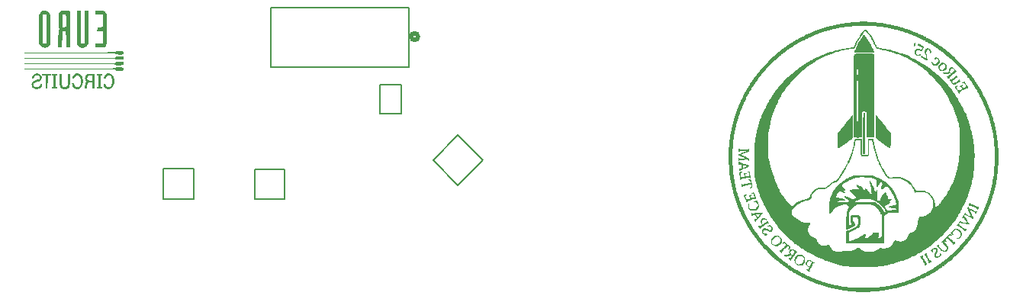
<source format=gbr>
%TF.GenerationSoftware,KiCad,Pcbnew,9.0.2+1*%
%TF.CreationDate,2025-08-16T02:22:31+01:00*%
%TF.ProjectId,OBC,4f42432e-6b69-4636-9164-5f7063625858,rev?*%
%TF.SameCoordinates,Original*%
%TF.FileFunction,Legend,Bot*%
%TF.FilePolarity,Positive*%
%FSLAX45Y45*%
G04 Gerber Fmt 4.5, Leading zero omitted, Abs format (unit mm)*
G04 Created by KiCad (PCBNEW 9.0.2+1) date 2025-08-16 02:22:31*
%MOMM*%
%LPD*%
G01*
G04 APERTURE LIST*
%ADD10C,0.150000*%
%ADD11C,0.000000*%
%ADD12C,0.152400*%
%ADD13C,0.508000*%
G04 APERTURE END LIST*
D10*
X11971417Y-10690000D02*
X11637017Y-10690000D01*
X11637018Y-10354500D01*
X11971418Y-10354500D01*
X11971417Y-10690000D01*
X15181100Y-10261100D02*
X14905000Y-10537200D01*
X14628900Y-10261100D01*
X14905000Y-9985000D01*
X15181100Y-10261100D01*
X14038367Y-9423300D02*
X14275417Y-9423300D01*
X14275417Y-9741750D01*
X14038367Y-9741750D01*
X14038367Y-9423300D01*
X12648117Y-10360600D02*
X12981417Y-10360600D01*
X12981417Y-10695000D01*
X12648117Y-10695000D01*
X12648117Y-10360600D01*
D11*
%TO.C,G\u002A\u002A\u002A*%
G36*
X19984338Y-8958149D02*
G01*
X19987301Y-8960401D01*
X19987688Y-8966498D01*
X19987600Y-8967621D01*
X19985813Y-8976497D01*
X19982644Y-8985805D01*
X19982492Y-8986157D01*
X19977677Y-8994003D01*
X19972273Y-8996532D01*
X19968108Y-8995797D01*
X19965292Y-8992180D01*
X19965523Y-8984937D01*
X19968698Y-8973398D01*
X19970276Y-8968820D01*
X19973353Y-8961905D01*
X19976581Y-8958699D01*
X19980983Y-8957917D01*
X19984338Y-8958149D01*
G37*
G36*
X19416261Y-9737234D02*
G01*
X19419156Y-9737365D01*
X19426073Y-9737365D01*
X19426073Y-9966194D01*
X19426073Y-10195023D01*
X19414631Y-10195023D01*
X19403190Y-10195023D01*
X19403190Y-9967930D01*
X19403185Y-9937682D01*
X19403172Y-9899727D01*
X19403176Y-9866868D01*
X19403222Y-9838740D01*
X19403336Y-9814977D01*
X19403542Y-9795214D01*
X19403866Y-9779086D01*
X19404333Y-9766228D01*
X19404969Y-9756274D01*
X19405799Y-9748859D01*
X19406847Y-9743618D01*
X19408140Y-9740185D01*
X19409703Y-9738196D01*
X19411560Y-9737284D01*
X19413738Y-9737086D01*
X19416261Y-9737234D01*
G37*
G36*
X19554206Y-9766224D02*
G01*
X19556121Y-9767194D01*
X19558608Y-9769236D01*
X19561991Y-9772735D01*
X19566594Y-9778076D01*
X19572739Y-9785644D01*
X19580751Y-9795825D01*
X19590953Y-9809003D01*
X19603668Y-9825563D01*
X19619220Y-9845891D01*
X19637933Y-9870372D01*
X19641172Y-9874610D01*
X19653393Y-9890594D01*
X19666124Y-9907243D01*
X19678037Y-9922821D01*
X19687804Y-9935592D01*
X19709248Y-9963627D01*
X19709209Y-10039995D01*
X19709143Y-10059585D01*
X19708962Y-10078709D01*
X19708684Y-10095419D01*
X19708327Y-10108888D01*
X19707908Y-10118290D01*
X19707446Y-10122798D01*
X19705365Y-10126742D01*
X19700502Y-10129234D01*
X19698799Y-10128560D01*
X19692749Y-10124913D01*
X19683095Y-10118462D01*
X19670417Y-10109612D01*
X19655293Y-10098771D01*
X19638305Y-10086345D01*
X19620030Y-10072742D01*
X19544778Y-10016250D01*
X19544032Y-9891109D01*
X19543287Y-9765968D01*
X19550214Y-9765968D01*
X19550799Y-9765961D01*
X19552540Y-9765942D01*
X19554206Y-9766224D01*
G37*
G36*
X20067123Y-11318330D02*
G01*
X20068549Y-11321177D01*
X20066565Y-11327028D01*
X20065666Y-11328948D01*
X20065442Y-11332305D01*
X20066743Y-11337187D01*
X20069905Y-11344451D01*
X20075262Y-11354955D01*
X20083146Y-11369556D01*
X20090737Y-11383046D01*
X20098753Y-11396095D01*
X20104763Y-11404269D01*
X20108638Y-11407378D01*
X20113795Y-11408848D01*
X20116195Y-11411755D01*
X20113366Y-11416014D01*
X20105237Y-11421934D01*
X20099253Y-11425528D01*
X20092085Y-11429254D01*
X20087855Y-11430698D01*
X20084850Y-11430059D01*
X20082286Y-11426177D01*
X20084010Y-11420088D01*
X20084290Y-11416932D01*
X20082259Y-11409406D01*
X20078032Y-11399082D01*
X20072207Y-11387054D01*
X20065381Y-11374416D01*
X20058152Y-11362260D01*
X20051118Y-11351681D01*
X20044877Y-11343771D01*
X20040025Y-11339625D01*
X20035234Y-11337033D01*
X20033926Y-11334477D01*
X20036634Y-11330725D01*
X20039850Y-11327776D01*
X20047315Y-11322992D01*
X20055555Y-11319333D01*
X20062760Y-11317534D01*
X20067123Y-11318330D01*
G37*
G36*
X20595158Y-10733354D02*
G01*
X20595425Y-10738545D01*
X20595405Y-10739931D01*
X20596726Y-10742558D01*
X20600435Y-10745590D01*
X20607257Y-10749470D01*
X20617919Y-10754640D01*
X20633145Y-10761543D01*
X20648651Y-10768311D01*
X20660837Y-10773202D01*
X20669692Y-10776098D01*
X20676128Y-10777296D01*
X20681056Y-10777091D01*
X20684502Y-10776572D01*
X20688765Y-10776903D01*
X20689887Y-10779697D01*
X20687955Y-10785782D01*
X20683056Y-10795983D01*
X20678483Y-10803723D01*
X20673744Y-10808445D01*
X20670149Y-10808048D01*
X20668047Y-10802383D01*
X20668030Y-10802285D01*
X20664909Y-10798547D01*
X20657527Y-10793552D01*
X20647025Y-10787796D01*
X20634543Y-10781776D01*
X20621222Y-10775988D01*
X20608203Y-10770928D01*
X20596626Y-10767094D01*
X20587632Y-10764981D01*
X20582361Y-10765086D01*
X20576466Y-10766814D01*
X20574071Y-10764813D01*
X20575145Y-10758781D01*
X20579640Y-10748422D01*
X20583475Y-10741630D01*
X20588398Y-10735387D01*
X20592554Y-10732464D01*
X20595158Y-10733354D01*
G37*
G36*
X20110122Y-11292679D02*
G01*
X20111955Y-11295867D01*
X20109798Y-11300432D01*
X20108725Y-11302446D01*
X20108833Y-11306053D01*
X20110939Y-11311685D01*
X20115410Y-11320269D01*
X20122614Y-11332732D01*
X20130161Y-11345356D01*
X20138741Y-11359091D01*
X20145414Y-11368764D01*
X20150628Y-11374955D01*
X20154831Y-11378244D01*
X20158470Y-11379212D01*
X20158797Y-11379215D01*
X20163390Y-11380662D01*
X20163336Y-11384337D01*
X20158929Y-11389631D01*
X20150459Y-11395933D01*
X20144713Y-11399487D01*
X20138219Y-11403225D01*
X20134896Y-11404756D01*
X20132434Y-11403975D01*
X20130860Y-11399816D01*
X20132294Y-11394052D01*
X20132405Y-11393794D01*
X20131863Y-11388794D01*
X20128645Y-11380340D01*
X20123386Y-11369498D01*
X20116720Y-11357332D01*
X20109284Y-11344909D01*
X20101711Y-11333292D01*
X20094638Y-11323548D01*
X20088699Y-11316742D01*
X20084530Y-11313939D01*
X20079699Y-11312495D01*
X20078809Y-11309325D01*
X20083240Y-11304278D01*
X20088710Y-11299942D01*
X20097877Y-11294324D01*
X20105414Y-11291731D01*
X20110122Y-11292679D01*
G37*
G36*
X20217794Y-9118948D02*
G01*
X20228387Y-9123276D01*
X20238559Y-9131113D01*
X20247343Y-9142901D01*
X20251930Y-9157801D01*
X20251196Y-9174779D01*
X20250757Y-9176669D01*
X20246064Y-9187022D01*
X20238390Y-9197382D01*
X20229296Y-9205927D01*
X20220341Y-9210832D01*
X20220199Y-9210874D01*
X20204582Y-9212784D01*
X20190038Y-9209645D01*
X20177571Y-9202066D01*
X20168185Y-9190655D01*
X20162882Y-9176019D01*
X20162111Y-9170754D01*
X20162584Y-9166431D01*
X20165308Y-9165293D01*
X20165904Y-9165372D01*
X20169932Y-9168515D01*
X20173672Y-9174824D01*
X20176947Y-9180745D01*
X20183590Y-9188606D01*
X20191057Y-9194460D01*
X20197651Y-9196757D01*
X20205073Y-9195164D01*
X20215078Y-9189229D01*
X20224477Y-9180000D01*
X20231849Y-9168645D01*
X20235382Y-9161128D01*
X20237515Y-9154904D01*
X20237414Y-9150429D01*
X20235359Y-9145888D01*
X20230206Y-9139143D01*
X20223296Y-9132757D01*
X20215329Y-9126839D01*
X20208737Y-9135106D01*
X20203283Y-9140235D01*
X20197679Y-9141836D01*
X20193947Y-9138919D01*
X20193173Y-9131721D01*
X20194457Y-9126872D01*
X20199733Y-9120761D01*
X20207878Y-9118114D01*
X20217794Y-9118948D01*
G37*
G36*
X20329947Y-9222322D02*
G01*
X20329838Y-9226625D01*
X20328908Y-9236299D01*
X20327335Y-9243297D01*
X20323089Y-9250441D01*
X20315812Y-9258936D01*
X20307515Y-9266580D01*
X20300132Y-9271376D01*
X20298815Y-9271871D01*
X20289137Y-9273313D01*
X20277358Y-9272731D01*
X20266045Y-9270412D01*
X20257764Y-9266643D01*
X20252642Y-9262216D01*
X20243942Y-9249905D01*
X20239849Y-9235755D01*
X20239854Y-9235634D01*
X20253495Y-9235634D01*
X20253864Y-9245567D01*
X20258655Y-9253553D01*
X20266322Y-9258304D01*
X20276869Y-9259053D01*
X20288471Y-9254334D01*
X20290366Y-9253118D01*
X20304511Y-9240562D01*
X20314132Y-9224569D01*
X20314251Y-9224283D01*
X20316856Y-9216872D01*
X20316840Y-9211531D01*
X20314217Y-9205342D01*
X20311790Y-9201447D01*
X20304299Y-9195632D01*
X20294497Y-9195003D01*
X20282300Y-9199544D01*
X20274375Y-9204559D01*
X20264206Y-9214089D01*
X20257095Y-9224794D01*
X20253495Y-9235634D01*
X20239854Y-9235634D01*
X20240398Y-9220898D01*
X20245623Y-9206468D01*
X20255557Y-9193598D01*
X20264503Y-9186742D01*
X20278508Y-9181321D01*
X20292946Y-9181223D01*
X20306951Y-9186404D01*
X20319654Y-9196822D01*
X20321287Y-9198656D01*
X20326834Y-9206033D01*
X20329352Y-9213010D01*
X20329599Y-9216872D01*
X20329947Y-9222322D01*
G37*
G36*
X19288732Y-9889679D02*
G01*
X19288707Y-9906021D01*
X19288596Y-9931148D01*
X19288404Y-9954171D01*
X19288141Y-9974488D01*
X19287817Y-9991496D01*
X19287444Y-10004591D01*
X19287030Y-10013171D01*
X19286586Y-10016634D01*
X19284746Y-10018576D01*
X19278484Y-10023857D01*
X19268549Y-10031596D01*
X19255558Y-10041325D01*
X19240132Y-10052575D01*
X19222888Y-10064876D01*
X19219411Y-10067340D01*
X19210195Y-10073948D01*
X19203026Y-10079202D01*
X19199224Y-10082140D01*
X19196334Y-10084401D01*
X19189746Y-10089212D01*
X19181512Y-10095012D01*
X19174952Y-10099631D01*
X19168734Y-10104190D01*
X19165780Y-10106604D01*
X19163198Y-10108706D01*
X19157123Y-10113120D01*
X19149012Y-10118761D01*
X19147050Y-10120108D01*
X19140162Y-10124836D01*
X19134721Y-10128126D01*
X19130557Y-10129502D01*
X19127500Y-10128487D01*
X19125380Y-10124607D01*
X19124027Y-10117385D01*
X19123273Y-10106346D01*
X19122946Y-10091014D01*
X19122877Y-10070914D01*
X19122897Y-10045569D01*
X19122920Y-9961903D01*
X19184633Y-9883243D01*
X19195007Y-9870014D01*
X19209925Y-9850975D01*
X19224001Y-9832991D01*
X19236697Y-9816749D01*
X19247476Y-9802939D01*
X19255797Y-9792250D01*
X19261124Y-9785371D01*
X19261316Y-9785122D01*
X19270325Y-9774288D01*
X19277174Y-9768081D01*
X19282340Y-9766064D01*
X19288775Y-9765968D01*
X19288732Y-9889679D01*
G37*
G36*
X18225991Y-10706890D02*
G01*
X18227582Y-10711692D01*
X18228417Y-10715018D01*
X18231718Y-10722196D01*
X18236669Y-10730700D01*
X18243384Y-10744154D01*
X18247049Y-10761522D01*
X18245558Y-10778492D01*
X18239153Y-10794191D01*
X18228073Y-10807746D01*
X18212560Y-10818282D01*
X18207985Y-10820186D01*
X18194939Y-10823277D01*
X18180508Y-10824353D01*
X18166908Y-10823337D01*
X18156355Y-10820157D01*
X18152922Y-10818130D01*
X18142077Y-10808653D01*
X18132945Y-10796404D01*
X18127295Y-10783609D01*
X18126239Y-10778711D01*
X18125394Y-10768008D01*
X18126147Y-10757585D01*
X18128198Y-10748530D01*
X18131249Y-10741931D01*
X18135001Y-10738875D01*
X18139155Y-10740452D01*
X18140827Y-10743571D01*
X18139175Y-10749437D01*
X18136542Y-10758037D01*
X18136794Y-10770521D01*
X18140713Y-10783207D01*
X18146944Y-10791589D01*
X18156415Y-10799301D01*
X18167032Y-10804948D01*
X18176702Y-10807140D01*
X18176713Y-10807140D01*
X18190055Y-10805007D01*
X18203567Y-10799246D01*
X18216092Y-10790799D01*
X18226471Y-10780606D01*
X18233547Y-10769610D01*
X18236163Y-10758753D01*
X18235454Y-10752595D01*
X18230409Y-10741358D01*
X18221602Y-10732235D01*
X18210322Y-10726368D01*
X18197860Y-10724896D01*
X18193249Y-10724997D01*
X18188801Y-10723521D01*
X18189159Y-10720362D01*
X18194107Y-10716052D01*
X18203429Y-10711125D01*
X18212023Y-10707670D01*
X18220943Y-10705552D01*
X18225991Y-10706890D01*
G37*
G36*
X18759483Y-11366065D02*
G01*
X18759173Y-11379876D01*
X18756837Y-11391816D01*
X18753924Y-11397979D01*
X18746686Y-11408027D01*
X18737328Y-11417888D01*
X18727452Y-11425939D01*
X18718654Y-11430559D01*
X18708672Y-11432511D01*
X18691758Y-11431687D01*
X18675187Y-11426429D01*
X18660456Y-11417293D01*
X18649062Y-11404830D01*
X18648794Y-11404422D01*
X18644363Y-11396202D01*
X18642164Y-11387474D01*
X18641949Y-11383437D01*
X18656743Y-11383437D01*
X18658614Y-11396284D01*
X18664221Y-11407122D01*
X18673704Y-11414918D01*
X18676209Y-11416090D01*
X18689364Y-11418832D01*
X18702863Y-11416828D01*
X18715842Y-11410749D01*
X18727439Y-11401269D01*
X18736790Y-11389059D01*
X18743034Y-11374792D01*
X18745307Y-11359139D01*
X18743499Y-11345806D01*
X18737225Y-11334313D01*
X18726464Y-11326368D01*
X18713674Y-11322873D01*
X18699671Y-11324606D01*
X18684863Y-11331925D01*
X18683852Y-11332609D01*
X18672164Y-11343166D01*
X18663657Y-11355844D01*
X18658471Y-11369612D01*
X18656743Y-11383437D01*
X18641949Y-11383437D01*
X18641536Y-11375669D01*
X18641599Y-11371147D01*
X18643963Y-11354033D01*
X18650190Y-11339800D01*
X18660902Y-11326882D01*
X18664394Y-11323679D01*
X18676904Y-11315425D01*
X18691019Y-11311415D01*
X18708307Y-11311130D01*
X18723957Y-11314152D01*
X18738614Y-11321917D01*
X18751505Y-11334833D01*
X18754768Y-11340803D01*
X18757953Y-11352376D01*
X18758709Y-11359139D01*
X18759483Y-11366065D01*
G37*
G36*
X19419926Y-8870800D02*
G01*
X19423109Y-8873921D01*
X19428614Y-8880915D01*
X19435880Y-8890939D01*
X19444347Y-8903148D01*
X19453454Y-8916701D01*
X19462640Y-8930752D01*
X19471346Y-8944459D01*
X19479010Y-8956978D01*
X19485073Y-8967466D01*
X19488974Y-8975079D01*
X19492229Y-8982345D01*
X19503519Y-9007304D01*
X19516174Y-9034963D01*
X19519462Y-9042547D01*
X19522653Y-9052620D01*
X19522754Y-9059632D01*
X19519892Y-9064608D01*
X19519834Y-9064659D01*
X19515870Y-9065549D01*
X19507035Y-9066314D01*
X19494135Y-9066953D01*
X19477974Y-9067462D01*
X19459360Y-9067842D01*
X19439097Y-9068089D01*
X19417992Y-9068202D01*
X19396849Y-9068178D01*
X19376475Y-9068017D01*
X19357675Y-9067717D01*
X19341255Y-9067274D01*
X19328020Y-9066689D01*
X19318777Y-9065958D01*
X19314331Y-9065080D01*
X19312511Y-9063851D01*
X19309244Y-9057674D01*
X19310042Y-9047975D01*
X19314909Y-9034508D01*
X19320726Y-9021772D01*
X19330888Y-9000532D01*
X19341429Y-8979557D01*
X19351699Y-8960100D01*
X19361048Y-8943411D01*
X19368826Y-8930743D01*
X19371628Y-8926483D01*
X19377848Y-8916837D01*
X19382589Y-8909223D01*
X19384998Y-8905000D01*
X19385809Y-8903497D01*
X19389720Y-8897549D01*
X19395084Y-8890287D01*
X19397439Y-8887136D01*
X19401559Y-8880828D01*
X19403190Y-8877033D01*
X19403217Y-8876773D01*
X19406137Y-8874024D01*
X19412342Y-8871722D01*
X19419628Y-8870715D01*
X19419926Y-8870800D01*
G37*
G36*
X18500927Y-11156756D02*
G01*
X18498250Y-11172988D01*
X18490684Y-11188486D01*
X18485852Y-11194433D01*
X18475350Y-11203931D01*
X18463499Y-11211793D01*
X18452493Y-11216416D01*
X18451342Y-11216691D01*
X18434292Y-11217758D01*
X18417454Y-11213631D01*
X18401902Y-11204728D01*
X18388708Y-11191468D01*
X18388034Y-11190576D01*
X18384074Y-11184567D01*
X18381834Y-11178564D01*
X18380838Y-11170661D01*
X18380833Y-11170405D01*
X18392667Y-11170405D01*
X18395691Y-11182567D01*
X18403467Y-11193263D01*
X18405528Y-11195014D01*
X18413808Y-11199113D01*
X18425640Y-11200954D01*
X18436993Y-11200444D01*
X18452707Y-11195622D01*
X18466629Y-11186759D01*
X18477781Y-11174735D01*
X18485188Y-11160433D01*
X18487874Y-11144734D01*
X18487396Y-11138311D01*
X18484533Y-11130691D01*
X18478078Y-11122452D01*
X18474071Y-11118250D01*
X18468533Y-11113958D01*
X18462293Y-11112193D01*
X18452849Y-11111910D01*
X18446616Y-11112302D01*
X18431515Y-11116142D01*
X18418199Y-11123405D01*
X18407161Y-11133278D01*
X18398896Y-11144946D01*
X18393900Y-11157593D01*
X18392667Y-11170405D01*
X18380833Y-11170405D01*
X18380611Y-11158952D01*
X18380617Y-11156242D01*
X18380947Y-11145491D01*
X18382142Y-11138133D01*
X18384700Y-11132230D01*
X18389120Y-11125845D01*
X18400834Y-11112664D01*
X18415153Y-11102422D01*
X18431023Y-11097201D01*
X18449214Y-11096628D01*
X18455888Y-11097592D01*
X18471266Y-11103347D01*
X18483885Y-11113084D01*
X18493318Y-11125860D01*
X18499141Y-11140732D01*
X18499587Y-11144734D01*
X18500927Y-11156756D01*
G37*
G36*
X20445772Y-11020388D02*
G01*
X20454913Y-11021374D01*
X20462054Y-11023735D01*
X20469367Y-11027990D01*
X20476375Y-11033028D01*
X20488176Y-11044830D01*
X20495223Y-11058288D01*
X20498184Y-11074479D01*
X20498345Y-11077533D01*
X20497841Y-11091120D01*
X20494928Y-11100768D01*
X20490876Y-11107257D01*
X20482185Y-11117254D01*
X20472299Y-11125458D01*
X20463043Y-11130183D01*
X20455274Y-11131925D01*
X20446506Y-11132963D01*
X20446005Y-11132974D01*
X20440039Y-11131856D01*
X20438687Y-11129079D01*
X20441671Y-11125853D01*
X20448713Y-11123387D01*
X20453867Y-11121867D01*
X20465033Y-11115505D01*
X20474968Y-11106274D01*
X20481602Y-11095901D01*
X20482263Y-11094104D01*
X20483318Y-11082459D01*
X20479909Y-11070242D01*
X20472895Y-11058409D01*
X20463136Y-11047917D01*
X20451492Y-11039722D01*
X20438824Y-11034782D01*
X20425991Y-11034051D01*
X20424062Y-11034354D01*
X20414097Y-11037991D01*
X20405033Y-11045761D01*
X20404797Y-11046020D01*
X20397633Y-11056843D01*
X20396070Y-11067610D01*
X20400025Y-11078874D01*
X20403122Y-11084995D01*
X20404438Y-11090884D01*
X20401848Y-11092732D01*
X20395484Y-11090489D01*
X20385476Y-11084110D01*
X20378221Y-11077921D01*
X20373563Y-11071227D01*
X20373354Y-11065878D01*
X20377858Y-11062614D01*
X20379399Y-11061814D01*
X20384070Y-11056952D01*
X20388633Y-11049571D01*
X20390234Y-11046692D01*
X20397234Y-11037192D01*
X20405345Y-11029094D01*
X20406119Y-11028470D01*
X20412308Y-11024022D01*
X20418170Y-11021543D01*
X20425719Y-11020469D01*
X20436969Y-11020237D01*
X20445772Y-11020388D01*
G37*
G36*
X20438430Y-9322651D02*
G01*
X20441635Y-9325551D01*
X20445343Y-9331654D01*
X20448639Y-9338967D01*
X20450608Y-9345494D01*
X20450338Y-9349244D01*
X20447999Y-9350199D01*
X20442523Y-9348918D01*
X20439118Y-9348143D01*
X20434294Y-9349515D01*
X20427137Y-9353578D01*
X20416609Y-9360810D01*
X20405996Y-9368732D01*
X20398311Y-9375726D01*
X20394453Y-9381688D01*
X20393827Y-9387581D01*
X20395837Y-9394369D01*
X20397859Y-9398422D01*
X20402885Y-9403559D01*
X20409694Y-9404795D01*
X20418780Y-9402029D01*
X20430639Y-9395158D01*
X20445766Y-9384081D01*
X20456238Y-9375969D01*
X20464126Y-9370357D01*
X20469346Y-9367846D01*
X20472857Y-9368224D01*
X20475621Y-9371276D01*
X20478599Y-9376791D01*
X20482788Y-9385759D01*
X20484092Y-9391358D01*
X20482063Y-9393624D01*
X20476611Y-9393299D01*
X20472282Y-9393183D01*
X20466498Y-9395049D01*
X20458667Y-9399561D01*
X20447649Y-9407267D01*
X20446214Y-9408312D01*
X20435626Y-9415641D01*
X20427767Y-9420032D01*
X20421168Y-9422166D01*
X20414359Y-9422725D01*
X20410649Y-9422511D01*
X20398982Y-9418529D01*
X20390281Y-9410125D01*
X20385475Y-9398092D01*
X20385253Y-9397032D01*
X20382859Y-9390903D01*
X20379830Y-9388401D01*
X20377822Y-9387667D01*
X20372895Y-9383487D01*
X20367516Y-9377206D01*
X20363187Y-9370673D01*
X20361411Y-9365736D01*
X20363480Y-9363513D01*
X20370072Y-9364105D01*
X20371378Y-9364357D01*
X20375480Y-9364437D01*
X20380122Y-9362994D01*
X20386280Y-9359507D01*
X20394928Y-9353453D01*
X20407040Y-9344310D01*
X20407894Y-9343656D01*
X20418829Y-9335460D01*
X20428155Y-9328772D01*
X20434909Y-9324265D01*
X20438125Y-9322613D01*
X20438430Y-9322651D01*
G37*
G36*
X18531247Y-11166586D02*
G01*
X18531315Y-11166617D01*
X18535967Y-11169681D01*
X18543458Y-11175569D01*
X18552883Y-11183470D01*
X18563338Y-11192573D01*
X18573920Y-11202068D01*
X18583724Y-11211144D01*
X18591846Y-11218989D01*
X18597382Y-11224792D01*
X18599429Y-11227743D01*
X18599262Y-11228586D01*
X18596358Y-11233386D01*
X18590972Y-11239807D01*
X18584590Y-11246305D01*
X18578699Y-11251336D01*
X18574783Y-11253356D01*
X18572204Y-11253106D01*
X18571160Y-11251458D01*
X18572547Y-11247199D01*
X18576512Y-11239120D01*
X18582199Y-11227972D01*
X18574828Y-11219211D01*
X18573276Y-11217426D01*
X18568267Y-11212449D01*
X18565075Y-11210450D01*
X18563779Y-11211320D01*
X18559121Y-11215771D01*
X18551852Y-11223354D01*
X18542657Y-11233346D01*
X18532225Y-11245023D01*
X18531411Y-11245949D01*
X18518796Y-11260698D01*
X18509821Y-11272076D01*
X18504640Y-11279878D01*
X18503405Y-11283896D01*
X18503973Y-11286099D01*
X18503447Y-11290799D01*
X18503404Y-11290868D01*
X18501057Y-11292978D01*
X18497565Y-11292352D01*
X18491983Y-11288529D01*
X18483369Y-11281052D01*
X18480570Y-11278418D01*
X18474119Y-11270970D01*
X18471924Y-11265710D01*
X18474058Y-11263097D01*
X18480593Y-11263590D01*
X18482940Y-11263793D01*
X18486380Y-11262654D01*
X18490916Y-11259419D01*
X18497200Y-11253522D01*
X18505884Y-11244399D01*
X18517622Y-11231482D01*
X18524080Y-11224210D01*
X18533438Y-11213319D01*
X18540809Y-11204292D01*
X18545561Y-11197910D01*
X18547067Y-11194954D01*
X18546980Y-11194739D01*
X18543900Y-11191083D01*
X18538299Y-11186344D01*
X18530447Y-11180481D01*
X18518863Y-11187148D01*
X18512901Y-11190215D01*
X18506592Y-11191911D01*
X18504424Y-11189901D01*
X18506551Y-11184485D01*
X18513127Y-11175963D01*
X18518331Y-11170291D01*
X18523123Y-11166189D01*
X18526937Y-11165209D01*
X18531247Y-11166586D01*
G37*
G36*
X18350137Y-10946838D02*
G01*
X18354604Y-10954735D01*
X18356298Y-10959563D01*
X18355957Y-10962656D01*
X18352960Y-10965612D01*
X18346580Y-10964073D01*
X18344981Y-10963525D01*
X18341436Y-10963517D01*
X18336465Y-10965164D01*
X18329244Y-10968857D01*
X18318947Y-10974988D01*
X18304748Y-10983950D01*
X18300712Y-10986536D01*
X18287441Y-10995168D01*
X18278048Y-11001654D01*
X18271746Y-11006684D01*
X18267744Y-11010944D01*
X18265253Y-11015124D01*
X18263483Y-11019911D01*
X18262684Y-11022173D01*
X18260728Y-11023702D01*
X18256841Y-11020802D01*
X18254871Y-11018657D01*
X18249924Y-11011791D01*
X18244833Y-11003304D01*
X18244380Y-11002467D01*
X18240606Y-10994611D01*
X18239732Y-10989850D01*
X18241450Y-10986681D01*
X18241766Y-10986376D01*
X18245252Y-10984775D01*
X18248827Y-10988057D01*
X18248841Y-10988076D01*
X18251900Y-10991650D01*
X18254979Y-10992575D01*
X18259642Y-10990654D01*
X18267453Y-10985688D01*
X18278597Y-10978313D01*
X18271710Y-10963520D01*
X18271564Y-10963205D01*
X18265834Y-10946232D01*
X18265641Y-10940014D01*
X18277956Y-10940014D01*
X18277971Y-10952536D01*
X18279983Y-10958773D01*
X18284315Y-10966691D01*
X18289095Y-10973029D01*
X18311255Y-10958831D01*
X18316249Y-10955524D01*
X18325057Y-10949075D01*
X18331143Y-10943753D01*
X18333415Y-10940465D01*
X18332809Y-10938174D01*
X18328888Y-10932279D01*
X18322795Y-10925873D01*
X18316265Y-10920665D01*
X18311027Y-10918364D01*
X18303531Y-10918520D01*
X18291511Y-10922205D01*
X18282728Y-10929637D01*
X18277956Y-10940014D01*
X18265641Y-10940014D01*
X18265372Y-10931318D01*
X18270218Y-10918205D01*
X18280410Y-10906632D01*
X18287394Y-10903074D01*
X18298236Y-10901622D01*
X18309693Y-10903117D01*
X18319472Y-10907508D01*
X18322929Y-10910582D01*
X18329292Y-10917746D01*
X18336561Y-10927044D01*
X18343816Y-10937175D01*
X18345968Y-10940465D01*
X18350137Y-10946838D01*
G37*
G36*
X20121568Y-9020398D02*
G01*
X20134295Y-9024865D01*
X20138022Y-9026734D01*
X20149302Y-9035450D01*
X20156092Y-9046304D01*
X20157784Y-9058426D01*
X20156619Y-9064723D01*
X20152990Y-9071218D01*
X20147882Y-9073270D01*
X20142139Y-9070243D01*
X20140478Y-9068425D01*
X20138791Y-9063999D01*
X20140744Y-9057806D01*
X20142949Y-9049145D01*
X20140304Y-9041812D01*
X20132304Y-9036462D01*
X20127604Y-9034790D01*
X20122129Y-9034861D01*
X20115952Y-9038559D01*
X20114660Y-9039626D01*
X20108707Y-9046881D01*
X20104218Y-9055702D01*
X20102775Y-9060150D01*
X20101838Y-9065510D01*
X20102256Y-9071470D01*
X20104188Y-9079636D01*
X20107794Y-9091616D01*
X20109714Y-9098352D01*
X20112740Y-9112085D01*
X20114759Y-9125647D01*
X20115646Y-9137702D01*
X20115272Y-9146914D01*
X20113513Y-9151944D01*
X20113370Y-9152081D01*
X20108942Y-9153851D01*
X20108543Y-9153803D01*
X20103860Y-9151987D01*
X20095829Y-9148041D01*
X20085654Y-9142645D01*
X20074540Y-9136478D01*
X20063692Y-9130218D01*
X20054313Y-9124545D01*
X20047609Y-9120139D01*
X20044784Y-9117677D01*
X20044602Y-9117011D01*
X20045437Y-9111447D01*
X20048611Y-9104710D01*
X20052844Y-9099032D01*
X20056856Y-9096644D01*
X20059541Y-9097987D01*
X20061073Y-9103441D01*
X20061559Y-9106440D01*
X20064326Y-9110370D01*
X20070413Y-9114808D01*
X20080798Y-9120603D01*
X20082836Y-9121666D01*
X20092312Y-9126392D01*
X20099656Y-9129714D01*
X20103422Y-9130968D01*
X20103983Y-9130737D01*
X20104402Y-9126673D01*
X20102627Y-9117795D01*
X20098737Y-9104428D01*
X20092810Y-9086900D01*
X20091160Y-9081674D01*
X20088025Y-9067146D01*
X20086816Y-9053587D01*
X20086966Y-9045934D01*
X20088098Y-9039023D01*
X20091118Y-9033894D01*
X20096927Y-9028292D01*
X20101823Y-9024446D01*
X20111256Y-9020211D01*
X20121568Y-9020398D01*
G37*
G36*
X18858891Y-11393980D02*
G01*
X18862045Y-11398158D01*
X18861452Y-11401040D01*
X18856356Y-11402148D01*
X18854070Y-11402574D01*
X18851070Y-11404638D01*
X18847484Y-11409058D01*
X18842839Y-11416534D01*
X18836662Y-11427766D01*
X18828482Y-11443454D01*
X18822958Y-11454273D01*
X18816553Y-11467262D01*
X18812431Y-11476482D01*
X18810300Y-11482684D01*
X18809870Y-11486620D01*
X18810851Y-11489041D01*
X18812544Y-11491977D01*
X18812603Y-11496361D01*
X18811455Y-11498051D01*
X18809728Y-11498932D01*
X18806516Y-11498200D01*
X18800609Y-11495538D01*
X18790799Y-11490627D01*
X18787380Y-11488831D01*
X18778902Y-11483349D01*
X18775179Y-11478980D01*
X18776390Y-11476073D01*
X18782717Y-11474979D01*
X18786076Y-11474401D01*
X18791126Y-11470590D01*
X18796549Y-11462311D01*
X18803507Y-11449698D01*
X18796642Y-11445204D01*
X18785993Y-11437324D01*
X18774082Y-11424867D01*
X18767294Y-11412116D01*
X18766748Y-11407684D01*
X18782492Y-11407684D01*
X18784857Y-11417973D01*
X18791063Y-11427926D01*
X18799560Y-11434940D01*
X18800075Y-11435205D01*
X18806138Y-11438091D01*
X18809491Y-11439279D01*
X18810127Y-11438697D01*
X18812982Y-11434239D01*
X18817377Y-11426343D01*
X18822657Y-11416157D01*
X18827780Y-11405571D01*
X18831094Y-11397341D01*
X18832052Y-11392160D01*
X18830960Y-11389033D01*
X18828025Y-11386486D01*
X18819422Y-11382771D01*
X18809231Y-11381201D01*
X18800091Y-11382348D01*
X18798471Y-11383022D01*
X18790701Y-11389184D01*
X18784821Y-11398201D01*
X18782492Y-11407684D01*
X18766748Y-11407684D01*
X18765738Y-11399486D01*
X18769522Y-11387392D01*
X18778753Y-11376250D01*
X18781301Y-11374060D01*
X18787719Y-11369629D01*
X18794089Y-11368071D01*
X18803246Y-11368487D01*
X18803580Y-11368520D01*
X18813352Y-11370416D01*
X18823911Y-11373889D01*
X18834500Y-11378461D01*
X18844363Y-11383652D01*
X18852745Y-11388985D01*
X18856651Y-11392160D01*
X18858891Y-11393980D01*
G37*
G36*
X18274543Y-10865278D02*
G01*
X18263047Y-10878645D01*
X18247926Y-10895811D01*
X18240261Y-10904579D01*
X18230681Y-10915965D01*
X18223046Y-10925552D01*
X18217995Y-10932531D01*
X18216164Y-10936094D01*
X18215958Y-10938255D01*
X18214174Y-10942590D01*
X18213920Y-10942831D01*
X18210024Y-10943705D01*
X18205287Y-10939662D01*
X18199352Y-10930410D01*
X18197038Y-10925988D01*
X18194622Y-10919057D01*
X18195655Y-10915152D01*
X18198509Y-10913682D01*
X18203469Y-10916000D01*
X18203960Y-10916397D01*
X18207346Y-10917963D01*
X18210985Y-10916272D01*
X18216474Y-10910672D01*
X18224745Y-10901415D01*
X18216111Y-10884311D01*
X18214584Y-10881342D01*
X18209547Y-10872824D01*
X18205314Y-10868445D01*
X18201004Y-10867207D01*
X18197911Y-10867525D01*
X18190343Y-10870435D01*
X18184291Y-10875229D01*
X18181816Y-10880479D01*
X18181807Y-10880964D01*
X18180423Y-10884077D01*
X18177052Y-10882567D01*
X18172227Y-10876884D01*
X18166481Y-10867481D01*
X18165206Y-10864946D01*
X18216476Y-10864946D01*
X18224174Y-10878907D01*
X18227490Y-10884667D01*
X18231326Y-10890595D01*
X18233456Y-10892909D01*
X18235006Y-10892011D01*
X18240132Y-10887165D01*
X18248277Y-10878433D01*
X18259102Y-10866166D01*
X18266197Y-10857974D01*
X18254755Y-10859654D01*
X18252270Y-10860015D01*
X18241093Y-10861600D01*
X18229895Y-10863140D01*
X18216476Y-10864946D01*
X18165206Y-10864946D01*
X18162831Y-10860227D01*
X18160484Y-10853149D01*
X18161354Y-10849340D01*
X18163891Y-10847862D01*
X18168645Y-10849797D01*
X18169618Y-10850409D01*
X18173263Y-10851308D01*
X18179517Y-10851490D01*
X18189141Y-10850920D01*
X18202897Y-10849564D01*
X18221548Y-10847387D01*
X18238588Y-10845368D01*
X18258268Y-10843247D01*
X18272929Y-10841989D01*
X18282943Y-10841572D01*
X18288680Y-10841972D01*
X18290510Y-10843168D01*
X18290243Y-10844309D01*
X18287845Y-10848476D01*
X18282711Y-10855343D01*
X18280548Y-10857974D01*
X18274543Y-10865278D01*
G37*
G36*
X20022412Y-8963322D02*
G01*
X20024735Y-8967997D01*
X20028090Y-8972324D01*
X20036749Y-8978065D01*
X20050812Y-8985136D01*
X20060461Y-8989767D01*
X20069251Y-8994693D01*
X20073970Y-8998620D01*
X20075374Y-9002070D01*
X20074933Y-9005395D01*
X20072470Y-9013380D01*
X20068460Y-9023095D01*
X20063608Y-9033121D01*
X20058622Y-9042040D01*
X20054208Y-9048432D01*
X20051072Y-9050878D01*
X20049598Y-9050654D01*
X20043420Y-9048138D01*
X20035944Y-9043728D01*
X20032955Y-9041821D01*
X20021466Y-9037267D01*
X20011435Y-9038207D01*
X20002731Y-9044683D01*
X19995219Y-9056739D01*
X19993875Y-9059664D01*
X19990925Y-9067456D01*
X19990468Y-9073148D01*
X19992204Y-9078950D01*
X19997341Y-9086612D01*
X20004615Y-9091657D01*
X20012466Y-9093544D01*
X20019409Y-9091922D01*
X20023960Y-9086443D01*
X20024499Y-9085118D01*
X20028181Y-9080555D01*
X20034616Y-9080007D01*
X20039924Y-9081670D01*
X20043369Y-9086311D01*
X20042279Y-9092558D01*
X20036530Y-9099174D01*
X20035752Y-9099763D01*
X20024581Y-9104473D01*
X20011185Y-9104320D01*
X19996295Y-9099302D01*
X19991103Y-9096366D01*
X19980531Y-9086531D01*
X19974276Y-9074448D01*
X19972383Y-9061260D01*
X19974898Y-9048108D01*
X19981870Y-9036134D01*
X19993342Y-9026478D01*
X20002211Y-9023552D01*
X20014165Y-9023017D01*
X20026264Y-9024987D01*
X20036013Y-9029297D01*
X20041042Y-9032174D01*
X20046123Y-9033716D01*
X20046694Y-9033599D01*
X20050114Y-9030316D01*
X20053893Y-9024044D01*
X20056953Y-9016835D01*
X20058212Y-9010740D01*
X20057487Y-9009646D01*
X20052715Y-9006220D01*
X20044468Y-9001567D01*
X20033899Y-8996371D01*
X20027927Y-8993564D01*
X20018501Y-8988905D01*
X20012006Y-8985380D01*
X20009586Y-8983592D01*
X20009750Y-8982272D01*
X20011648Y-8976694D01*
X20014809Y-8970068D01*
X20018141Y-8964528D01*
X20020548Y-8962207D01*
X20022412Y-8963322D01*
G37*
G36*
X18132320Y-10331472D02*
G01*
X18122729Y-10336393D01*
X18108896Y-10342780D01*
X18090284Y-10350957D01*
X18079873Y-10355572D01*
X18065392Y-10362338D01*
X18053022Y-10368523D01*
X18043821Y-10373592D01*
X18038847Y-10377008D01*
X18038160Y-10377652D01*
X18032663Y-10381731D01*
X18028835Y-10382882D01*
X18027533Y-10380969D01*
X18026006Y-10374677D01*
X18025068Y-10365703D01*
X18024932Y-10362806D01*
X18024968Y-10354604D01*
X18026117Y-10350562D01*
X18028644Y-10349482D01*
X18031224Y-10350491D01*
X18033077Y-10355203D01*
X18033309Y-10358459D01*
X18034968Y-10360385D01*
X18039261Y-10359468D01*
X18047379Y-10355754D01*
X18057390Y-10350858D01*
X18057390Y-10330970D01*
X18057390Y-10321642D01*
X18067799Y-10321642D01*
X18067967Y-10329950D01*
X18068494Y-10335505D01*
X18069922Y-10342489D01*
X18071692Y-10345564D01*
X18072045Y-10345601D01*
X18076622Y-10344457D01*
X18084579Y-10341440D01*
X18094435Y-10337101D01*
X18114318Y-10327815D01*
X18092537Y-10321487D01*
X18089864Y-10320714D01*
X18079821Y-10317887D01*
X18072359Y-10315905D01*
X18068929Y-10315158D01*
X18068300Y-10316275D01*
X18067799Y-10321642D01*
X18057390Y-10321642D01*
X18057390Y-10311082D01*
X18046199Y-10308435D01*
X18040283Y-10307281D01*
X18034977Y-10307595D01*
X18031582Y-10310473D01*
X18026886Y-10314654D01*
X18023139Y-10313954D01*
X18021636Y-10308406D01*
X18021578Y-10306301D01*
X18020938Y-10298007D01*
X18019817Y-10288383D01*
X18019312Y-10284480D01*
X18019010Y-10278296D01*
X18020387Y-10275663D01*
X18023898Y-10275113D01*
X18027514Y-10276001D01*
X18030722Y-10279812D01*
X18032782Y-10282086D01*
X18038762Y-10285236D01*
X18049055Y-10289339D01*
X18064069Y-10294559D01*
X18084213Y-10301056D01*
X18085240Y-10301380D01*
X18101694Y-10306677D01*
X18116286Y-10311575D01*
X18128114Y-10315756D01*
X18136275Y-10318900D01*
X18139867Y-10320691D01*
X18140993Y-10322222D01*
X18140916Y-10324713D01*
X18138203Y-10327687D01*
X18138004Y-10327815D01*
X18132320Y-10331472D01*
G37*
G36*
X18369405Y-10976792D02*
G01*
X18372419Y-10980350D01*
X18374729Y-10983321D01*
X18380507Y-10990149D01*
X18387404Y-10997853D01*
X18390095Y-11000913D01*
X18398052Y-11013279D01*
X18400623Y-11025217D01*
X18397976Y-11037354D01*
X18395919Y-11041681D01*
X18389144Y-11050234D01*
X18380083Y-11054614D01*
X18368285Y-11054864D01*
X18353303Y-11051024D01*
X18334687Y-11043135D01*
X18333915Y-11042764D01*
X18323479Y-11037827D01*
X18316763Y-11035119D01*
X18312411Y-11034399D01*
X18309068Y-11035430D01*
X18305380Y-11037973D01*
X18300365Y-11041997D01*
X18295012Y-11048403D01*
X18294161Y-11054867D01*
X18297326Y-11062893D01*
X18297406Y-11063039D01*
X18305267Y-11072532D01*
X18316315Y-11077582D01*
X18330977Y-11078385D01*
X18334228Y-11078214D01*
X18341342Y-11078969D01*
X18343101Y-11081723D01*
X18339505Y-11086467D01*
X18330555Y-11093193D01*
X18325394Y-11096514D01*
X18319010Y-11100275D01*
X18315699Y-11101745D01*
X18315450Y-11101694D01*
X18312547Y-11098909D01*
X18308647Y-11093176D01*
X18308077Y-11092231D01*
X18304224Y-11086808D01*
X18301582Y-11084595D01*
X18300198Y-11083725D01*
X18296096Y-11079372D01*
X18290757Y-11072590D01*
X18284893Y-11062704D01*
X18281482Y-11049329D01*
X18283542Y-11036735D01*
X18291071Y-11025378D01*
X18298446Y-11019328D01*
X18307095Y-11016153D01*
X18317427Y-11016434D01*
X18330374Y-11020207D01*
X18346866Y-11027507D01*
X18352211Y-11030091D01*
X18362071Y-11034531D01*
X18368661Y-11036715D01*
X18373224Y-11036980D01*
X18377000Y-11035660D01*
X18383266Y-11031262D01*
X18387572Y-11023800D01*
X18386358Y-11015345D01*
X18379586Y-11006323D01*
X18374805Y-11002211D01*
X18368632Y-10999181D01*
X18360979Y-10998690D01*
X18349862Y-11000340D01*
X18348248Y-11000624D01*
X18341642Y-11001022D01*
X18339136Y-10999657D01*
X18339666Y-10997993D01*
X18343819Y-10992869D01*
X18351079Y-10986495D01*
X18360220Y-10980014D01*
X18361036Y-10979496D01*
X18366359Y-10976528D01*
X18369405Y-10976792D01*
G37*
G36*
X20202139Y-11230476D02*
G01*
X20214098Y-11231926D01*
X20222424Y-11236565D01*
X20228627Y-11245207D01*
X20229439Y-11246894D01*
X20231664Y-11255421D01*
X20230875Y-11265247D01*
X20226871Y-11277417D01*
X20219452Y-11292975D01*
X20218238Y-11295309D01*
X20213660Y-11304660D01*
X20211498Y-11310881D01*
X20211384Y-11315501D01*
X20212952Y-11320048D01*
X20215346Y-11324070D01*
X20221930Y-11329087D01*
X20229807Y-11330059D01*
X20237940Y-11327615D01*
X20245291Y-11322384D01*
X20250823Y-11314992D01*
X20253499Y-11306068D01*
X20252281Y-11296239D01*
X20251827Y-11294874D01*
X20250604Y-11287676D01*
X20252373Y-11284655D01*
X20256466Y-11285683D01*
X20262219Y-11290637D01*
X20268965Y-11299389D01*
X20273123Y-11305822D01*
X20275123Y-11310155D01*
X20274351Y-11312767D01*
X20271015Y-11315289D01*
X20269348Y-11316464D01*
X20262711Y-11321710D01*
X20255347Y-11328088D01*
X20253094Y-11330049D01*
X20244614Y-11336435D01*
X20236985Y-11340957D01*
X20236009Y-11341390D01*
X20223325Y-11343911D01*
X20210997Y-11341179D01*
X20200515Y-11333500D01*
X20196210Y-11327756D01*
X20193291Y-11319708D01*
X20193571Y-11310169D01*
X20197120Y-11298103D01*
X20204009Y-11282479D01*
X20206488Y-11277301D01*
X20210903Y-11267388D01*
X20213083Y-11260698D01*
X20213368Y-11255937D01*
X20212100Y-11251813D01*
X20211482Y-11250569D01*
X20205875Y-11244586D01*
X20198769Y-11242843D01*
X20191241Y-11244647D01*
X20184365Y-11249306D01*
X20179216Y-11256129D01*
X20176869Y-11264424D01*
X20178398Y-11273499D01*
X20180102Y-11279539D01*
X20179379Y-11285435D01*
X20175456Y-11287680D01*
X20174567Y-11287312D01*
X20170818Y-11283611D01*
X20165860Y-11277276D01*
X20160866Y-11269980D01*
X20157011Y-11263393D01*
X20155465Y-11259186D01*
X20156247Y-11257218D01*
X20160470Y-11254225D01*
X20163430Y-11252616D01*
X20170004Y-11247843D01*
X20177568Y-11241443D01*
X20178052Y-11241006D01*
X20186245Y-11234458D01*
X20193258Y-11231295D01*
X20201354Y-11230473D01*
X20202139Y-11230476D01*
G37*
G36*
X18156288Y-10471747D02*
G01*
X18156309Y-10471772D01*
X18157626Y-10475370D01*
X18159784Y-10483348D01*
X18162517Y-10494506D01*
X18165558Y-10507645D01*
X18168643Y-10521567D01*
X18171504Y-10535072D01*
X18173878Y-10546961D01*
X18175496Y-10556035D01*
X18176095Y-10561095D01*
X18175701Y-10563360D01*
X18172132Y-10566904D01*
X18163939Y-10569774D01*
X18160838Y-10570580D01*
X18153293Y-10572630D01*
X18148922Y-10573949D01*
X18146602Y-10574636D01*
X18142330Y-10574224D01*
X18141619Y-10571230D01*
X18144315Y-10566935D01*
X18150267Y-10562623D01*
X18150333Y-10562589D01*
X18157083Y-10558025D01*
X18161443Y-10553223D01*
X18162488Y-10550073D01*
X18162793Y-10542641D01*
X18161357Y-10535321D01*
X18158539Y-10530871D01*
X18158510Y-10530855D01*
X18154834Y-10530945D01*
X18146829Y-10532149D01*
X18135686Y-10534210D01*
X18122594Y-10536870D01*
X18108744Y-10539872D01*
X18095324Y-10542957D01*
X18083524Y-10545869D01*
X18074535Y-10548349D01*
X18069547Y-10550140D01*
X18066805Y-10552269D01*
X18064541Y-10556959D01*
X18064481Y-10557792D01*
X18062124Y-10560798D01*
X18058097Y-10560377D01*
X18054832Y-10556615D01*
X18054060Y-10553839D01*
X18052611Y-10546169D01*
X18051272Y-10536592D01*
X18050939Y-10533617D01*
X18050476Y-10525833D01*
X18051362Y-10522078D01*
X18053802Y-10521104D01*
X18056613Y-10522179D01*
X18059652Y-10526836D01*
X18061321Y-10530020D01*
X18064992Y-10531307D01*
X18066105Y-10530997D01*
X18072211Y-10529523D01*
X18082344Y-10527198D01*
X18095408Y-10524270D01*
X18110307Y-10520989D01*
X18116997Y-10519505D01*
X18131038Y-10516222D01*
X18142646Y-10513282D01*
X18150766Y-10510959D01*
X18154340Y-10509527D01*
X18154717Y-10509062D01*
X18155053Y-10504288D01*
X18152840Y-10497556D01*
X18148992Y-10490979D01*
X18144427Y-10486670D01*
X18138615Y-10484807D01*
X18130517Y-10483919D01*
X18124332Y-10482995D01*
X18121748Y-10480023D01*
X18123188Y-10478204D01*
X18128730Y-10475581D01*
X18136691Y-10473174D01*
X18145190Y-10471432D01*
X18152349Y-10470806D01*
X18156288Y-10471747D01*
G37*
G36*
X20435548Y-9264694D02*
G01*
X20441820Y-9273403D01*
X20443956Y-9278895D01*
X20442038Y-9281622D01*
X20436149Y-9282033D01*
X20433583Y-9282122D01*
X20429424Y-9283486D01*
X20424064Y-9286781D01*
X20416790Y-9292536D01*
X20406892Y-9301278D01*
X20393656Y-9313534D01*
X20382516Y-9324066D01*
X20372728Y-9333660D01*
X20366206Y-9340668D01*
X20362400Y-9345744D01*
X20360757Y-9349546D01*
X20360726Y-9352730D01*
X20361014Y-9354709D01*
X20360061Y-9359173D01*
X20356235Y-9359206D01*
X20349954Y-9354945D01*
X20341631Y-9346523D01*
X20336270Y-9340176D01*
X20331703Y-9334158D01*
X20329947Y-9330960D01*
X20330684Y-9328574D01*
X20334844Y-9326602D01*
X20340866Y-9328054D01*
X20342949Y-9328839D01*
X20346801Y-9328238D01*
X20351983Y-9324588D01*
X20359662Y-9317215D01*
X20364932Y-9311714D01*
X20369454Y-9306137D01*
X20370648Y-9302628D01*
X20369080Y-9300160D01*
X20367995Y-9299431D01*
X20363555Y-9298409D01*
X20356114Y-9298956D01*
X20344436Y-9301120D01*
X20330488Y-9303800D01*
X20318415Y-9305220D01*
X20309640Y-9304752D01*
X20303008Y-9302315D01*
X20297361Y-9297828D01*
X20296111Y-9296530D01*
X20291875Y-9291122D01*
X20290607Y-9287602D01*
X20290689Y-9287359D01*
X20291907Y-9285428D01*
X20294847Y-9285281D01*
X20301409Y-9286771D01*
X20302175Y-9286923D01*
X20309206Y-9287139D01*
X20319548Y-9286392D01*
X20331253Y-9284809D01*
X20353880Y-9281035D01*
X20353406Y-9269431D01*
X20367131Y-9269431D01*
X20368607Y-9278229D01*
X20374997Y-9288393D01*
X20382863Y-9297170D01*
X20399310Y-9282489D01*
X20400749Y-9281185D01*
X20408364Y-9273537D01*
X20413728Y-9266894D01*
X20415757Y-9262571D01*
X20415632Y-9261416D01*
X20412319Y-9255393D01*
X20405880Y-9249239D01*
X20398160Y-9244451D01*
X20391005Y-9242523D01*
X20383151Y-9244704D01*
X20375233Y-9251013D01*
X20369402Y-9259809D01*
X20367131Y-9269431D01*
X20353406Y-9269431D01*
X20353173Y-9263706D01*
X20352995Y-9255725D01*
X20353729Y-9248434D01*
X20356165Y-9243020D01*
X20360946Y-9237299D01*
X20365698Y-9233087D01*
X20376750Y-9228378D01*
X20389259Y-9228884D01*
X20402892Y-9234499D01*
X20417318Y-9245113D01*
X20432204Y-9260617D01*
X20433807Y-9262571D01*
X20435548Y-9264694D01*
G37*
G36*
X18667997Y-11278464D02*
G01*
X18672245Y-11284322D01*
X18671314Y-11287910D01*
X18665193Y-11289173D01*
X18664719Y-11289225D01*
X18659836Y-11292126D01*
X18652789Y-11298750D01*
X18644333Y-11308110D01*
X18635223Y-11319214D01*
X18626215Y-11331075D01*
X18618064Y-11342703D01*
X18611526Y-11353107D01*
X18607357Y-11361299D01*
X18606311Y-11366290D01*
X18606896Y-11370572D01*
X18606051Y-11374496D01*
X18603700Y-11375995D01*
X18600487Y-11375464D01*
X18595257Y-11372336D01*
X18586813Y-11366090D01*
X18579300Y-11359654D01*
X18575165Y-11353950D01*
X18576130Y-11350389D01*
X18582237Y-11349113D01*
X18582319Y-11349112D01*
X18587351Y-11347012D01*
X18593545Y-11341868D01*
X18599797Y-11335030D01*
X18605001Y-11327846D01*
X18608053Y-11321666D01*
X18607848Y-11317838D01*
X18607470Y-11317577D01*
X18602354Y-11317492D01*
X18592437Y-11319740D01*
X18578042Y-11324252D01*
X18570544Y-11326755D01*
X18559674Y-11330198D01*
X18551484Y-11332559D01*
X18547333Y-11333432D01*
X18546776Y-11333372D01*
X18541751Y-11331161D01*
X18535324Y-11326754D01*
X18531146Y-11322636D01*
X18529048Y-11317700D01*
X18531357Y-11314844D01*
X18537852Y-11315089D01*
X18542673Y-11315206D01*
X18551846Y-11313574D01*
X18562705Y-11310326D01*
X18572041Y-11306904D01*
X18580641Y-11303216D01*
X18585146Y-11300123D01*
X18586355Y-11297017D01*
X18585067Y-11293289D01*
X18583731Y-11290238D01*
X18583313Y-11287355D01*
X18597429Y-11287355D01*
X18600532Y-11294434D01*
X18600605Y-11294568D01*
X18605997Y-11302259D01*
X18612034Y-11308236D01*
X18614998Y-11310227D01*
X18617833Y-11310807D01*
X18620969Y-11308845D01*
X18625426Y-11303647D01*
X18632229Y-11294518D01*
X18636910Y-11288081D01*
X18641593Y-11281089D01*
X18643542Y-11276659D01*
X18643203Y-11273582D01*
X18641021Y-11270648D01*
X18635764Y-11266257D01*
X18628119Y-11261973D01*
X18624123Y-11260825D01*
X18614367Y-11261712D01*
X18605615Y-11267159D01*
X18599352Y-11276422D01*
X18597590Y-11281376D01*
X18597429Y-11287355D01*
X18583313Y-11287355D01*
X18582068Y-11278779D01*
X18584153Y-11266676D01*
X18589672Y-11256436D01*
X18591384Y-11254463D01*
X18596463Y-11250046D01*
X18602512Y-11248082D01*
X18611890Y-11247635D01*
X18612632Y-11247638D01*
X18621111Y-11248320D01*
X18629102Y-11250598D01*
X18637765Y-11255058D01*
X18648258Y-11262287D01*
X18661738Y-11272870D01*
X18665978Y-11276659D01*
X18667997Y-11278464D01*
G37*
G36*
X18191821Y-10619388D02*
G01*
X18192469Y-10620091D01*
X18195004Y-10625041D01*
X18198665Y-10633654D01*
X18202999Y-10644701D01*
X18207557Y-10656954D01*
X18211887Y-10669184D01*
X18215538Y-10680161D01*
X18218060Y-10688658D01*
X18219001Y-10693445D01*
X18217494Y-10695394D01*
X18213100Y-10694860D01*
X18207784Y-10691620D01*
X18206038Y-10690524D01*
X18202755Y-10690025D01*
X18197545Y-10690758D01*
X18189551Y-10692924D01*
X18177919Y-10696721D01*
X18161793Y-10702350D01*
X18161360Y-10702503D01*
X18144643Y-10708590D01*
X18132639Y-10713382D01*
X18124604Y-10717236D01*
X18119793Y-10720507D01*
X18117463Y-10723551D01*
X18115966Y-10726472D01*
X18112784Y-10729358D01*
X18109239Y-10727867D01*
X18105094Y-10721700D01*
X18100112Y-10710560D01*
X18094055Y-10694149D01*
X18088955Y-10679358D01*
X18084931Y-10666755D01*
X18082819Y-10657918D01*
X18082605Y-10651984D01*
X18084273Y-10648091D01*
X18087811Y-10645377D01*
X18093203Y-10642980D01*
X18095930Y-10641933D01*
X18103751Y-10639394D01*
X18108935Y-10638378D01*
X18110593Y-10638609D01*
X18113000Y-10641389D01*
X18111892Y-10645770D01*
X18107512Y-10649785D01*
X18103979Y-10651997D01*
X18098789Y-10658328D01*
X18097698Y-10667092D01*
X18100467Y-10679288D01*
X18102498Y-10685179D01*
X18105517Y-10692736D01*
X18107707Y-10696781D01*
X18110540Y-10697403D01*
X18117378Y-10696570D01*
X18126269Y-10694466D01*
X18135440Y-10691591D01*
X18143117Y-10688447D01*
X18147525Y-10685535D01*
X18147911Y-10684951D01*
X18148564Y-10679614D01*
X18147088Y-10672684D01*
X18144240Y-10666597D01*
X18140776Y-10663792D01*
X18139305Y-10663647D01*
X18133190Y-10663077D01*
X18131224Y-10662451D01*
X18128899Y-10658674D01*
X18129808Y-10657101D01*
X18134703Y-10653792D01*
X18142228Y-10650286D01*
X18150540Y-10647300D01*
X18157796Y-10645549D01*
X18162151Y-10645751D01*
X18164478Y-10648698D01*
X18163616Y-10653227D01*
X18158985Y-10656356D01*
X18157794Y-10656688D01*
X18155079Y-10658297D01*
X18154964Y-10661774D01*
X18157201Y-10668846D01*
X18157553Y-10669811D01*
X18161204Y-10676475D01*
X18166384Y-10679336D01*
X18174175Y-10678608D01*
X18185655Y-10674506D01*
X18193521Y-10670349D01*
X18197456Y-10665176D01*
X18197121Y-10658030D01*
X18192847Y-10647678D01*
X18190564Y-10643233D01*
X18186515Y-10637164D01*
X18182029Y-10634296D01*
X18175380Y-10633200D01*
X18174163Y-10633083D01*
X18166832Y-10631145D01*
X18164801Y-10628030D01*
X18168009Y-10624454D01*
X18176395Y-10621136D01*
X18179123Y-10620462D01*
X18186910Y-10619204D01*
X18191821Y-10619388D01*
G37*
G36*
X18139907Y-10384230D02*
G01*
X18143000Y-10385890D01*
X18145147Y-10389839D01*
X18146793Y-10396921D01*
X18148380Y-10407977D01*
X18150352Y-10423851D01*
X18150779Y-10427235D01*
X18152387Y-10439308D01*
X18153870Y-10449548D01*
X18154954Y-10456030D01*
X18155449Y-10459055D01*
X18154704Y-10462961D01*
X18150579Y-10463896D01*
X18147038Y-10463095D01*
X18144631Y-10459606D01*
X18144588Y-10458973D01*
X18143363Y-10456978D01*
X18139939Y-10455878D01*
X18133627Y-10455689D01*
X18123741Y-10456423D01*
X18109592Y-10458096D01*
X18090492Y-10460721D01*
X18076483Y-10462825D01*
X18065300Y-10464881D01*
X18057904Y-10466889D01*
X18053288Y-10469130D01*
X18050447Y-10471884D01*
X18049518Y-10473046D01*
X18044798Y-10476982D01*
X18040608Y-10478195D01*
X18038732Y-10476053D01*
X18038713Y-10475799D01*
X18038142Y-10471385D01*
X18036905Y-10462650D01*
X18035163Y-10450721D01*
X18033077Y-10436723D01*
X18032701Y-10434217D01*
X18030657Y-10420333D01*
X18028986Y-10408585D01*
X18027853Y-10400147D01*
X18027422Y-10396190D01*
X18027422Y-10396136D01*
X18029942Y-10393312D01*
X18035938Y-10391185D01*
X18043432Y-10389737D01*
X18053100Y-10387870D01*
X18053870Y-10387734D01*
X18059995Y-10388122D01*
X18061961Y-10390960D01*
X18059741Y-10394868D01*
X18053307Y-10398464D01*
X18047594Y-10401695D01*
X18042459Y-10409042D01*
X18041565Y-10413532D01*
X18041249Y-10422761D01*
X18042053Y-10432807D01*
X18043763Y-10441499D01*
X18046164Y-10446664D01*
X18048536Y-10447389D01*
X18055330Y-10447538D01*
X18064524Y-10446886D01*
X18074260Y-10445633D01*
X18082681Y-10443981D01*
X18087930Y-10442131D01*
X18090257Y-10439067D01*
X18090264Y-10432754D01*
X18087335Y-10425461D01*
X18082209Y-10418842D01*
X18075625Y-10414555D01*
X18074886Y-10414257D01*
X18073028Y-10411993D01*
X18076044Y-10409521D01*
X18083224Y-10407197D01*
X18093860Y-10405379D01*
X18099177Y-10404794D01*
X18106202Y-10404483D01*
X18109491Y-10405480D01*
X18110307Y-10407984D01*
X18108704Y-10411542D01*
X18103569Y-10415113D01*
X18099321Y-10417430D01*
X18097893Y-10421278D01*
X18098678Y-10428629D01*
X18099564Y-10433441D01*
X18101404Y-10437693D01*
X18105381Y-10439119D01*
X18113282Y-10438984D01*
X18125978Y-10437897D01*
X18135036Y-10435385D01*
X18139784Y-10430775D01*
X18140937Y-10423332D01*
X18139209Y-10412323D01*
X18138534Y-10409505D01*
X18135258Y-10401061D01*
X18129928Y-10396241D01*
X18120922Y-10393360D01*
X18118406Y-10392709D01*
X18114203Y-10390334D01*
X18114997Y-10387809D01*
X18120290Y-10385652D01*
X18129581Y-10384381D01*
X18135425Y-10384017D01*
X18139907Y-10384230D01*
G37*
G36*
X20528798Y-9389590D02*
G01*
X20532357Y-9393633D01*
X20538001Y-9401392D01*
X20545065Y-9411921D01*
X20552884Y-9424274D01*
X20555904Y-9429211D01*
X20563787Y-9442637D01*
X20568664Y-9452060D01*
X20570775Y-9457983D01*
X20570361Y-9460910D01*
X20567333Y-9462554D01*
X20561865Y-9460717D01*
X20560596Y-9460095D01*
X20557381Y-9459826D01*
X20552652Y-9461208D01*
X20545588Y-9464606D01*
X20535370Y-9470389D01*
X20521176Y-9478924D01*
X20511297Y-9484999D01*
X20495941Y-9494771D01*
X20485005Y-9502312D01*
X20478084Y-9507934D01*
X20474768Y-9511950D01*
X20474652Y-9514673D01*
X20475005Y-9515475D01*
X20474395Y-9519978D01*
X20473808Y-9520768D01*
X20470122Y-9522838D01*
X20469554Y-9522395D01*
X20466388Y-9518328D01*
X20461163Y-9510829D01*
X20454529Y-9500910D01*
X20447135Y-9489580D01*
X20439629Y-9477849D01*
X20432662Y-9466729D01*
X20426881Y-9457229D01*
X20422937Y-9450359D01*
X20421478Y-9447130D01*
X20422176Y-9445802D01*
X20426564Y-9442066D01*
X20433483Y-9437562D01*
X20441174Y-9433307D01*
X20447878Y-9430316D01*
X20451835Y-9429604D01*
X20453904Y-9431327D01*
X20452969Y-9434820D01*
X20448500Y-9441262D01*
X20445926Y-9444876D01*
X20442859Y-9451485D01*
X20442879Y-9458242D01*
X20446156Y-9466581D01*
X20452859Y-9477935D01*
X20461585Y-9491669D01*
X20475859Y-9483656D01*
X20481651Y-9480319D01*
X20490293Y-9475043D01*
X20496250Y-9471038D01*
X20497600Y-9470012D01*
X20500600Y-9466965D01*
X20500375Y-9463530D01*
X20497060Y-9457451D01*
X20496173Y-9455967D01*
X20491975Y-9450311D01*
X20487234Y-9448212D01*
X20479400Y-9448357D01*
X20477028Y-9448402D01*
X20473240Y-9446770D01*
X20473942Y-9442978D01*
X20478839Y-9437635D01*
X20487637Y-9431350D01*
X20490709Y-9429535D01*
X20499757Y-9425403D01*
X20505332Y-9425013D01*
X20507085Y-9428288D01*
X20504668Y-9435150D01*
X20503158Y-9438453D01*
X20502774Y-9443881D01*
X20505657Y-9450939D01*
X20506210Y-9451970D01*
X20510102Y-9457610D01*
X20513283Y-9459910D01*
X20513322Y-9459909D01*
X20517493Y-9458251D01*
X20524356Y-9454182D01*
X20532190Y-9448868D01*
X20539270Y-9443479D01*
X20543873Y-9439180D01*
X20543890Y-9439161D01*
X20545242Y-9435611D01*
X20543758Y-9430426D01*
X20539043Y-9422213D01*
X20534207Y-9415203D01*
X20527710Y-9408857D01*
X20520557Y-9406485D01*
X20511195Y-9407254D01*
X20504089Y-9407781D01*
X20501568Y-9405922D01*
X20501568Y-9405899D01*
X20503932Y-9402205D01*
X20509676Y-9397515D01*
X20516910Y-9393008D01*
X20523743Y-9389863D01*
X20528284Y-9389260D01*
X20528798Y-9389590D01*
G37*
G36*
X18030081Y-10128988D02*
G01*
X18032501Y-10133784D01*
X18032740Y-10134984D01*
X18033863Y-10136957D01*
X18036539Y-10138478D01*
X18041597Y-10139720D01*
X18049868Y-10140855D01*
X18062184Y-10142054D01*
X18079375Y-10143491D01*
X18125395Y-10147218D01*
X18130545Y-10140390D01*
X18133143Y-10137165D01*
X18135744Y-10135604D01*
X18137493Y-10138248D01*
X18137687Y-10138832D01*
X18138528Y-10145278D01*
X18138386Y-10153644D01*
X18137480Y-10164354D01*
X18093927Y-10180403D01*
X18083882Y-10184146D01*
X18070556Y-10189257D01*
X18059920Y-10193513D01*
X18052871Y-10196553D01*
X18050306Y-10198015D01*
X18050598Y-10198353D01*
X18054605Y-10200729D01*
X18062582Y-10204813D01*
X18073594Y-10210138D01*
X18086709Y-10216236D01*
X18098985Y-10221849D01*
X18112944Y-10228343D01*
X18122869Y-10233309D01*
X18129448Y-10237261D01*
X18133367Y-10240716D01*
X18135316Y-10244188D01*
X18135981Y-10248194D01*
X18136050Y-10253249D01*
X18135990Y-10256387D01*
X18135318Y-10263673D01*
X18134143Y-10267485D01*
X18132525Y-10268787D01*
X18128988Y-10268523D01*
X18126953Y-10262956D01*
X18126528Y-10260740D01*
X18125399Y-10258988D01*
X18122761Y-10257855D01*
X18117771Y-10257243D01*
X18109587Y-10257057D01*
X18097369Y-10257197D01*
X18080273Y-10257568D01*
X18067731Y-10257913D01*
X18051889Y-10258630D01*
X18040739Y-10259603D01*
X18033651Y-10260897D01*
X18029992Y-10262574D01*
X18025343Y-10265890D01*
X18021471Y-10265882D01*
X18019393Y-10260969D01*
X18018775Y-10250800D01*
X18018836Y-10245280D01*
X18019468Y-10238703D01*
X18021190Y-10235750D01*
X18024496Y-10235068D01*
X18028194Y-10236008D01*
X18030217Y-10240788D01*
X18030291Y-10242187D01*
X18031221Y-10244192D01*
X18034001Y-10245458D01*
X18039597Y-10246154D01*
X18048978Y-10246448D01*
X18063111Y-10246509D01*
X18075346Y-10246337D01*
X18086071Y-10245829D01*
X18093333Y-10245065D01*
X18096005Y-10244127D01*
X18095772Y-10243746D01*
X18091931Y-10241131D01*
X18084102Y-10236819D01*
X18073228Y-10231313D01*
X18060251Y-10225113D01*
X18056722Y-10223459D01*
X18043731Y-10217161D01*
X18032766Y-10211522D01*
X18024890Y-10207104D01*
X18021167Y-10204469D01*
X18020708Y-10203881D01*
X18019583Y-10200957D01*
X18021008Y-10198019D01*
X18025564Y-10194726D01*
X18033832Y-10190734D01*
X18046393Y-10185701D01*
X18063826Y-10179283D01*
X18068803Y-10177474D01*
X18081758Y-10172581D01*
X18092208Y-10168369D01*
X18099185Y-10165238D01*
X18101726Y-10163587D01*
X18101720Y-10163541D01*
X18098863Y-10162396D01*
X18091711Y-10161137D01*
X18081620Y-10159909D01*
X18069949Y-10158854D01*
X18058056Y-10158116D01*
X18047298Y-10157838D01*
X18046313Y-10157855D01*
X18038277Y-10159209D01*
X18033077Y-10162128D01*
X18030577Y-10164395D01*
X18025445Y-10166419D01*
X18024377Y-10166220D01*
X18022674Y-10163791D01*
X18022013Y-10157769D01*
X18022220Y-10147112D01*
X18022420Y-10143170D01*
X18023343Y-10133971D01*
X18024900Y-10129180D01*
X18027356Y-10127804D01*
X18030081Y-10128988D01*
G37*
G36*
X20382012Y-11087392D02*
G01*
X20386643Y-11093096D01*
X20390353Y-11099721D01*
X20389895Y-11103171D01*
X20385439Y-11103037D01*
X20377160Y-11098907D01*
X20366748Y-11092472D01*
X20358290Y-11100576D01*
X20349831Y-11108680D01*
X20381682Y-11140622D01*
X20386229Y-11145153D01*
X20398991Y-11157437D01*
X20408437Y-11165708D01*
X20414874Y-11170222D01*
X20418613Y-11171235D01*
X20419428Y-11171038D01*
X20424349Y-11171245D01*
X20425074Y-11174648D01*
X20421720Y-11180755D01*
X20414402Y-11189073D01*
X20413871Y-11189601D01*
X20405428Y-11197004D01*
X20399682Y-11199969D01*
X20396877Y-11198449D01*
X20397257Y-11192398D01*
X20397400Y-11191509D01*
X20396725Y-11188046D01*
X20393894Y-11183289D01*
X20388391Y-11176594D01*
X20379704Y-11167315D01*
X20367320Y-11154809D01*
X20335840Y-11123480D01*
X20328603Y-11130279D01*
X20322984Y-11137154D01*
X20321876Y-11144408D01*
X20325911Y-11152739D01*
X20328501Y-11158208D01*
X20328740Y-11163703D01*
X20328702Y-11163800D01*
X20326910Y-11166022D01*
X20323531Y-11165107D01*
X20317234Y-11160710D01*
X20308485Y-11154919D01*
X20303146Y-11153468D01*
X20301343Y-11156400D01*
X20302052Y-11158121D01*
X20305727Y-11163711D01*
X20311830Y-11171846D01*
X20319562Y-11181428D01*
X20323839Y-11186600D01*
X20334622Y-11200213D01*
X20342105Y-11210927D01*
X20346806Y-11219650D01*
X20349245Y-11227292D01*
X20349940Y-11234763D01*
X20348081Y-11246285D01*
X20340855Y-11259192D01*
X20328069Y-11271208D01*
X20321788Y-11275192D01*
X20308706Y-11279133D01*
X20294990Y-11277484D01*
X20280371Y-11270242D01*
X20275335Y-11266674D01*
X20266942Y-11259786D01*
X20261090Y-11253795D01*
X20252828Y-11243859D01*
X20244020Y-11234463D01*
X20235931Y-11226900D01*
X20229506Y-11222052D01*
X20225693Y-11220800D01*
X20223829Y-11221094D01*
X20219659Y-11218767D01*
X20219418Y-11217698D01*
X20221417Y-11213169D01*
X20226144Y-11207467D01*
X20232088Y-11202037D01*
X20237741Y-11198325D01*
X20241592Y-11197774D01*
X20243104Y-11200256D01*
X20243017Y-11205936D01*
X20242823Y-11207369D01*
X20243820Y-11211537D01*
X20247337Y-11217286D01*
X20253915Y-11225405D01*
X20264095Y-11236681D01*
X20274015Y-11247107D01*
X20284611Y-11257099D01*
X20293217Y-11263297D01*
X20300665Y-11266136D01*
X20307788Y-11266048D01*
X20315417Y-11263470D01*
X20325339Y-11256882D01*
X20331358Y-11247305D01*
X20332192Y-11235754D01*
X20327681Y-11222753D01*
X20324053Y-11216945D01*
X20317296Y-11207999D01*
X20309072Y-11198312D01*
X20300372Y-11188938D01*
X20292185Y-11180935D01*
X20285500Y-11175359D01*
X20281308Y-11173266D01*
X20277987Y-11172982D01*
X20274624Y-11170519D01*
X20276333Y-11165618D01*
X20283100Y-11158396D01*
X20284721Y-11156909D01*
X20291661Y-11150247D01*
X20301172Y-11140858D01*
X20312215Y-11129772D01*
X20323752Y-11118022D01*
X20328213Y-11113472D01*
X20339338Y-11102358D01*
X20349387Y-11092633D01*
X20357401Y-11085213D01*
X20362422Y-11081014D01*
X20370958Y-11074936D01*
X20382012Y-11087392D01*
G37*
G36*
X19528913Y-9295090D02*
G01*
X19528967Y-9335324D01*
X19529005Y-9380255D01*
X19529029Y-9430138D01*
X19529042Y-9485231D01*
X19529046Y-9545788D01*
X19529039Y-9601761D01*
X19529038Y-9605788D01*
X19529016Y-9659306D01*
X19528974Y-9711550D01*
X19528912Y-9758712D01*
X19528827Y-9801015D01*
X19528719Y-9838678D01*
X19528585Y-9871924D01*
X19528424Y-9900973D01*
X19528234Y-9926047D01*
X19528014Y-9947367D01*
X19527761Y-9965154D01*
X19527474Y-9979629D01*
X19527152Y-9991013D01*
X19526792Y-9999527D01*
X19526393Y-10005393D01*
X19525953Y-10008832D01*
X19525470Y-10010065D01*
X19521034Y-10010739D01*
X19512227Y-10011237D01*
X19500484Y-10011543D01*
X19487207Y-10011658D01*
X19473798Y-10011578D01*
X19461661Y-10011302D01*
X19452198Y-10010829D01*
X19446810Y-10010157D01*
X19440374Y-10008432D01*
X19440374Y-9867484D01*
X19440366Y-9842076D01*
X19440322Y-9813900D01*
X19440226Y-9790621D01*
X19440065Y-9771772D01*
X19439823Y-9756888D01*
X19439485Y-9745504D01*
X19439037Y-9737155D01*
X19438465Y-9731375D01*
X19437753Y-9727700D01*
X19436886Y-9725663D01*
X19435850Y-9724799D01*
X19431659Y-9723997D01*
X19423229Y-9723322D01*
X19412896Y-9723063D01*
X19412190Y-9723063D01*
X19402390Y-9723269D01*
X19396711Y-9724213D01*
X19393644Y-9726416D01*
X19391677Y-9730402D01*
X19391468Y-9731229D01*
X19390846Y-9737531D01*
X19390322Y-9749051D01*
X19389901Y-9765405D01*
X19389589Y-9786208D01*
X19389394Y-9811075D01*
X19389322Y-9839624D01*
X19389378Y-9871469D01*
X19389433Y-9896599D01*
X19389408Y-9922230D01*
X19389301Y-9945615D01*
X19389120Y-9966174D01*
X19388870Y-9983329D01*
X19388559Y-9996501D01*
X19388193Y-10005111D01*
X19387780Y-10008578D01*
X19387469Y-10008859D01*
X19382937Y-10010016D01*
X19374250Y-10010938D01*
X19362690Y-10011601D01*
X19349538Y-10011980D01*
X19336076Y-10012050D01*
X19323587Y-10011786D01*
X19313351Y-10011163D01*
X19306653Y-10010157D01*
X19300217Y-10008432D01*
X19300217Y-9547389D01*
X19300217Y-9539596D01*
X19300229Y-9477056D01*
X19300260Y-9420008D01*
X19300299Y-9382680D01*
X19328820Y-9382680D01*
X19328820Y-9605788D01*
X19328820Y-9828896D01*
X19337402Y-9828896D01*
X19345983Y-9828896D01*
X19345983Y-9605788D01*
X19345983Y-9382680D01*
X19337402Y-9382680D01*
X19328820Y-9382680D01*
X19300299Y-9382680D01*
X19300313Y-9368245D01*
X19300389Y-9321563D01*
X19300490Y-9279756D01*
X19300588Y-9251104D01*
X19328820Y-9251104D01*
X19328820Y-9281137D01*
X19328820Y-9311171D01*
X19337402Y-9311171D01*
X19345983Y-9311171D01*
X19345983Y-9281137D01*
X19345983Y-9251104D01*
X19337402Y-9251104D01*
X19328820Y-9251104D01*
X19300588Y-9251104D01*
X19300617Y-9242618D01*
X19300771Y-9209945D01*
X19300954Y-9181531D01*
X19301168Y-9157172D01*
X19301414Y-9136660D01*
X19301694Y-9119792D01*
X19302008Y-9106362D01*
X19302360Y-9096164D01*
X19302749Y-9088994D01*
X19303179Y-9084646D01*
X19303649Y-9082914D01*
X19304073Y-9082621D01*
X19307553Y-9081716D01*
X19314445Y-9080983D01*
X19325133Y-9080411D01*
X19340001Y-9079986D01*
X19359435Y-9079698D01*
X19383820Y-9079534D01*
X19413539Y-9079482D01*
X19414902Y-9079482D01*
X19439095Y-9079532D01*
X19461550Y-9079666D01*
X19481603Y-9079872D01*
X19498590Y-9080141D01*
X19511848Y-9080462D01*
X19520713Y-9080824D01*
X19524521Y-9081218D01*
X19525030Y-9081681D01*
X19525576Y-9083029D01*
X19526071Y-9085492D01*
X19526517Y-9089324D01*
X19526917Y-9094782D01*
X19527272Y-9102122D01*
X19527587Y-9111600D01*
X19527863Y-9123471D01*
X19528102Y-9137992D01*
X19528307Y-9155419D01*
X19528481Y-9176006D01*
X19528626Y-9200011D01*
X19528745Y-9227690D01*
X19528840Y-9259297D01*
X19528884Y-9281137D01*
X19528913Y-9295090D01*
G37*
G36*
X20573049Y-10777841D02*
G01*
X20575902Y-10784107D01*
X20578928Y-10788175D01*
X20586112Y-10793867D01*
X20596316Y-10800497D01*
X20608428Y-10807482D01*
X20621331Y-10814238D01*
X20633911Y-10820184D01*
X20645055Y-10824737D01*
X20653647Y-10827314D01*
X20658572Y-10827331D01*
X20663046Y-10825727D01*
X20665937Y-10827400D01*
X20665355Y-10832998D01*
X20661226Y-10842117D01*
X20658191Y-10847194D01*
X20653424Y-10852627D01*
X20649871Y-10852571D01*
X20647419Y-10847067D01*
X20647082Y-10846119D01*
X20642806Y-10841205D01*
X20633724Y-10834780D01*
X20619548Y-10826632D01*
X20611189Y-10822236D01*
X20601260Y-10817363D01*
X20593991Y-10814217D01*
X20590548Y-10813331D01*
X20590627Y-10815187D01*
X20592743Y-10821448D01*
X20596765Y-10831296D01*
X20602342Y-10843880D01*
X20609123Y-10858348D01*
X20614529Y-10869735D01*
X20620805Y-10883331D01*
X20625797Y-10894587D01*
X20629094Y-10902571D01*
X20630284Y-10906349D01*
X20630220Y-10907498D01*
X20628868Y-10910223D01*
X20625340Y-10910938D01*
X20619082Y-10909470D01*
X20609538Y-10905648D01*
X20596156Y-10899300D01*
X20578379Y-10890253D01*
X20572874Y-10887409D01*
X20557268Y-10879541D01*
X20545852Y-10874181D01*
X20538021Y-10871083D01*
X20533173Y-10869999D01*
X20530703Y-10870680D01*
X20529188Y-10872616D01*
X20527311Y-10878033D01*
X20527316Y-10878111D01*
X20529011Y-10881865D01*
X20533413Y-10889491D01*
X20540023Y-10900185D01*
X20548346Y-10913139D01*
X20557884Y-10927550D01*
X20562802Y-10934929D01*
X20573733Y-10951868D01*
X20581187Y-10964368D01*
X20585149Y-10972406D01*
X20585606Y-10975957D01*
X20585311Y-10976158D01*
X20580325Y-10976418D01*
X20569902Y-10975016D01*
X20554072Y-10971958D01*
X20532866Y-10967247D01*
X20518652Y-10964067D01*
X20503492Y-10960945D01*
X20490819Y-10958627D01*
X20481658Y-10957298D01*
X20477030Y-10957144D01*
X20472296Y-10959905D01*
X20467786Y-10965841D01*
X20467135Y-10967371D01*
X20466593Y-10970109D01*
X20467576Y-10972973D01*
X20470704Y-10976611D01*
X20476597Y-10981671D01*
X20485875Y-10988803D01*
X20499157Y-10998653D01*
X20507732Y-11004936D01*
X20519285Y-11013130D01*
X20527658Y-11018528D01*
X20533682Y-11021594D01*
X20538189Y-11022793D01*
X20542011Y-11022588D01*
X20548234Y-11022426D01*
X20550018Y-11025429D01*
X20547227Y-11031697D01*
X20539851Y-11041302D01*
X20533251Y-11048102D01*
X20527589Y-11051733D01*
X20524291Y-11050928D01*
X20523820Y-11045564D01*
X20523836Y-11045346D01*
X20521607Y-11041019D01*
X20515514Y-11034585D01*
X20506557Y-11026767D01*
X20495740Y-11018291D01*
X20484062Y-11009878D01*
X20472527Y-11002253D01*
X20462134Y-10996141D01*
X20453886Y-10992263D01*
X20448784Y-10991344D01*
X20447908Y-10991552D01*
X20441976Y-10991655D01*
X20440436Y-10988317D01*
X20443291Y-10981470D01*
X20450549Y-10971045D01*
X20457136Y-10962427D01*
X20464577Y-10952492D01*
X20470233Y-10944729D01*
X20475062Y-10938753D01*
X20481035Y-10934127D01*
X20485452Y-10934219D01*
X20487761Y-10939203D01*
X20488170Y-10941026D01*
X20490081Y-10943864D01*
X20494378Y-10946257D01*
X20502138Y-10948710D01*
X20514440Y-10951729D01*
X20519560Y-10952923D01*
X20531662Y-10955768D01*
X20541752Y-10958172D01*
X20548049Y-10959711D01*
X20549809Y-10960121D01*
X20554030Y-10960364D01*
X20555372Y-10958386D01*
X20553672Y-10953617D01*
X20548765Y-10945489D01*
X20540487Y-10933431D01*
X20538302Y-10930345D01*
X20529030Y-10917736D01*
X20521962Y-10909287D01*
X20516449Y-10904398D01*
X20511843Y-10902468D01*
X20507494Y-10902897D01*
X20506613Y-10903153D01*
X20502462Y-10902910D01*
X20502000Y-10898936D01*
X20505266Y-10891047D01*
X20512295Y-10879064D01*
X20517941Y-10870002D01*
X20523794Y-10860323D01*
X20527893Y-10853224D01*
X20527969Y-10853086D01*
X20532561Y-10847112D01*
X20537136Y-10844425D01*
X20540405Y-10845328D01*
X20541078Y-10850125D01*
X20541163Y-10852126D01*
X20543140Y-10855320D01*
X20548017Y-10859234D01*
X20556551Y-10864440D01*
X20569502Y-10871510D01*
X20578810Y-10876320D01*
X20589651Y-10881385D01*
X20596459Y-10883769D01*
X20598820Y-10883303D01*
X20598271Y-10881277D01*
X20595632Y-10874591D01*
X20591186Y-10864355D01*
X20585350Y-10851520D01*
X20578540Y-10837036D01*
X20558260Y-10794558D01*
X20562866Y-10784898D01*
X20564646Y-10781611D01*
X20569110Y-10777020D01*
X20573049Y-10777841D01*
G37*
G36*
X19797443Y-10752696D02*
G01*
X19797794Y-10769639D01*
X19797920Y-10788035D01*
X19797920Y-10831053D01*
X19797920Y-10847185D01*
X19742099Y-10847185D01*
X19686279Y-10847185D01*
X19669875Y-10856273D01*
X19661856Y-10860824D01*
X19652369Y-10866461D01*
X19645605Y-10870770D01*
X19637739Y-10876178D01*
X19637739Y-11031873D01*
X19637739Y-11052998D01*
X19637739Y-11187567D01*
X19427503Y-11187567D01*
X19217266Y-11187567D01*
X19217266Y-11116398D01*
X19217266Y-11065224D01*
X19243010Y-11065224D01*
X19243010Y-11110664D01*
X19243010Y-11156104D01*
X19256596Y-11156017D01*
X19260678Y-11155888D01*
X19269146Y-11154964D01*
X19274474Y-11153464D01*
X19278839Y-11151695D01*
X19287163Y-11149068D01*
X19297356Y-11146285D01*
X19304197Y-11144353D01*
X19325423Y-11136442D01*
X19348392Y-11125496D01*
X19371486Y-11112337D01*
X19393084Y-11097785D01*
X19401999Y-11091488D01*
X19412220Y-11084960D01*
X19420383Y-11080515D01*
X19425263Y-11078874D01*
X19427400Y-11078973D01*
X19430289Y-11080364D01*
X19431529Y-11084557D01*
X19431793Y-11093007D01*
X19431625Y-11097881D01*
X19430593Y-11105242D01*
X19428933Y-11108908D01*
X19428681Y-11109102D01*
X19426831Y-11113393D01*
X19426073Y-11120518D01*
X19426100Y-11122226D01*
X19427176Y-11127992D01*
X19430429Y-11130080D01*
X19436694Y-11128619D01*
X19446804Y-11123739D01*
X19448898Y-11122617D01*
X19466411Y-11112226D01*
X19481224Y-11101093D01*
X19495078Y-11087753D01*
X19509710Y-11070741D01*
X19512394Y-11068001D01*
X19516013Y-11066174D01*
X19521707Y-11065139D01*
X19530690Y-11064678D01*
X19544178Y-11064572D01*
X19546698Y-11064579D01*
X19561938Y-11065041D01*
X19572188Y-11066194D01*
X19577100Y-11068005D01*
X19578444Y-11070145D01*
X19580068Y-11077560D01*
X19580208Y-11087233D01*
X19578915Y-11096980D01*
X19576242Y-11104617D01*
X19575836Y-11105367D01*
X19573414Y-11112043D01*
X19572149Y-11119294D01*
X19572246Y-11125114D01*
X19573908Y-11127500D01*
X19576374Y-11127128D01*
X19584021Y-11123911D01*
X19592860Y-11118451D01*
X19600942Y-11112041D01*
X19606319Y-11105976D01*
X19607368Y-11104219D01*
X19608672Y-11101557D01*
X19609713Y-11098291D01*
X19610516Y-11093852D01*
X19611104Y-11087671D01*
X19611501Y-11079181D01*
X19611729Y-11067813D01*
X19611813Y-11052998D01*
X19611776Y-11034168D01*
X19611642Y-11010755D01*
X19611433Y-10982189D01*
X19611215Y-10956443D01*
X19610937Y-10931636D01*
X19610609Y-10911598D01*
X19610210Y-10895823D01*
X19609717Y-10883799D01*
X19609110Y-10875019D01*
X19608367Y-10868973D01*
X19607467Y-10865152D01*
X19606387Y-10863047D01*
X19604455Y-10860602D01*
X19597865Y-10850326D01*
X19590665Y-10835989D01*
X19580952Y-10819691D01*
X19566602Y-10802628D01*
X19549333Y-10786813D01*
X19530513Y-10773492D01*
X19511513Y-10763912D01*
X19505176Y-10761388D01*
X19495820Y-10757516D01*
X19489283Y-10754631D01*
X19485919Y-10753744D01*
X19476231Y-10752704D01*
X19460884Y-10751960D01*
X19439908Y-10751512D01*
X19413335Y-10751363D01*
X19344256Y-10751363D01*
X19322538Y-10762096D01*
X19311642Y-10768092D01*
X19290445Y-10784283D01*
X19273203Y-10804578D01*
X19259818Y-10829080D01*
X19250161Y-10851475D01*
X19249288Y-10914074D01*
X19249193Y-10921626D01*
X19249061Y-10939520D01*
X19249071Y-10955240D01*
X19249216Y-10967898D01*
X19249488Y-10976609D01*
X19249878Y-10980487D01*
X19249915Y-10980580D01*
X19251882Y-10982484D01*
X19256281Y-10982134D01*
X19264480Y-10979431D01*
X19267822Y-10978158D01*
X19274009Y-10975156D01*
X19276305Y-10972080D01*
X19275899Y-10967713D01*
X19275424Y-10966164D01*
X19272032Y-10958697D01*
X19267176Y-10950556D01*
X19264526Y-10946336D01*
X19262223Y-10941022D01*
X19260914Y-10934452D01*
X19260334Y-10925138D01*
X19260216Y-10911594D01*
X19260248Y-10903553D01*
X19260554Y-10892112D01*
X19261479Y-10884486D01*
X19263380Y-10879430D01*
X19266613Y-10875699D01*
X19271535Y-10872047D01*
X19274805Y-10870283D01*
X19280211Y-10868766D01*
X19288182Y-10867824D01*
X19299770Y-10867342D01*
X19316024Y-10867207D01*
X19353441Y-10867207D01*
X19362584Y-10876640D01*
X19371726Y-10886072D01*
X19371726Y-10933939D01*
X19371608Y-10952387D01*
X19371064Y-10968638D01*
X19369883Y-10980900D01*
X19367852Y-10990089D01*
X19364760Y-10997119D01*
X19360397Y-11002906D01*
X19354550Y-11008368D01*
X19353944Y-11008795D01*
X19347723Y-11013185D01*
X19337371Y-11019181D01*
X19326273Y-11024643D01*
X19325889Y-11024814D01*
X19315929Y-11029384D01*
X19307745Y-11033389D01*
X19303077Y-11035981D01*
X19303046Y-11036002D01*
X19298331Y-11038684D01*
X19290183Y-11042845D01*
X19280346Y-11047594D01*
X19270357Y-11052292D01*
X19259995Y-11057176D01*
X19252458Y-11060741D01*
X19243010Y-11065224D01*
X19217266Y-11065224D01*
X19217266Y-11045229D01*
X19230853Y-11041933D01*
X19233481Y-11041269D01*
X19247294Y-11037107D01*
X19261482Y-11031935D01*
X19274063Y-11026524D01*
X19283055Y-11021644D01*
X19286090Y-11019742D01*
X19293259Y-11015991D01*
X19299259Y-11013691D01*
X19302239Y-11012196D01*
X19306910Y-11009196D01*
X19308910Y-11008196D01*
X19311910Y-11006196D01*
X19315910Y-11004196D01*
X19320347Y-11001552D01*
X19329517Y-10994401D01*
X19337477Y-10984448D01*
X19342693Y-10973345D01*
X19343159Y-10971608D01*
X19344725Y-10962113D01*
X19345690Y-10950015D01*
X19346067Y-10936698D01*
X19345870Y-10923544D01*
X19345113Y-10911938D01*
X19343808Y-10903263D01*
X19341969Y-10898901D01*
X19337716Y-10897337D01*
X19328074Y-10896370D01*
X19314081Y-10896406D01*
X19290206Y-10897241D01*
X19289426Y-10912973D01*
X19289245Y-10919108D01*
X19289823Y-10925704D01*
X19291892Y-10931967D01*
X19296058Y-10939562D01*
X19302928Y-10950158D01*
X19305718Y-10954458D01*
X19311617Y-10964378D01*
X19315728Y-10972500D01*
X19317295Y-10977388D01*
X19314871Y-10981861D01*
X19307964Y-10988108D01*
X19297360Y-10995626D01*
X19283846Y-11003933D01*
X19268209Y-11012543D01*
X19251236Y-11020974D01*
X19233713Y-11028743D01*
X19217266Y-11035568D01*
X19217266Y-10937658D01*
X19217307Y-10919529D01*
X19217473Y-10897701D01*
X19217750Y-10878200D01*
X19218123Y-10861703D01*
X19218575Y-10848890D01*
X19219091Y-10840439D01*
X19219654Y-10837030D01*
X19220889Y-10835039D01*
X19223852Y-10828618D01*
X19227217Y-10820011D01*
X19228870Y-10815688D01*
X19233859Y-10804175D01*
X19238854Y-10794268D01*
X19242453Y-10786491D01*
X19243180Y-10778298D01*
X19239242Y-10770815D01*
X19230280Y-10762719D01*
X19227398Y-10760555D01*
X19223110Y-10757856D01*
X19218567Y-10756337D01*
X19212405Y-10755803D01*
X19203262Y-10756058D01*
X19189775Y-10756906D01*
X19165606Y-10759597D01*
X19140541Y-10765617D01*
X19118201Y-10775257D01*
X19097285Y-10789101D01*
X19076490Y-10807733D01*
X19073566Y-10810816D01*
X19065218Y-10820832D01*
X19058303Y-10830641D01*
X19055119Y-10835608D01*
X19048341Y-10844226D01*
X19042021Y-10848740D01*
X19035087Y-10850045D01*
X19028483Y-10850045D01*
X19028582Y-10792123D01*
X19028587Y-10790306D01*
X19028920Y-10764996D01*
X19029730Y-10743129D01*
X19030980Y-10725462D01*
X19032630Y-10712748D01*
X19037650Y-10690201D01*
X19046049Y-10664892D01*
X19103423Y-10664892D01*
X19104339Y-10669328D01*
X19108109Y-10672898D01*
X19115294Y-10675953D01*
X19126451Y-10678846D01*
X19142140Y-10681930D01*
X19162920Y-10685558D01*
X19171411Y-10687088D01*
X19187153Y-10690599D01*
X19197831Y-10694219D01*
X19203903Y-10698130D01*
X19205825Y-10702512D01*
X19205819Y-10702666D01*
X19203581Y-10705040D01*
X19196879Y-10706844D01*
X19185087Y-10708250D01*
X19179514Y-10708737D01*
X19161871Y-10710349D01*
X19148874Y-10711703D01*
X19139690Y-10712926D01*
X19133481Y-10714143D01*
X19129412Y-10715480D01*
X19126648Y-10717063D01*
X19123783Y-10719840D01*
X19123224Y-10722632D01*
X19126377Y-10723267D01*
X19134353Y-10724006D01*
X19146209Y-10724774D01*
X19161013Y-10725513D01*
X19177835Y-10726161D01*
X19182651Y-10726320D01*
X19200113Y-10726854D01*
X19213024Y-10727090D01*
X19222329Y-10726958D01*
X19228973Y-10726387D01*
X19233902Y-10725305D01*
X19237133Y-10724014D01*
X19316504Y-10724014D01*
X19316596Y-10724336D01*
X19317299Y-10725668D01*
X19318860Y-10726755D01*
X19321819Y-10727629D01*
X19326716Y-10728321D01*
X19334091Y-10728861D01*
X19344486Y-10729282D01*
X19358440Y-10729615D01*
X19376493Y-10729890D01*
X19399187Y-10730138D01*
X19427060Y-10730392D01*
X19536197Y-10731340D01*
X19551436Y-10739200D01*
X19551532Y-10739250D01*
X19562359Y-10745014D01*
X19570731Y-10750123D01*
X19578249Y-10755776D01*
X19586508Y-10763176D01*
X19597109Y-10773523D01*
X19603731Y-10780506D01*
X19614742Y-10794374D01*
X19622198Y-10807140D01*
X19625355Y-10814080D01*
X19629714Y-10823448D01*
X19632890Y-10830023D01*
X19634140Y-10832114D01*
X19639452Y-10836873D01*
X19645326Y-10838343D01*
X19650082Y-10836433D01*
X19652041Y-10831053D01*
X19651102Y-10827606D01*
X19647278Y-10819891D01*
X19641194Y-10809660D01*
X19633596Y-10798040D01*
X19625225Y-10786156D01*
X19616825Y-10775133D01*
X19609140Y-10766097D01*
X19594362Y-10751471D01*
X19572861Y-10734119D01*
X19550706Y-10720255D01*
X19529240Y-10710809D01*
X19525318Y-10709402D01*
X19517110Y-10705865D01*
X19511883Y-10702787D01*
X19508913Y-10700764D01*
X19503724Y-10698690D01*
X19496280Y-10697074D01*
X19485887Y-10695838D01*
X19471853Y-10694904D01*
X19453485Y-10694195D01*
X19430090Y-10693634D01*
X19419303Y-10693435D01*
X19401977Y-10693217D01*
X19389230Y-10693264D01*
X19380310Y-10693616D01*
X19374460Y-10694314D01*
X19370927Y-10695397D01*
X19368957Y-10696906D01*
X19364490Y-10699826D01*
X19357243Y-10701306D01*
X19351297Y-10702071D01*
X19347413Y-10704167D01*
X19345348Y-10705794D01*
X19339716Y-10707027D01*
X19338069Y-10707117D01*
X19330289Y-10709377D01*
X19322984Y-10713765D01*
X19317830Y-10719053D01*
X19316504Y-10724014D01*
X19237133Y-10724014D01*
X19238062Y-10723643D01*
X19242397Y-10721329D01*
X19254120Y-10714741D01*
X19235716Y-10700158D01*
X19234874Y-10699492D01*
X19224153Y-10691139D01*
X19213509Y-10683044D01*
X19205132Y-10676871D01*
X19199884Y-10672843D01*
X19194235Y-10667024D01*
X19193079Y-10663067D01*
X19195849Y-10660915D01*
X19201974Y-10660511D01*
X19210884Y-10661796D01*
X19222011Y-10664715D01*
X19234786Y-10669209D01*
X19248638Y-10675221D01*
X19262998Y-10682695D01*
X19268055Y-10685527D01*
X19277653Y-10690686D01*
X19284842Y-10694253D01*
X19288355Y-10695586D01*
X19288523Y-10695573D01*
X19292685Y-10694217D01*
X19300326Y-10691060D01*
X19309927Y-10686726D01*
X19328860Y-10677866D01*
X19319544Y-10666008D01*
X19316697Y-10662534D01*
X19307461Y-10652232D01*
X19296078Y-10640415D01*
X19284018Y-10628547D01*
X19272751Y-10618089D01*
X19263747Y-10610504D01*
X19260700Y-10608018D01*
X19255460Y-10601983D01*
X19254910Y-10596959D01*
X19259254Y-10592810D01*
X19268696Y-10589403D01*
X19283441Y-10586605D01*
X19303692Y-10584281D01*
X19307606Y-10583923D01*
X19322030Y-10582738D01*
X19332186Y-10582260D01*
X19339230Y-10582516D01*
X19344316Y-10583532D01*
X19348600Y-10585336D01*
X19349232Y-10585661D01*
X19355361Y-10588561D01*
X19358786Y-10589752D01*
X19359187Y-10588969D01*
X19357567Y-10584426D01*
X19353475Y-10576622D01*
X19347405Y-10566467D01*
X19339848Y-10554870D01*
X19334347Y-10546147D01*
X19330347Y-10538639D01*
X19328820Y-10534132D01*
X19329112Y-10531133D01*
X19331261Y-10529954D01*
X19336725Y-10532316D01*
X19340673Y-10534150D01*
X19348764Y-10537539D01*
X19358492Y-10541373D01*
X19359808Y-10541887D01*
X19368696Y-10546103D01*
X19377415Y-10551884D01*
X19387236Y-10560179D01*
X19399429Y-10571935D01*
X19399568Y-10572074D01*
X19409016Y-10581274D01*
X19416977Y-10588573D01*
X19422618Y-10593238D01*
X19425105Y-10594534D01*
X19425310Y-10594149D01*
X19425098Y-10589811D01*
X19423294Y-10582849D01*
X19422988Y-10581902D01*
X19421102Y-10572598D01*
X19422520Y-10567769D01*
X19426960Y-10567447D01*
X19434141Y-10571665D01*
X19443782Y-10580456D01*
X19447054Y-10583935D01*
X19453099Y-10591033D01*
X19459651Y-10599726D01*
X19467302Y-10610852D01*
X19476640Y-10625251D01*
X19488255Y-10643761D01*
X19488490Y-10644134D01*
X19492304Y-10647997D01*
X19495133Y-10646354D01*
X19496903Y-10639342D01*
X19497538Y-10627096D01*
X19497456Y-10624441D01*
X19496480Y-10614202D01*
X19494601Y-10600380D01*
X19492070Y-10584425D01*
X19489138Y-10567786D01*
X19486054Y-10551912D01*
X19483070Y-10538252D01*
X19480437Y-10528255D01*
X19478363Y-10521014D01*
X19475754Y-10507816D01*
X19475802Y-10498671D01*
X19478475Y-10493935D01*
X19483737Y-10493961D01*
X19486676Y-10497208D01*
X19491248Y-10504870D01*
X19497008Y-10515995D01*
X19503530Y-10529636D01*
X19510388Y-10544848D01*
X19517154Y-10560685D01*
X19523404Y-10576201D01*
X19528710Y-10590450D01*
X19532647Y-10602486D01*
X19534350Y-10607691D01*
X19537296Y-10614527D01*
X19539680Y-10617610D01*
X19541328Y-10617134D01*
X19544499Y-10612818D01*
X19547540Y-10605527D01*
X19549662Y-10596903D01*
X19550982Y-10593591D01*
X19554828Y-10591182D01*
X19555300Y-10591242D01*
X19556713Y-10592566D01*
X19557822Y-10596153D01*
X19558699Y-10602694D01*
X19559417Y-10612881D01*
X19560049Y-10627406D01*
X19560666Y-10646959D01*
X19560730Y-10649176D01*
X19561246Y-10666182D01*
X19561746Y-10680999D01*
X19562196Y-10692745D01*
X19562562Y-10700538D01*
X19562811Y-10703494D01*
X19563273Y-10704000D01*
X19567885Y-10707222D01*
X19574857Y-10711050D01*
X19581797Y-10714252D01*
X19586314Y-10715597D01*
X19586737Y-10715547D01*
X19589920Y-10712403D01*
X19593725Y-10704173D01*
X19598286Y-10690576D01*
X19603760Y-10675383D01*
X19611330Y-10659420D01*
X19619926Y-10645091D01*
X19628968Y-10633150D01*
X19637879Y-10624353D01*
X19646080Y-10619453D01*
X19652993Y-10619207D01*
X19655989Y-10621979D01*
X19660666Y-10629121D01*
X19666035Y-10639207D01*
X19671482Y-10650903D01*
X19676391Y-10662877D01*
X19680148Y-10673799D01*
X19682138Y-10682336D01*
X19683957Y-10696261D01*
X19694457Y-10694224D01*
X19701730Y-10692811D01*
X19711383Y-10691021D01*
X19717046Y-10690322D01*
X19719777Y-10690753D01*
X19720638Y-10692352D01*
X19720690Y-10695154D01*
X19719445Y-10698825D01*
X19713635Y-10705168D01*
X19702813Y-10713356D01*
X19684935Y-10725619D01*
X19694404Y-10726529D01*
X19698946Y-10727326D01*
X19702922Y-10730038D01*
X19701703Y-10734173D01*
X19695430Y-10739463D01*
X19684246Y-10745642D01*
X19675231Y-10750417D01*
X19664006Y-10757369D01*
X19655307Y-10763841D01*
X19649389Y-10769134D01*
X19646300Y-10773102D01*
X19646333Y-10776712D01*
X19648846Y-10781746D01*
X19651700Y-10786962D01*
X19656707Y-10796312D01*
X19662052Y-10806452D01*
X19667740Y-10815981D01*
X19673939Y-10822251D01*
X19680375Y-10823685D01*
X19687796Y-10820698D01*
X19691864Y-10819354D01*
X19701215Y-10817857D01*
X19714489Y-10816607D01*
X19730701Y-10815721D01*
X19767886Y-10814291D01*
X19767886Y-10805709D01*
X19767884Y-10804933D01*
X19767452Y-10800462D01*
X19765337Y-10797861D01*
X19760206Y-10796291D01*
X19750724Y-10794913D01*
X19750675Y-10794907D01*
X19738896Y-10793507D01*
X19724531Y-10791969D01*
X19710679Y-10790622D01*
X19708076Y-10790382D01*
X19697535Y-10789180D01*
X19691382Y-10787815D01*
X19688507Y-10785922D01*
X19687796Y-10783138D01*
X19688446Y-10779969D01*
X19692086Y-10775654D01*
X19697285Y-10773343D01*
X19714611Y-10767462D01*
X19734844Y-10762649D01*
X19755930Y-10759426D01*
X19760182Y-10758802D01*
X19767630Y-10756685D01*
X19771208Y-10754050D01*
X19771299Y-10753768D01*
X19771314Y-10748087D01*
X19769815Y-10738363D01*
X19767118Y-10725843D01*
X19763537Y-10711777D01*
X19759390Y-10697413D01*
X19754992Y-10684000D01*
X19750658Y-10672787D01*
X19748847Y-10668679D01*
X19737576Y-10645736D01*
X19724725Y-10623249D01*
X19710981Y-10602210D01*
X19697027Y-10583611D01*
X19683548Y-10568442D01*
X19671229Y-10557698D01*
X19665255Y-10554380D01*
X19659107Y-10553630D01*
X19651989Y-10555944D01*
X19642885Y-10561657D01*
X19630780Y-10571107D01*
X19627372Y-10573829D01*
X19618154Y-10580503D01*
X19610446Y-10585149D01*
X19605640Y-10586892D01*
X19603758Y-10586801D01*
X19601287Y-10585468D01*
X19600646Y-10581390D01*
X19601389Y-10573118D01*
X19602633Y-10566324D01*
X19606012Y-10554288D01*
X19610369Y-10542728D01*
X19613696Y-10534623D01*
X19616599Y-10526129D01*
X19617717Y-10520788D01*
X19617694Y-10520456D01*
X19615198Y-10516049D01*
X19609764Y-10510711D01*
X19603096Y-10505727D01*
X19596892Y-10502385D01*
X19592854Y-10501972D01*
X19590446Y-10505162D01*
X19586490Y-10512169D01*
X19581751Y-10521478D01*
X19576962Y-10531593D01*
X19572858Y-10541016D01*
X19570171Y-10548249D01*
X19568833Y-10551468D01*
X19564254Y-10556624D01*
X19558921Y-10558032D01*
X19554460Y-10554994D01*
X19553514Y-10550813D01*
X19552724Y-10542157D01*
X19552183Y-10530309D01*
X19551972Y-10516541D01*
X19551950Y-10507524D01*
X19551609Y-10494317D01*
X19550341Y-10485157D01*
X19547512Y-10478949D01*
X19542489Y-10474600D01*
X19534638Y-10471015D01*
X19523325Y-10467100D01*
X19519995Y-10466010D01*
X19495333Y-10459495D01*
X19468041Y-10454978D01*
X19437166Y-10452337D01*
X19401760Y-10451450D01*
X19373863Y-10451901D01*
X19347233Y-10453698D01*
X19323735Y-10457105D01*
X19302069Y-10462379D01*
X19280937Y-10469776D01*
X19259037Y-10479551D01*
X19252963Y-10482544D01*
X19229849Y-10494736D01*
X19209981Y-10506542D01*
X19193785Y-10517648D01*
X19181689Y-10527742D01*
X19174119Y-10536513D01*
X19171501Y-10543648D01*
X19172094Y-10546900D01*
X19176563Y-10555738D01*
X19185249Y-10567669D01*
X19197959Y-10582412D01*
X19201497Y-10586549D01*
X19205244Y-10592998D01*
X19204196Y-10596964D01*
X19198365Y-10598858D01*
X19190906Y-10599764D01*
X19198542Y-10607967D01*
X19202761Y-10613129D01*
X19205270Y-10619164D01*
X19203023Y-10622644D01*
X19196281Y-10623487D01*
X19185304Y-10621608D01*
X19170353Y-10616926D01*
X19168028Y-10616090D01*
X19153932Y-10611588D01*
X19143596Y-10609830D01*
X19135841Y-10610955D01*
X19129488Y-10615099D01*
X19123359Y-10622399D01*
X19119785Y-10627515D01*
X19115831Y-10633642D01*
X19114293Y-10636732D01*
X19113950Y-10638034D01*
X19111800Y-10643424D01*
X19108332Y-10651122D01*
X19107918Y-10652007D01*
X19104802Y-10659235D01*
X19103423Y-10664892D01*
X19046049Y-10664892D01*
X19050937Y-10650165D01*
X19069241Y-10611833D01*
X19092149Y-10575746D01*
X19119252Y-10542443D01*
X19150136Y-10512465D01*
X19184390Y-10486354D01*
X19221603Y-10464648D01*
X19228953Y-10460979D01*
X19247668Y-10451883D01*
X19264102Y-10444507D01*
X19279141Y-10438686D01*
X19293675Y-10434253D01*
X19308593Y-10431041D01*
X19324784Y-10428884D01*
X19343136Y-10427615D01*
X19364538Y-10427068D01*
X19389879Y-10427076D01*
X19420048Y-10427473D01*
X19433902Y-10427718D01*
X19456595Y-10428241D01*
X19474549Y-10428866D01*
X19488409Y-10429633D01*
X19498821Y-10430583D01*
X19506430Y-10431755D01*
X19511883Y-10433189D01*
X19525519Y-10438238D01*
X19545201Y-10446299D01*
X19566951Y-10455843D01*
X19589280Y-10466176D01*
X19610702Y-10476608D01*
X19629729Y-10486448D01*
X19644874Y-10495005D01*
X19647070Y-10496371D01*
X19662821Y-10508015D01*
X19680184Y-10523518D01*
X19698233Y-10541846D01*
X19716041Y-10561959D01*
X19732685Y-10582822D01*
X19747237Y-10603397D01*
X19758773Y-10622646D01*
X19765150Y-10635629D01*
X19774651Y-10658485D01*
X19784665Y-10686567D01*
X19795275Y-10720102D01*
X19795439Y-10720756D01*
X19796226Y-10727238D01*
X19796908Y-10738224D01*
X19797273Y-10748087D01*
X19797443Y-10752696D01*
G37*
G36*
X20632219Y-10090251D02*
G01*
X20634290Y-10112072D01*
X20635550Y-10126017D01*
X20637374Y-10147145D01*
X20638717Y-10164918D01*
X20639613Y-10180634D01*
X20640097Y-10195586D01*
X20640203Y-10211072D01*
X20639966Y-10228386D01*
X20639421Y-10248824D01*
X20638601Y-10273682D01*
X20637286Y-10307335D01*
X20635646Y-10338863D01*
X20633659Y-10367121D01*
X20631222Y-10393371D01*
X20628231Y-10418878D01*
X20624584Y-10444904D01*
X20622197Y-10457898D01*
X20618229Y-10475747D01*
X20613010Y-10497086D01*
X20606814Y-10520928D01*
X20599917Y-10546283D01*
X20592592Y-10572163D01*
X20585114Y-10597581D01*
X20577758Y-10621546D01*
X20570798Y-10643072D01*
X20564509Y-10661169D01*
X20564016Y-10662517D01*
X20558166Y-10678133D01*
X20552413Y-10692598D01*
X20546341Y-10706787D01*
X20539537Y-10721578D01*
X20531583Y-10737847D01*
X20522065Y-10756469D01*
X20510567Y-10778321D01*
X20496674Y-10804279D01*
X20493005Y-10811100D01*
X20479260Y-10836647D01*
X20467766Y-10857935D01*
X20458135Y-10875583D01*
X20449983Y-10890210D01*
X20442923Y-10902436D01*
X20436569Y-10912881D01*
X20430535Y-10922164D01*
X20424435Y-10930906D01*
X20417883Y-10939726D01*
X20410493Y-10949243D01*
X20401879Y-10960077D01*
X20391654Y-10972848D01*
X20384498Y-10981758D01*
X20354084Y-11018728D01*
X20325435Y-11051834D01*
X20297690Y-11081876D01*
X20269990Y-11109657D01*
X20241472Y-11135980D01*
X20211278Y-11161645D01*
X20178544Y-11187456D01*
X20142412Y-11214213D01*
X20102020Y-11242720D01*
X20090310Y-11250815D01*
X20071641Y-11263590D01*
X20055868Y-11274085D01*
X20041840Y-11282969D01*
X20028407Y-11290910D01*
X20014420Y-11298575D01*
X19998729Y-11306633D01*
X19980184Y-11315751D01*
X19957634Y-11326597D01*
X19948291Y-11331054D01*
X19924881Y-11342048D01*
X19903808Y-11351593D01*
X19884092Y-11360057D01*
X19864749Y-11367811D01*
X19844799Y-11375226D01*
X19823259Y-11382672D01*
X19799148Y-11390518D01*
X19771483Y-11399134D01*
X19739282Y-11408892D01*
X19734299Y-11410387D01*
X19712940Y-11416737D01*
X19695548Y-11421718D01*
X19680879Y-11425598D01*
X19667692Y-11428646D01*
X19654742Y-11431130D01*
X19640788Y-11433318D01*
X19624586Y-11435477D01*
X19604892Y-11437876D01*
X19596390Y-11438901D01*
X19578881Y-11441079D01*
X19563735Y-11443053D01*
X19551781Y-11444710D01*
X19543850Y-11445937D01*
X19540772Y-11446622D01*
X19539817Y-11446882D01*
X19533771Y-11447296D01*
X19522509Y-11447550D01*
X19506368Y-11447646D01*
X19485686Y-11447587D01*
X19460799Y-11447376D01*
X19432046Y-11447014D01*
X19399763Y-11446505D01*
X19364289Y-11445850D01*
X19325960Y-11445053D01*
X19306614Y-11444638D01*
X19281780Y-11444084D01*
X19260473Y-11443476D01*
X19241943Y-11442681D01*
X19225438Y-11441568D01*
X19210208Y-11440003D01*
X19195503Y-11437854D01*
X19180573Y-11434990D01*
X19164666Y-11431277D01*
X19147032Y-11426583D01*
X19126920Y-11420775D01*
X19103580Y-11413722D01*
X19076262Y-11405291D01*
X19044215Y-11395350D01*
X19032953Y-11391826D01*
X19017127Y-11386694D01*
X19002587Y-11381667D01*
X18988414Y-11376369D01*
X18973693Y-11370426D01*
X18957504Y-11363462D01*
X18938932Y-11355103D01*
X18917058Y-11344974D01*
X18890966Y-11332699D01*
X18875450Y-11325356D01*
X18852956Y-11314626D01*
X18834182Y-11305488D01*
X18818207Y-11297430D01*
X18804110Y-11289940D01*
X18790969Y-11282507D01*
X18777863Y-11274620D01*
X18763869Y-11265767D01*
X18748067Y-11255438D01*
X18729535Y-11243121D01*
X18726297Y-11240960D01*
X18708762Y-11229263D01*
X18692749Y-11218587D01*
X18678905Y-11209364D01*
X18667878Y-11202024D01*
X18660314Y-11196999D01*
X18656862Y-11194718D01*
X18655472Y-11193689D01*
X18649814Y-11188992D01*
X18641012Y-11181375D01*
X18629785Y-11171484D01*
X18616853Y-11159967D01*
X18602932Y-11147468D01*
X18588741Y-11134635D01*
X18574999Y-11122114D01*
X18562425Y-11110550D01*
X18551736Y-11100590D01*
X18543652Y-11092881D01*
X18541980Y-11091248D01*
X18529847Y-11079107D01*
X18516762Y-11065591D01*
X18503436Y-11051480D01*
X18490580Y-11037550D01*
X18478903Y-11024579D01*
X18469117Y-11013345D01*
X18461931Y-11004624D01*
X18458055Y-10999195D01*
X18457590Y-10998431D01*
X18453876Y-10993131D01*
X18447903Y-10985150D01*
X18440722Y-10975901D01*
X18440223Y-10975268D01*
X18431632Y-10964085D01*
X18423095Y-10952530D01*
X18416391Y-10943007D01*
X18411861Y-10936614D01*
X18406535Y-10929916D01*
X18402975Y-10926418D01*
X18401373Y-10925084D01*
X18399203Y-10920332D01*
X18398449Y-10917608D01*
X18394704Y-10912799D01*
X18393912Y-10912071D01*
X18389339Y-10906403D01*
X18384612Y-10898863D01*
X18384025Y-10897798D01*
X18378863Y-10888825D01*
X18374095Y-10881045D01*
X18370198Y-10874819D01*
X18363881Y-10864378D01*
X18356789Y-10852418D01*
X18350035Y-10840817D01*
X18348971Y-10838938D01*
X18610870Y-10838938D01*
X18610870Y-10861029D01*
X18626885Y-10879789D01*
X18641933Y-10895558D01*
X18667242Y-10916017D01*
X18695404Y-10932750D01*
X18725426Y-10945285D01*
X18756317Y-10953151D01*
X18787083Y-10955878D01*
X18797450Y-10955910D01*
X18807131Y-10956471D01*
X18812218Y-10958385D01*
X18813364Y-10962484D01*
X18811220Y-10969595D01*
X18806436Y-10980551D01*
X18804766Y-10984356D01*
X18796015Y-11008291D01*
X18791787Y-11029016D01*
X18792055Y-11046749D01*
X18796793Y-11061712D01*
X18798185Y-11064562D01*
X18801280Y-11072042D01*
X18802514Y-11076955D01*
X18802757Y-11077908D01*
X18806112Y-11082667D01*
X18812483Y-11089412D01*
X18820684Y-11097071D01*
X18829530Y-11104574D01*
X18837835Y-11110848D01*
X18844414Y-11114822D01*
X18845650Y-11115373D01*
X18854535Y-11118689D01*
X18864273Y-11121610D01*
X18867455Y-11122509D01*
X18877255Y-11127206D01*
X18883707Y-11134799D01*
X18888134Y-11146679D01*
X18888943Y-11149473D01*
X18891935Y-11157425D01*
X18894836Y-11162411D01*
X18894850Y-11162426D01*
X18898579Y-11167564D01*
X18902627Y-11174696D01*
X18904870Y-11178657D01*
X18911372Y-11186486D01*
X18921071Y-11194140D01*
X18935091Y-11202584D01*
X18942338Y-11206256D01*
X18950191Y-11208899D01*
X18959343Y-11210141D01*
X18971996Y-11210450D01*
X18980652Y-11210333D01*
X18990318Y-11209557D01*
X18996893Y-11207789D01*
X19001959Y-11204730D01*
X19009672Y-11200770D01*
X19018803Y-11199009D01*
X19023427Y-11199251D01*
X19027980Y-11201368D01*
X19030260Y-11206875D01*
X19031306Y-11209651D01*
X19035401Y-11217252D01*
X19041635Y-11227129D01*
X19049138Y-11237856D01*
X19053285Y-11243357D01*
X19065311Y-11257162D01*
X19077332Y-11266851D01*
X19090747Y-11273150D01*
X19106955Y-11276787D01*
X19127356Y-11278487D01*
X19131963Y-11278668D01*
X19145057Y-11278874D01*
X19154661Y-11278273D01*
X19162491Y-11276682D01*
X19170261Y-11273918D01*
X19174157Y-11272457D01*
X19181032Y-11270567D01*
X19189564Y-11269132D01*
X19200770Y-11268033D01*
X19215665Y-11267154D01*
X19235266Y-11266376D01*
X19238418Y-11266267D01*
X19255917Y-11265620D01*
X19268926Y-11264958D01*
X19278511Y-11264113D01*
X19285737Y-11262916D01*
X19291670Y-11261199D01*
X19297374Y-11258793D01*
X19303914Y-11255532D01*
X19313087Y-11250546D01*
X19323882Y-11244058D01*
X19332092Y-11238456D01*
X19335017Y-11236370D01*
X19342575Y-11232151D01*
X19348311Y-11230473D01*
X19349416Y-11230659D01*
X19355210Y-11233468D01*
X19363383Y-11238953D01*
X19372535Y-11246205D01*
X19375553Y-11248734D01*
X19384222Y-11255473D01*
X19391222Y-11260172D01*
X19395261Y-11261937D01*
X19395428Y-11261941D01*
X19400662Y-11263756D01*
X19407110Y-11267877D01*
X19411870Y-11270636D01*
X19423477Y-11274550D01*
X19439674Y-11277877D01*
X19444432Y-11278631D01*
X19455629Y-11280250D01*
X19464336Y-11281294D01*
X19468978Y-11281566D01*
X19483394Y-11280206D01*
X19501942Y-11277932D01*
X19516471Y-11275306D01*
X19528020Y-11272125D01*
X19537627Y-11268186D01*
X19544736Y-11264407D01*
X19552574Y-11259425D01*
X19557096Y-11255501D01*
X19560080Y-11252606D01*
X19565266Y-11250495D01*
X19565287Y-11250495D01*
X19570064Y-11248384D01*
X19575322Y-11243345D01*
X19577569Y-11240996D01*
X19586465Y-11236819D01*
X19599235Y-11236367D01*
X19616133Y-11239617D01*
X19621629Y-11240827D01*
X19630218Y-11241573D01*
X19640934Y-11241072D01*
X19655504Y-11239311D01*
X19661996Y-11238325D01*
X19672520Y-11236359D01*
X19679974Y-11234469D01*
X19683052Y-11232956D01*
X19683172Y-11232712D01*
X19686716Y-11229796D01*
X19693140Y-11226524D01*
X19693814Y-11226232D01*
X19703542Y-11220210D01*
X19713933Y-11211102D01*
X19723923Y-11200186D01*
X19732445Y-11188741D01*
X19738431Y-11178046D01*
X19740815Y-11169378D01*
X19740891Y-11168863D01*
X19743186Y-11164126D01*
X19747658Y-11157873D01*
X19751985Y-11153215D01*
X19757110Y-11150877D01*
X19764509Y-11151528D01*
X19765815Y-11151793D01*
X19772383Y-11153840D01*
X19775544Y-11156070D01*
X19775693Y-11156301D01*
X19779542Y-11158060D01*
X19787358Y-11160088D01*
X19797669Y-11161993D01*
X19811765Y-11163649D01*
X19823802Y-11163563D01*
X19836284Y-11161634D01*
X19844480Y-11159753D01*
X19851773Y-11157687D01*
X19855127Y-11156199D01*
X19855741Y-11155586D01*
X19860025Y-11152210D01*
X19866568Y-11147564D01*
X19871149Y-11144223D01*
X19883166Y-11133302D01*
X19892727Y-11121468D01*
X19898445Y-11110338D01*
X19898633Y-11109773D01*
X19902021Y-11101323D01*
X19905590Y-11094685D01*
X19907841Y-11090218D01*
X19909474Y-11082629D01*
X19909539Y-11081288D01*
X19911897Y-11075944D01*
X19918265Y-11072004D01*
X19929496Y-11068883D01*
X19930119Y-11068748D01*
X19938117Y-11066224D01*
X19943798Y-11063162D01*
X19947246Y-11060818D01*
X19954329Y-11057629D01*
X19959767Y-11054687D01*
X19967877Y-11048377D01*
X19976838Y-11040128D01*
X19985224Y-11031261D01*
X19991607Y-11023097D01*
X19995745Y-11016084D01*
X20003516Y-10997032D01*
X20008771Y-10974762D01*
X20011104Y-10950775D01*
X20011358Y-10944732D01*
X20012233Y-10933491D01*
X20013435Y-10924998D01*
X20014782Y-10920741D01*
X20015338Y-10919919D01*
X20017716Y-10913991D01*
X20019714Y-10905822D01*
X20021978Y-10896215D01*
X20025508Y-10890209D01*
X20031302Y-10888020D01*
X20040571Y-10888653D01*
X20051753Y-10889136D01*
X20062187Y-10886110D01*
X20066687Y-10884227D01*
X20076667Y-10881080D01*
X20087531Y-10878521D01*
X20094769Y-10876899D01*
X20101414Y-10874779D01*
X20103978Y-10873036D01*
X20104245Y-10872406D01*
X20107976Y-10869564D01*
X20114704Y-10866269D01*
X20121841Y-10862184D01*
X20131494Y-10854382D01*
X20141608Y-10844414D01*
X20151194Y-10833422D01*
X20159264Y-10822554D01*
X20164831Y-10812954D01*
X20166906Y-10805766D01*
X20167238Y-10803740D01*
X20169766Y-10801419D01*
X20171289Y-10800661D01*
X20172718Y-10796413D01*
X20173626Y-10792268D01*
X20177008Y-10785855D01*
X20178634Y-10782671D01*
X20180131Y-10775700D01*
X20180956Y-10764803D01*
X20181208Y-10749092D01*
X20181194Y-10741861D01*
X20180940Y-10729915D01*
X20180080Y-10721024D01*
X20178251Y-10713377D01*
X20175087Y-10705165D01*
X20170223Y-10694577D01*
X20167197Y-10688341D01*
X20155011Y-10667046D01*
X20141761Y-10650264D01*
X20126576Y-10637032D01*
X20108586Y-10626388D01*
X20085386Y-10614988D01*
X20049631Y-10616687D01*
X20035977Y-10617392D01*
X20019872Y-10618343D01*
X20005471Y-10619314D01*
X19994780Y-10620176D01*
X19975684Y-10621966D01*
X19972400Y-10609771D01*
X19971596Y-10606883D01*
X19968984Y-10598536D01*
X19966828Y-10592949D01*
X19965229Y-10589727D01*
X19958133Y-10575839D01*
X19952236Y-10565272D01*
X19946601Y-10556428D01*
X19940291Y-10547709D01*
X19937840Y-10544573D01*
X19925305Y-10530631D01*
X19910804Y-10517127D01*
X19895651Y-10505122D01*
X19881158Y-10495676D01*
X19868640Y-10489852D01*
X19867251Y-10489360D01*
X19860485Y-10485925D01*
X19856900Y-10482350D01*
X19855476Y-10480307D01*
X19850399Y-10478198D01*
X19848258Y-10477896D01*
X19841281Y-10475696D01*
X19832817Y-10472062D01*
X19828597Y-10470138D01*
X19824338Y-10468667D01*
X19819291Y-10467638D01*
X19812634Y-10467003D01*
X19803545Y-10466714D01*
X19791203Y-10466723D01*
X19774785Y-10466982D01*
X19753471Y-10467443D01*
X19686801Y-10468960D01*
X19670851Y-10450905D01*
X19668127Y-10447800D01*
X19661371Y-10439886D01*
X19656667Y-10434055D01*
X19654902Y-10431392D01*
X19654842Y-10431161D01*
X19652802Y-10427507D01*
X19648445Y-10420659D01*
X19642567Y-10411876D01*
X19641932Y-10410938D01*
X19636472Y-10402475D01*
X19629791Y-10391608D01*
X19622488Y-10379378D01*
X19615165Y-10366825D01*
X19608423Y-10354991D01*
X19602864Y-10344915D01*
X19599087Y-10337638D01*
X19597694Y-10334200D01*
X19597450Y-10333363D01*
X19595165Y-10328688D01*
X19591258Y-10321757D01*
X19590229Y-10319965D01*
X19585504Y-10310813D01*
X19580625Y-10300212D01*
X19576281Y-10289796D01*
X19573164Y-10281203D01*
X19571964Y-10276066D01*
X19571858Y-10275063D01*
X19569560Y-10271776D01*
X19568913Y-10271187D01*
X19566262Y-10266514D01*
X19562727Y-10258575D01*
X19558917Y-10248955D01*
X19555441Y-10239242D01*
X19552908Y-10231022D01*
X19551929Y-10225880D01*
X19551591Y-10223426D01*
X19549068Y-10219336D01*
X19547257Y-10216619D01*
X19546208Y-10210547D01*
X19545716Y-10205407D01*
X19543703Y-10198559D01*
X19542756Y-10196365D01*
X19539977Y-10188490D01*
X19536409Y-10177190D01*
X19532488Y-10163880D01*
X19528653Y-10149972D01*
X19526196Y-10141060D01*
X19523325Y-10131176D01*
X19521317Y-10122341D01*
X19520465Y-10114183D01*
X19519760Y-10108835D01*
X19517604Y-10104921D01*
X19517091Y-10104424D01*
X19515419Y-10099609D01*
X19514744Y-10092050D01*
X19514699Y-10090016D01*
X19513781Y-10082965D01*
X19512049Y-10079280D01*
X19511116Y-10078075D01*
X19509160Y-10072400D01*
X19507602Y-10064094D01*
X19506579Y-10056114D01*
X19505088Y-10046659D01*
X19503071Y-10041150D01*
X19499608Y-10038528D01*
X19493777Y-10037732D01*
X19484656Y-10037703D01*
X19466118Y-10037703D01*
X19466118Y-10122083D01*
X19466156Y-10143757D01*
X19466164Y-10165483D01*
X19465880Y-10182519D01*
X19465043Y-10195433D01*
X19463389Y-10204789D01*
X19460655Y-10211154D01*
X19456579Y-10215093D01*
X19450898Y-10217172D01*
X19443349Y-10217957D01*
X19433668Y-10218013D01*
X19421594Y-10217905D01*
X19409521Y-10217713D01*
X19397272Y-10217086D01*
X19387961Y-10216128D01*
X19382979Y-10214944D01*
X19382785Y-10214839D01*
X19381260Y-10213712D01*
X19380056Y-10211809D01*
X19379136Y-10208512D01*
X19378462Y-10203203D01*
X19377995Y-10195264D01*
X19377698Y-10184077D01*
X19377533Y-10169023D01*
X19377462Y-10149484D01*
X19377447Y-10124843D01*
X19377447Y-10037703D01*
X19349415Y-10037703D01*
X19321384Y-10037703D01*
X19317951Y-10054322D01*
X19316567Y-10061603D01*
X19315091Y-10071208D01*
X19314519Y-10077717D01*
X19313794Y-10084702D01*
X19311830Y-10093277D01*
X19310456Y-10098272D01*
X19308049Y-10108286D01*
X19305702Y-10119223D01*
X19301986Y-10135748D01*
X19296827Y-10155074D01*
X19291222Y-10173190D01*
X19285814Y-10187872D01*
X19283868Y-10192979D01*
X19280705Y-10201821D01*
X19277130Y-10212185D01*
X19273802Y-10221449D01*
X19268738Y-10234278D01*
X19264071Y-10244899D01*
X19261544Y-10250539D01*
X19258499Y-10258694D01*
X19257311Y-10263968D01*
X19257018Y-10266586D01*
X19255166Y-10269869D01*
X19254474Y-10270565D01*
X19251446Y-10275298D01*
X19246944Y-10283419D01*
X19241663Y-10293705D01*
X19239035Y-10298923D01*
X19231545Y-10313308D01*
X19223145Y-10328952D01*
X19215205Y-10343285D01*
X19210335Y-10352037D01*
X19205045Y-10361935D01*
X19201438Y-10369173D01*
X19200104Y-10372604D01*
X19200023Y-10373224D01*
X19197244Y-10375225D01*
X19196565Y-10375302D01*
X19194383Y-10377920D01*
X19193810Y-10379840D01*
X19190618Y-10386198D01*
X19185174Y-10395661D01*
X19178104Y-10407234D01*
X19170033Y-10419922D01*
X19161588Y-10432729D01*
X19153395Y-10444660D01*
X19146080Y-10454720D01*
X19142876Y-10458979D01*
X19135453Y-10469103D01*
X19129381Y-10477728D01*
X19125735Y-10483341D01*
X19124564Y-10485333D01*
X19117503Y-10495023D01*
X19109928Y-10500548D01*
X19100276Y-10503122D01*
X19097436Y-10503565D01*
X19091085Y-10505153D01*
X19088550Y-10506790D01*
X19087844Y-10507745D01*
X19083244Y-10510514D01*
X19075777Y-10513763D01*
X19068515Y-10517058D01*
X19054562Y-10525306D01*
X19039889Y-10535825D01*
X19026314Y-10547268D01*
X19015655Y-10558288D01*
X19012620Y-10561882D01*
X19005555Y-10569317D01*
X18998570Y-10574533D01*
X18990508Y-10577924D01*
X18980208Y-10579879D01*
X18966512Y-10580791D01*
X18948261Y-10581051D01*
X18909515Y-10581171D01*
X18889402Y-10593572D01*
X18877808Y-10601399D01*
X18855051Y-10621636D01*
X18836503Y-10645597D01*
X18832874Y-10651866D01*
X18829239Y-10662025D01*
X18828257Y-10674087D01*
X18828167Y-10679988D01*
X18827200Y-10687087D01*
X18824431Y-10691907D01*
X18818961Y-10696634D01*
X18815682Y-10698768D01*
X18804704Y-10703547D01*
X18791502Y-10706969D01*
X18789404Y-10707360D01*
X18768287Y-10712425D01*
X18745051Y-10719648D01*
X18722130Y-10728207D01*
X18701960Y-10737275D01*
X18692966Y-10741929D01*
X18669976Y-10755460D01*
X18650978Y-10769655D01*
X18634716Y-10785536D01*
X18619935Y-10804128D01*
X18618499Y-10806167D01*
X18614373Y-10812848D01*
X18612077Y-10819192D01*
X18611084Y-10827216D01*
X18610870Y-10838938D01*
X18348971Y-10838938D01*
X18344731Y-10831453D01*
X18335771Y-10815094D01*
X18324983Y-10794996D01*
X18315460Y-10776801D01*
X18307513Y-10761124D01*
X18301452Y-10748579D01*
X18297587Y-10739782D01*
X18296230Y-10735349D01*
X18296221Y-10735159D01*
X18294569Y-10730491D01*
X18290749Y-10722924D01*
X18285734Y-10714164D01*
X18280494Y-10705913D01*
X18276001Y-10699876D01*
X18274147Y-10697246D01*
X18270143Y-10689324D01*
X18266605Y-10679854D01*
X18263544Y-10670515D01*
X18259136Y-10657908D01*
X18254580Y-10645529D01*
X18252514Y-10639847D01*
X18247933Y-10626146D01*
X18243092Y-10610558D01*
X18238747Y-10595473D01*
X18237064Y-10589363D01*
X18232009Y-10571283D01*
X18226597Y-10552219D01*
X18221741Y-10535405D01*
X18220686Y-10531791D01*
X18216200Y-10516166D01*
X18212747Y-10503386D01*
X18209941Y-10491751D01*
X18207395Y-10479563D01*
X18204722Y-10465124D01*
X18201534Y-10446734D01*
X18200553Y-10440809D01*
X18199282Y-10432218D01*
X18198218Y-10423376D01*
X18197335Y-10413675D01*
X18196607Y-10402507D01*
X18196008Y-10389265D01*
X18195512Y-10373341D01*
X18195093Y-10354126D01*
X18194726Y-10331014D01*
X18194384Y-10303397D01*
X18194042Y-10270667D01*
X18193983Y-10264680D01*
X18193691Y-10233118D01*
X18193496Y-10206510D01*
X18193413Y-10184206D01*
X18193459Y-10165550D01*
X18193650Y-10149892D01*
X18194004Y-10136579D01*
X18194535Y-10124957D01*
X18195261Y-10114374D01*
X18196075Y-10105516D01*
X18350577Y-10105516D01*
X18350577Y-10230122D01*
X18365160Y-10284796D01*
X18365179Y-10284868D01*
X18369980Y-10302873D01*
X18374555Y-10320046D01*
X18378593Y-10335214D01*
X18381781Y-10347201D01*
X18383807Y-10354836D01*
X18391395Y-10382371D01*
X18402059Y-10417167D01*
X18413852Y-10451109D01*
X18427440Y-10486081D01*
X18443486Y-10523964D01*
X18444188Y-10525573D01*
X18448299Y-10535124D01*
X18453829Y-10548097D01*
X18460140Y-10562992D01*
X18466595Y-10578311D01*
X18472583Y-10592201D01*
X18479507Y-10606794D01*
X18486316Y-10618944D01*
X18493975Y-10630340D01*
X18503452Y-10642669D01*
X18510422Y-10651489D01*
X18519197Y-10662925D01*
X18526545Y-10672869D01*
X18531367Y-10679854D01*
X18537090Y-10688247D01*
X18547405Y-10702038D01*
X18560367Y-10718349D01*
X18575244Y-10736266D01*
X18591306Y-10754875D01*
X18612015Y-10778410D01*
X18625029Y-10764659D01*
X18631759Y-10757921D01*
X18640928Y-10749616D01*
X18649681Y-10742490D01*
X18656817Y-10737506D01*
X18661135Y-10735631D01*
X18662701Y-10734967D01*
X18666332Y-10731331D01*
X18667401Y-10730333D01*
X18673530Y-10726830D01*
X18683865Y-10722190D01*
X18697495Y-10716781D01*
X18713512Y-10710971D01*
X18731005Y-10705130D01*
X18733642Y-10704246D01*
X18744720Y-10699948D01*
X18754515Y-10695404D01*
X18759909Y-10693119D01*
X18770900Y-10689973D01*
X18782420Y-10687991D01*
X18799688Y-10686186D01*
X18813831Y-10657277D01*
X18816681Y-10651487D01*
X18824850Y-10635663D01*
X18832345Y-10623106D01*
X18840119Y-10612818D01*
X18849124Y-10603806D01*
X18860312Y-10595074D01*
X18874636Y-10585626D01*
X18893047Y-10574466D01*
X18910640Y-10564009D01*
X18950969Y-10564009D01*
X18953612Y-10564011D01*
X18968973Y-10564013D01*
X18979969Y-10563685D01*
X18987783Y-10562583D01*
X18993598Y-10560263D01*
X18998596Y-10556283D01*
X19003961Y-10550200D01*
X19010875Y-10541571D01*
X19015109Y-10537134D01*
X19023453Y-10529915D01*
X19034042Y-10521693D01*
X19045764Y-10513238D01*
X19057505Y-10505321D01*
X19068154Y-10498712D01*
X19076598Y-10494181D01*
X19081724Y-10492500D01*
X19081956Y-10492495D01*
X19088307Y-10490629D01*
X19096887Y-10486187D01*
X19105738Y-10480319D01*
X19112902Y-10474177D01*
X19116838Y-10469608D01*
X19123103Y-10461588D01*
X19129791Y-10452455D01*
X19135646Y-10444507D01*
X19140566Y-10438439D01*
X19143339Y-10435770D01*
X19143761Y-10435560D01*
X19145757Y-10431994D01*
X19146264Y-10430276D01*
X19149211Y-10424630D01*
X19153914Y-10417216D01*
X19156909Y-10412680D01*
X19163350Y-10402523D01*
X19171365Y-10389588D01*
X19180162Y-10375176D01*
X19188946Y-10360591D01*
X19196925Y-10347135D01*
X19203305Y-10336110D01*
X19206175Y-10330857D01*
X19211817Y-10320081D01*
X19218770Y-10306481D01*
X19226377Y-10291374D01*
X19233979Y-10276077D01*
X19240921Y-10261908D01*
X19246543Y-10250183D01*
X19250188Y-10242218D01*
X19250931Y-10240500D01*
X19255325Y-10230386D01*
X19259269Y-10221368D01*
X19260804Y-10217622D01*
X19264404Y-10207653D01*
X19267778Y-10197055D01*
X19269401Y-10191734D01*
X19272831Y-10181430D01*
X19275801Y-10173570D01*
X19276860Y-10170990D01*
X19279048Y-10164904D01*
X19281444Y-10156985D01*
X19284411Y-10145987D01*
X19288313Y-10130664D01*
X19288886Y-10128399D01*
X19291776Y-10117328D01*
X19294741Y-10106351D01*
X19296833Y-10098099D01*
X19301060Y-10076822D01*
X19304682Y-10052005D01*
X19304701Y-10051848D01*
X19305884Y-10041581D01*
X19307096Y-10034485D01*
X19309285Y-10029980D01*
X19313398Y-10027489D01*
X19320382Y-10026431D01*
X19331184Y-10026230D01*
X19346752Y-10026305D01*
X19349462Y-10026314D01*
X19363552Y-10026548D01*
X19375486Y-10027050D01*
X19384074Y-10027754D01*
X19388130Y-10028593D01*
X19388922Y-10029854D01*
X19389868Y-10034286D01*
X19390640Y-10042228D01*
X19391260Y-10054122D01*
X19391750Y-10070410D01*
X19392129Y-10091533D01*
X19392421Y-10117935D01*
X19393179Y-10205034D01*
X19417094Y-10205870D01*
X19421923Y-10206006D01*
X19434086Y-10205837D01*
X19442294Y-10204629D01*
X19447843Y-10202228D01*
X19454676Y-10197751D01*
X19454676Y-10116531D01*
X19454678Y-10113210D01*
X19454755Y-10092257D01*
X19454937Y-10073159D01*
X19455210Y-10056690D01*
X19455557Y-10043623D01*
X19455963Y-10034731D01*
X19456412Y-10030786D01*
X19456900Y-10029862D01*
X19459450Y-10028064D01*
X19464680Y-10026963D01*
X19473600Y-10026412D01*
X19487224Y-10026261D01*
X19516300Y-10026261D01*
X19519812Y-10044778D01*
X19521414Y-10054056D01*
X19522794Y-10064071D01*
X19523325Y-10070853D01*
X19523486Y-10073409D01*
X19525001Y-10082051D01*
X19527593Y-10091666D01*
X19528756Y-10095406D01*
X19532417Y-10108268D01*
X19536343Y-10123207D01*
X19539885Y-10137709D01*
X19542398Y-10149257D01*
X19543685Y-10154620D01*
X19546166Y-10162128D01*
X19546863Y-10163976D01*
X19549285Y-10171208D01*
X19552561Y-10181608D01*
X19556185Y-10193592D01*
X19556360Y-10194182D01*
X19561596Y-10211593D01*
X19565702Y-10224649D01*
X19569046Y-10234481D01*
X19571994Y-10242218D01*
X19578955Y-10259236D01*
X19586460Y-10277247D01*
X19592086Y-10290267D01*
X19595920Y-10298498D01*
X19598050Y-10302143D01*
X19599204Y-10303950D01*
X19600555Y-10309771D01*
X19600865Y-10312354D01*
X19602860Y-10315634D01*
X19602923Y-10315668D01*
X19605213Y-10318716D01*
X19609493Y-10325777D01*
X19615174Y-10335841D01*
X19621666Y-10347898D01*
X19627168Y-10358044D01*
X19636743Y-10374803D01*
X19646652Y-10391301D01*
X19655460Y-10405106D01*
X19659908Y-10411702D01*
X19672032Y-10428644D01*
X19682519Y-10441050D01*
X19692121Y-10449329D01*
X19701589Y-10453890D01*
X19711672Y-10455142D01*
X19723122Y-10453494D01*
X19736689Y-10449355D01*
X19738429Y-10448750D01*
X19747487Y-10446079D01*
X19756178Y-10444718D01*
X19766516Y-10444475D01*
X19780515Y-10445156D01*
X19786307Y-10445635D01*
X19814566Y-10450409D01*
X19843873Y-10458905D01*
X19872228Y-10470450D01*
X19897629Y-10484376D01*
X19905017Y-10489326D01*
X19931350Y-10511234D01*
X19953803Y-10537335D01*
X19972402Y-10567659D01*
X19978328Y-10579061D01*
X19984076Y-10588935D01*
X19989687Y-10595914D01*
X19996138Y-10600440D01*
X20004402Y-10602957D01*
X20015457Y-10603909D01*
X20030276Y-10603741D01*
X20049836Y-10602895D01*
X20059351Y-10602473D01*
X20073477Y-10602004D01*
X20083310Y-10602009D01*
X20089773Y-10602537D01*
X20093792Y-10603636D01*
X20096290Y-10605356D01*
X20099457Y-10607930D01*
X20103855Y-10609775D01*
X20106314Y-10610325D01*
X20113246Y-10613218D01*
X20122399Y-10617830D01*
X20132176Y-10623295D01*
X20140978Y-10628744D01*
X20147207Y-10633309D01*
X20153877Y-10640203D01*
X20160050Y-10648390D01*
X20162015Y-10651422D01*
X20167957Y-10660049D01*
X20174437Y-10668944D01*
X20179376Y-10676962D01*
X20185814Y-10691027D01*
X20192105Y-10708258D01*
X20197795Y-10727255D01*
X20202432Y-10746619D01*
X20202854Y-10749092D01*
X20205560Y-10764949D01*
X20206196Y-10768901D01*
X20208310Y-10775902D01*
X20210857Y-10778536D01*
X20211074Y-10778530D01*
X20216680Y-10776625D01*
X20224439Y-10772194D01*
X20232533Y-10766507D01*
X20239143Y-10760835D01*
X20242453Y-10756448D01*
X20243447Y-10754347D01*
X20247902Y-10748124D01*
X20254214Y-10741200D01*
X20262059Y-10732779D01*
X20272565Y-10720122D01*
X20284228Y-10705005D01*
X20296364Y-10688412D01*
X20308288Y-10671324D01*
X20319318Y-10654726D01*
X20328768Y-10639599D01*
X20335954Y-10626926D01*
X20340192Y-10617691D01*
X20341514Y-10614359D01*
X20346457Y-10604376D01*
X20352305Y-10594726D01*
X20355026Y-10590573D01*
X20361757Y-10579310D01*
X20367657Y-10568300D01*
X20370456Y-10562675D01*
X20376045Y-10551550D01*
X20382701Y-10538385D01*
X20389518Y-10524973D01*
X20394817Y-10514415D01*
X20399743Y-10504227D01*
X20403085Y-10496870D01*
X20404316Y-10493467D01*
X20404407Y-10492839D01*
X20406216Y-10487992D01*
X20409615Y-10481016D01*
X20411610Y-10476739D01*
X20415435Y-10466315D01*
X20418518Y-10455315D01*
X20420136Y-10448977D01*
X20423046Y-10439841D01*
X20425683Y-10433863D01*
X20428194Y-10428352D01*
X20431715Y-10418355D01*
X20435740Y-10405449D01*
X20439887Y-10391013D01*
X20443776Y-10376425D01*
X20447025Y-10363064D01*
X20449254Y-10352310D01*
X20450082Y-10345542D01*
X20450124Y-10344632D01*
X20451073Y-10338062D01*
X20453013Y-10328155D01*
X20455605Y-10316681D01*
X20455970Y-10315136D01*
X20459314Y-10299041D01*
X20462910Y-10278689D01*
X20466554Y-10255375D01*
X20470043Y-10230392D01*
X20473173Y-10205034D01*
X20473685Y-10199068D01*
X20474336Y-10185884D01*
X20474851Y-10168302D01*
X20475233Y-10147099D01*
X20475487Y-10123055D01*
X20475615Y-10096947D01*
X20475621Y-10069554D01*
X20475510Y-10041654D01*
X20475284Y-10014026D01*
X20474947Y-9987447D01*
X20474504Y-9962697D01*
X20473957Y-9940553D01*
X20473310Y-9921794D01*
X20472567Y-9907199D01*
X20471732Y-9897545D01*
X20469900Y-9886303D01*
X20466852Y-9871494D01*
X20462926Y-9854569D01*
X20458419Y-9836629D01*
X20453626Y-9818775D01*
X20448844Y-9802110D01*
X20444369Y-9787734D01*
X20440497Y-9776750D01*
X20437523Y-9770259D01*
X20435390Y-9766044D01*
X20431593Y-9757465D01*
X20426826Y-9746038D01*
X20421649Y-9733074D01*
X20413369Y-9711971D01*
X20404606Y-9689952D01*
X20396951Y-9671234D01*
X20389908Y-9654680D01*
X20382982Y-9639156D01*
X20375674Y-9623527D01*
X20367490Y-9606659D01*
X20357932Y-9587415D01*
X20347382Y-9566743D01*
X20335146Y-9544183D01*
X20322855Y-9523397D01*
X20309329Y-9502406D01*
X20293387Y-9479235D01*
X20289887Y-9474281D01*
X20278849Y-9458872D01*
X20268542Y-9444790D01*
X20259595Y-9432879D01*
X20252642Y-9423984D01*
X20248313Y-9418948D01*
X20243988Y-9414463D01*
X20236313Y-9406328D01*
X20226320Y-9395632D01*
X20214814Y-9383237D01*
X20202602Y-9370007D01*
X20191616Y-9358114D01*
X20179539Y-9345136D01*
X20168706Y-9333592D01*
X20159989Y-9324410D01*
X20154260Y-9318520D01*
X20148168Y-9312354D01*
X20138411Y-9302269D01*
X20129227Y-9292579D01*
X20127923Y-9291227D01*
X20120596Y-9284250D01*
X20109943Y-9274683D01*
X20096856Y-9263306D01*
X20082226Y-9250896D01*
X20066947Y-9238232D01*
X20053469Y-9227256D01*
X20041250Y-9217535D01*
X20030270Y-9209202D01*
X20019631Y-9201672D01*
X20008436Y-9194361D01*
X19995787Y-9186684D01*
X19980789Y-9178056D01*
X19962544Y-9167894D01*
X19940155Y-9155612D01*
X19936427Y-9153576D01*
X19913606Y-9141195D01*
X19894462Y-9131042D01*
X19877868Y-9122594D01*
X19862694Y-9115327D01*
X19847812Y-9108715D01*
X19832092Y-9102236D01*
X19814408Y-9095365D01*
X19793629Y-9087578D01*
X19775706Y-9080981D01*
X19758803Y-9074923D01*
X19743327Y-9069637D01*
X19728403Y-9064874D01*
X19713151Y-9060388D01*
X19696694Y-9055931D01*
X19678155Y-9051258D01*
X19656657Y-9046121D01*
X19631321Y-9040273D01*
X19601270Y-9033468D01*
X19598528Y-9032848D01*
X19581942Y-9028975D01*
X19567573Y-9025419D01*
X19556266Y-9022404D01*
X19548863Y-9020152D01*
X19546208Y-9018888D01*
X19545614Y-9016712D01*
X19543176Y-9010427D01*
X19539534Y-9001870D01*
X19535428Y-8992723D01*
X19531598Y-8984662D01*
X19528785Y-8979369D01*
X19527506Y-8977148D01*
X19524423Y-8970788D01*
X19521380Y-8963782D01*
X19515540Y-8951516D01*
X19508672Y-8937915D01*
X19501831Y-8925055D01*
X19496073Y-8915011D01*
X19491815Y-8908111D01*
X19481706Y-8892156D01*
X19472782Y-8878676D01*
X19465473Y-8868285D01*
X19460202Y-8861599D01*
X19457398Y-8859234D01*
X19456585Y-8859089D01*
X19454676Y-8856070D01*
X19454654Y-8855835D01*
X19452659Y-8851684D01*
X19448313Y-8845068D01*
X19442853Y-8837677D01*
X19437522Y-8831199D01*
X19433557Y-8827320D01*
X19431168Y-8826376D01*
X19424786Y-8827846D01*
X19417497Y-8833484D01*
X19410341Y-8842605D01*
X19408014Y-8846056D01*
X19402966Y-8853330D01*
X19396090Y-8863126D01*
X19388173Y-8874322D01*
X19381019Y-8884619D01*
X19374710Y-8894153D01*
X19370438Y-8901145D01*
X19368865Y-8904552D01*
X19368500Y-8906074D01*
X19365122Y-8909864D01*
X19364847Y-8910049D01*
X19361199Y-8914486D01*
X19357624Y-8921447D01*
X19357171Y-8922528D01*
X19353992Y-8928364D01*
X19351356Y-8930743D01*
X19349897Y-8931814D01*
X19348843Y-8936464D01*
X19348307Y-8939789D01*
X19345983Y-8942185D01*
X19344303Y-8943299D01*
X19343122Y-8947995D01*
X19342365Y-8951572D01*
X19338832Y-8955452D01*
X19336836Y-8956604D01*
X19334541Y-8960441D01*
X19333454Y-8964261D01*
X19330393Y-8971659D01*
X19326050Y-8980872D01*
X19321966Y-8989686D01*
X19318739Y-8997923D01*
X19317469Y-9002967D01*
X19316997Y-9005607D01*
X19314573Y-9007973D01*
X19312269Y-9009767D01*
X19309972Y-9015124D01*
X19308679Y-9019916D01*
X19307773Y-9022470D01*
X19307492Y-9022511D01*
X19303299Y-9022850D01*
X19295169Y-9023416D01*
X19284485Y-9024112D01*
X19284400Y-9024117D01*
X19274230Y-9025146D01*
X19259809Y-9027114D01*
X19242472Y-9029814D01*
X19223555Y-9033039D01*
X19204395Y-9036578D01*
X19200707Y-9037293D01*
X19179968Y-9041507D01*
X19161630Y-9045690D01*
X19144147Y-9050270D01*
X19125977Y-9055674D01*
X19105575Y-9062332D01*
X19081399Y-9070670D01*
X19068567Y-9075192D01*
X19051022Y-9081448D01*
X19035645Y-9087019D01*
X19023245Y-9091606D01*
X19014630Y-9094913D01*
X19010611Y-9096643D01*
X19007898Y-9097996D01*
X19000375Y-9101341D01*
X18989855Y-9105785D01*
X18977717Y-9110739D01*
X18958524Y-9118584D01*
X18941674Y-9125889D01*
X18926394Y-9133117D01*
X18911422Y-9140927D01*
X18895498Y-9149976D01*
X18877362Y-9160922D01*
X18855755Y-9174424D01*
X18830210Y-9190752D01*
X18806324Y-9206547D01*
X18787361Y-9219757D01*
X18773252Y-9230429D01*
X18763928Y-9238612D01*
X18761546Y-9240853D01*
X18755061Y-9246542D01*
X18747320Y-9253020D01*
X18740300Y-9258786D01*
X18721053Y-9275030D01*
X18703730Y-9290447D01*
X18686242Y-9306881D01*
X18684530Y-9308526D01*
X18671831Y-9320766D01*
X18662247Y-9330105D01*
X18654856Y-9337479D01*
X18648735Y-9343821D01*
X18642961Y-9350065D01*
X18636613Y-9357146D01*
X18636016Y-9357817D01*
X18627253Y-9367474D01*
X18616817Y-9378738D01*
X18606836Y-9389310D01*
X18605038Y-9391213D01*
X18594576Y-9402848D01*
X18583317Y-9416095D01*
X18573405Y-9428446D01*
X18569673Y-9433271D01*
X18562197Y-9442823D01*
X18556093Y-9450475D01*
X18552410Y-9454904D01*
X18549627Y-9458359D01*
X18547942Y-9461447D01*
X18546768Y-9463686D01*
X18542913Y-9469776D01*
X18537010Y-9478662D01*
X18529718Y-9489336D01*
X18521580Y-9501338D01*
X18505377Y-9526474D01*
X18489570Y-9552493D01*
X18475223Y-9577618D01*
X18463401Y-9600068D01*
X18455617Y-9615849D01*
X18447563Y-9632477D01*
X18440692Y-9646979D01*
X18435355Y-9658610D01*
X18431897Y-9666625D01*
X18430667Y-9670277D01*
X18430584Y-9670776D01*
X18429035Y-9675546D01*
X18425894Y-9684060D01*
X18421639Y-9695116D01*
X18416747Y-9707510D01*
X18411698Y-9720041D01*
X18406968Y-9731507D01*
X18403037Y-9740705D01*
X18400381Y-9746433D01*
X18399614Y-9748109D01*
X18396801Y-9756130D01*
X18393614Y-9767256D01*
X18390605Y-9779612D01*
X18390311Y-9780936D01*
X18386768Y-9796407D01*
X18382812Y-9813044D01*
X18379247Y-9827466D01*
X18375845Y-9841682D01*
X18371678Y-9860658D01*
X18367282Y-9881931D01*
X18362963Y-9903928D01*
X18359032Y-9925077D01*
X18355795Y-9943803D01*
X18353562Y-9958535D01*
X18353330Y-9960626D01*
X18352683Y-9970330D01*
X18352097Y-9984838D01*
X18351587Y-10003466D01*
X18351166Y-10025531D01*
X18350848Y-10050350D01*
X18350647Y-10077240D01*
X18350577Y-10105516D01*
X18196075Y-10105516D01*
X18196198Y-10104177D01*
X18197363Y-10093714D01*
X18198771Y-10082333D01*
X18199449Y-10077301D01*
X18201737Y-10062402D01*
X18204788Y-10044459D01*
X18208440Y-10024261D01*
X18212533Y-10002597D01*
X18216906Y-9980254D01*
X18221399Y-9958023D01*
X18225849Y-9936691D01*
X18230098Y-9917047D01*
X18233982Y-9899880D01*
X18237343Y-9885978D01*
X18240018Y-9876130D01*
X18241848Y-9871126D01*
X18243800Y-9865502D01*
X18244744Y-9857508D01*
X18244888Y-9855201D01*
X18246776Y-9846205D01*
X18250151Y-9836731D01*
X18251315Y-9834005D01*
X18255610Y-9822438D01*
X18259089Y-9811074D01*
X18260367Y-9806749D01*
X18263530Y-9798862D01*
X18266553Y-9794276D01*
X18268446Y-9792061D01*
X18270487Y-9785833D01*
X18271677Y-9780663D01*
X18275401Y-9770888D01*
X18281341Y-9757348D01*
X18289170Y-9740660D01*
X18298563Y-9721445D01*
X18309194Y-9700322D01*
X18320736Y-9677911D01*
X18332866Y-9654831D01*
X18345255Y-9631703D01*
X18357579Y-9609145D01*
X18369511Y-9587778D01*
X18380727Y-9568220D01*
X18390899Y-9551092D01*
X18399702Y-9537014D01*
X18406811Y-9526604D01*
X18408049Y-9524873D01*
X18411938Y-9518645D01*
X18413505Y-9514754D01*
X18414024Y-9513255D01*
X18417839Y-9510346D01*
X18421202Y-9507698D01*
X18424792Y-9501791D01*
X18425563Y-9500226D01*
X18429906Y-9493687D01*
X18437181Y-9484040D01*
X18446738Y-9472088D01*
X18457925Y-9458636D01*
X18470089Y-9444489D01*
X18482579Y-9430450D01*
X18489070Y-9423181D01*
X18498299Y-9412686D01*
X18508803Y-9400627D01*
X18519338Y-9388427D01*
X18520693Y-9386857D01*
X18530115Y-9376257D01*
X18538468Y-9367386D01*
X18544888Y-9361133D01*
X18548511Y-9358388D01*
X18551438Y-9356539D01*
X18555139Y-9351070D01*
X18556702Y-9347856D01*
X18559859Y-9345496D01*
X18560461Y-9345385D01*
X18564807Y-9342725D01*
X18570490Y-9337630D01*
X18570941Y-9337168D01*
X18577540Y-9330720D01*
X18585859Y-9323120D01*
X18596587Y-9313767D01*
X18610415Y-9302060D01*
X18628032Y-9287395D01*
X18638350Y-9278844D01*
X18650135Y-9269057D01*
X18660394Y-9260518D01*
X18667685Y-9254425D01*
X18672964Y-9250193D01*
X18680440Y-9244829D01*
X18685626Y-9241876D01*
X18688853Y-9240064D01*
X18692718Y-9235549D01*
X18694875Y-9232674D01*
X18700520Y-9229397D01*
X18704622Y-9227665D01*
X18710983Y-9223346D01*
X18712080Y-9222443D01*
X18717673Y-9218556D01*
X18726806Y-9212620D01*
X18738640Y-9205145D01*
X18752337Y-9196640D01*
X18767058Y-9187613D01*
X18781965Y-9178576D01*
X18796221Y-9170036D01*
X18808986Y-9162503D01*
X18819423Y-9156487D01*
X18826694Y-9152498D01*
X18829959Y-9151044D01*
X18833331Y-9149571D01*
X18838269Y-9145270D01*
X18842791Y-9141539D01*
X18848151Y-9139550D01*
X18850486Y-9139281D01*
X18855574Y-9136900D01*
X18858982Y-9134885D01*
X18866595Y-9131174D01*
X18877235Y-9126335D01*
X18889755Y-9120904D01*
X18900193Y-9116431D01*
X18915786Y-9109614D01*
X18930397Y-9103090D01*
X18941875Y-9097811D01*
X18944400Y-9096629D01*
X18954127Y-9092271D01*
X18961612Y-9089215D01*
X18965404Y-9088063D01*
X18965981Y-9087990D01*
X18970852Y-9086069D01*
X18977642Y-9082353D01*
X18979003Y-9081549D01*
X18986153Y-9078050D01*
X18991298Y-9076615D01*
X18991490Y-9076609D01*
X18997032Y-9075159D01*
X19004170Y-9071926D01*
X19007259Y-9070422D01*
X19016733Y-9066730D01*
X19027052Y-9063572D01*
X19032109Y-9062261D01*
X19054495Y-9056306D01*
X19073710Y-9050944D01*
X19088550Y-9046510D01*
X19100773Y-9042964D01*
X19117100Y-9038764D01*
X19134759Y-9034631D01*
X19152041Y-9030946D01*
X19167241Y-9028087D01*
X19178652Y-9026436D01*
X19186266Y-9025488D01*
X19196192Y-9023780D01*
X19202965Y-9022046D01*
X19205237Y-9021382D01*
X19213328Y-9019722D01*
X19224580Y-9017910D01*
X19237289Y-9016237D01*
X19242176Y-9015664D01*
X19256529Y-9013983D01*
X19269952Y-9012412D01*
X19280070Y-9011228D01*
X19284014Y-9010761D01*
X19289614Y-9009756D01*
X19293897Y-9007817D01*
X19297604Y-9004090D01*
X19301475Y-8997721D01*
X19306250Y-8987859D01*
X19312669Y-8973649D01*
X19317361Y-8963650D01*
X19326691Y-8945442D01*
X19337505Y-8925907D01*
X19349289Y-8905846D01*
X19361530Y-8886060D01*
X19373714Y-8867351D01*
X19385328Y-8850520D01*
X19395857Y-8836367D01*
X19404789Y-8825695D01*
X19411609Y-8819305D01*
X19419488Y-8815440D01*
X19431195Y-8813468D01*
X19435373Y-8813602D01*
X19440248Y-8814695D01*
X19444831Y-8817658D01*
X19450371Y-8823386D01*
X19458118Y-8832776D01*
X19460960Y-8836338D01*
X19481026Y-8863272D01*
X19499996Y-8892184D01*
X19518622Y-8924284D01*
X19537654Y-8960777D01*
X19539003Y-8963498D01*
X19545173Y-8976338D01*
X19550181Y-8987401D01*
X19553544Y-8995582D01*
X19554775Y-8999778D01*
X19555126Y-9002180D01*
X19557609Y-9005922D01*
X19562955Y-9009269D01*
X19571731Y-9012406D01*
X19584505Y-9015516D01*
X19601841Y-9018785D01*
X19624307Y-9022395D01*
X19624547Y-9022432D01*
X19642310Y-9025201D01*
X19658741Y-9027877D01*
X19672759Y-9030274D01*
X19683281Y-9032206D01*
X19689226Y-9033490D01*
X19692351Y-9034356D01*
X19704017Y-9037723D01*
X19719175Y-9042233D01*
X19737012Y-9047632D01*
X19756711Y-9053664D01*
X19777457Y-9060076D01*
X19798435Y-9066612D01*
X19818829Y-9073019D01*
X19837825Y-9079040D01*
X19854606Y-9084422D01*
X19868359Y-9088910D01*
X19878266Y-9092249D01*
X19883514Y-9094185D01*
X19890352Y-9097250D01*
X19905425Y-9104392D01*
X19923753Y-9113426D01*
X19944497Y-9123909D01*
X19966819Y-9135400D01*
X19989880Y-9147454D01*
X20012842Y-9159630D01*
X20034868Y-9171484D01*
X20055118Y-9182575D01*
X20072754Y-9192459D01*
X20086939Y-9200693D01*
X20096833Y-9206836D01*
X20105047Y-9212331D01*
X20112881Y-9217737D01*
X20120765Y-9223413D01*
X20129429Y-9229916D01*
X20139602Y-9237806D01*
X20152016Y-9247639D01*
X20167400Y-9259975D01*
X20186484Y-9275372D01*
X20192963Y-9280600D01*
X20207146Y-9291987D01*
X20219730Y-9302014D01*
X20230005Y-9310121D01*
X20237261Y-9315744D01*
X20240787Y-9318322D01*
X20244449Y-9321178D01*
X20249754Y-9326903D01*
X20249999Y-9327230D01*
X20251637Y-9329315D01*
X20253829Y-9331887D01*
X20257006Y-9335395D01*
X20261598Y-9340291D01*
X20268035Y-9347026D01*
X20276749Y-9356050D01*
X20288169Y-9367814D01*
X20302726Y-9382768D01*
X20320850Y-9401364D01*
X20328753Y-9409516D01*
X20348901Y-9430872D01*
X20365334Y-9449303D01*
X20378530Y-9465384D01*
X20388971Y-9479692D01*
X20397138Y-9492804D01*
X20400291Y-9498037D01*
X20407487Y-9508548D01*
X20414363Y-9517117D01*
X20414783Y-9517590D01*
X20419873Y-9524408D01*
X20427021Y-9535335D01*
X20435898Y-9549767D01*
X20446173Y-9567100D01*
X20457519Y-9586730D01*
X20469605Y-9608056D01*
X20482103Y-9630473D01*
X20494683Y-9653377D01*
X20507016Y-9676166D01*
X20518773Y-9698237D01*
X20529624Y-9718985D01*
X20539240Y-9737807D01*
X20547293Y-9754101D01*
X20553453Y-9767262D01*
X20557390Y-9776688D01*
X20558775Y-9781774D01*
X20559388Y-9785273D01*
X20562672Y-9791487D01*
X20563585Y-9793462D01*
X20565970Y-9800507D01*
X20569443Y-9811860D01*
X20573806Y-9826796D01*
X20578863Y-9844588D01*
X20584415Y-9864511D01*
X20590266Y-9885837D01*
X20596218Y-9907841D01*
X20602074Y-9929797D01*
X20607636Y-9950978D01*
X20612707Y-9970659D01*
X20617090Y-9988113D01*
X20620586Y-10002613D01*
X20623000Y-10013435D01*
X20624259Y-10020927D01*
X20625973Y-10033577D01*
X20627946Y-10050010D01*
X20630066Y-10069233D01*
X20630099Y-10069554D01*
X20632219Y-10090251D01*
G37*
G36*
X20908373Y-10233744D02*
G01*
X20908185Y-10250273D01*
X20907812Y-10265211D01*
X20907255Y-10277528D01*
X20906513Y-10286190D01*
X20905588Y-10290167D01*
X20905510Y-10290286D01*
X20904550Y-10294584D01*
X20903548Y-10303576D01*
X20902579Y-10316319D01*
X20901713Y-10331870D01*
X20901026Y-10349284D01*
X20900964Y-10351173D01*
X20900267Y-10368260D01*
X20899416Y-10383237D01*
X20898480Y-10395203D01*
X20897529Y-10403256D01*
X20896632Y-10406491D01*
X20895300Y-10409022D01*
X20893683Y-10415899D01*
X20892447Y-10425282D01*
X20891947Y-10430343D01*
X20890433Y-10443272D01*
X20888536Y-10457386D01*
X20886466Y-10471311D01*
X20884432Y-10483674D01*
X20882645Y-10493102D01*
X20881312Y-10498221D01*
X20880213Y-10502769D01*
X20878886Y-10511312D01*
X20877684Y-10521789D01*
X20876396Y-10531669D01*
X20874778Y-10539216D01*
X20873191Y-10542695D01*
X20872713Y-10543174D01*
X20871175Y-10547910D01*
X20870555Y-10555428D01*
X20870512Y-10557471D01*
X20869632Y-10564491D01*
X20867976Y-10568126D01*
X20866613Y-10570655D01*
X20864860Y-10577518D01*
X20863404Y-10586887D01*
X20862244Y-10594728D01*
X20860645Y-10601464D01*
X20859157Y-10604054D01*
X20857179Y-10606223D01*
X20855355Y-10611920D01*
X20852717Y-10624454D01*
X20849562Y-10637290D01*
X20846732Y-10646514D01*
X20844510Y-10651107D01*
X20842818Y-10654874D01*
X20841951Y-10661665D01*
X20841271Y-10667348D01*
X20839340Y-10671119D01*
X20838649Y-10671865D01*
X20836520Y-10676962D01*
X20834695Y-10684764D01*
X20834248Y-10687225D01*
X20832221Y-10695879D01*
X20830156Y-10701911D01*
X20828424Y-10705427D01*
X20824843Y-10712623D01*
X20824379Y-10713645D01*
X20822074Y-10720889D01*
X20820187Y-10729785D01*
X20819695Y-10732504D01*
X20817973Y-10738826D01*
X20816307Y-10741351D01*
X20814828Y-10743147D01*
X20812169Y-10749108D01*
X20809152Y-10757798D01*
X20806783Y-10764987D01*
X20803139Y-10774868D01*
X20800107Y-10781838D01*
X20797458Y-10788243D01*
X20796185Y-10794268D01*
X20794623Y-10799896D01*
X20790840Y-10806698D01*
X20786661Y-10813794D01*
X20783493Y-10821441D01*
X20783095Y-10822617D01*
X20780499Y-10828900D01*
X20776148Y-10838695D01*
X20770601Y-10850809D01*
X20764420Y-10864048D01*
X20758164Y-10877219D01*
X20752394Y-10889129D01*
X20747669Y-10898584D01*
X20744551Y-10904392D01*
X20742759Y-10907712D01*
X20738843Y-10915325D01*
X20733558Y-10925794D01*
X20727527Y-10937889D01*
X20722186Y-10948395D01*
X20716726Y-10958538D01*
X20712491Y-10965749D01*
X20710106Y-10968916D01*
X20707787Y-10971265D01*
X20704484Y-10976894D01*
X20701208Y-10983575D01*
X20696246Y-10991868D01*
X20688763Y-11003074D01*
X20688184Y-11003934D01*
X20682798Y-11012896D01*
X20677896Y-11022382D01*
X20676672Y-11024879D01*
X20673109Y-11030758D01*
X20670529Y-11033108D01*
X20668972Y-11033896D01*
X20666406Y-11038114D01*
X20663882Y-11043455D01*
X20659636Y-11050371D01*
X20659453Y-11050635D01*
X20654270Y-11058382D01*
X20648877Y-11066800D01*
X20647881Y-11068348D01*
X20643768Y-11073788D01*
X20641011Y-11075995D01*
X20640146Y-11076331D01*
X20638865Y-11079861D01*
X20637270Y-11083895D01*
X20632816Y-11089157D01*
X20628317Y-11094028D01*
X20624242Y-11100327D01*
X20620334Y-11107966D01*
X20608117Y-11123353D01*
X20608067Y-11123401D01*
X20603555Y-11128567D01*
X20601681Y-11132273D01*
X20601124Y-11133693D01*
X20597518Y-11138484D01*
X20591670Y-11144662D01*
X20588419Y-11147987D01*
X20583567Y-11153839D01*
X20581658Y-11157560D01*
X20581446Y-11158469D01*
X20578461Y-11163105D01*
X20573077Y-11168975D01*
X20571100Y-11170926D01*
X20566383Y-11176176D01*
X20564496Y-11179287D01*
X20564489Y-11179363D01*
X20562386Y-11182477D01*
X20557272Y-11188289D01*
X20550194Y-11195605D01*
X20549745Y-11196053D01*
X20542749Y-11203346D01*
X20537782Y-11209102D01*
X20535892Y-11212109D01*
X20534360Y-11214538D01*
X20528902Y-11220963D01*
X20519617Y-11231141D01*
X20506634Y-11244932D01*
X20490086Y-11262194D01*
X20470104Y-11282787D01*
X20469447Y-11283458D01*
X20460867Y-11291949D01*
X20449559Y-11302799D01*
X20436919Y-11314682D01*
X20424338Y-11326276D01*
X20422857Y-11327626D01*
X20410317Y-11339086D01*
X20397952Y-11350441D01*
X20387116Y-11360445D01*
X20379162Y-11367851D01*
X20378275Y-11368681D01*
X20370800Y-11375459D01*
X20365100Y-11380253D01*
X20362348Y-11382072D01*
X20361280Y-11382527D01*
X20356738Y-11385676D01*
X20350317Y-11390836D01*
X20341210Y-11398365D01*
X20329302Y-11407808D01*
X20318273Y-11416170D01*
X20309845Y-11422117D01*
X20308701Y-11422889D01*
X20301676Y-11428107D01*
X20294078Y-11434274D01*
X20291782Y-11436181D01*
X20286076Y-11440440D01*
X20282828Y-11442140D01*
X20281120Y-11442928D01*
X20275981Y-11446562D01*
X20269104Y-11452151D01*
X20264407Y-11455959D01*
X20258003Y-11460423D01*
X20254131Y-11462162D01*
X20253860Y-11462183D01*
X20249587Y-11464448D01*
X20244136Y-11469313D01*
X20243564Y-11469912D01*
X20238349Y-11474559D01*
X20234753Y-11476464D01*
X20233303Y-11476929D01*
X20228092Y-11480032D01*
X20221202Y-11485086D01*
X20218346Y-11487245D01*
X20209068Y-11493342D01*
X20200768Y-11497697D01*
X20191949Y-11502115D01*
X20184068Y-11507181D01*
X20177939Y-11511512D01*
X20172627Y-11514611D01*
X20171005Y-11515416D01*
X20164714Y-11518921D01*
X20156895Y-11523587D01*
X20154746Y-11524888D01*
X20143876Y-11531097D01*
X20133297Y-11536694D01*
X20129413Y-11538770D01*
X20123478Y-11542670D01*
X20121140Y-11545368D01*
X20120971Y-11546192D01*
X20117873Y-11547973D01*
X20114577Y-11549092D01*
X20106959Y-11552364D01*
X20095925Y-11557393D01*
X20082349Y-11563781D01*
X20067102Y-11571132D01*
X20052687Y-11578141D01*
X20038544Y-11584981D01*
X20026739Y-11590649D01*
X20018205Y-11594699D01*
X20013877Y-11596682D01*
X20012921Y-11597081D01*
X20005867Y-11600029D01*
X19997430Y-11603556D01*
X19996642Y-11603887D01*
X19986513Y-11608191D01*
X19976975Y-11612331D01*
X19975702Y-11612881D01*
X19968624Y-11615540D01*
X19964064Y-11616622D01*
X19961652Y-11617014D01*
X19955916Y-11619241D01*
X19948238Y-11622995D01*
X19939263Y-11626878D01*
X19931540Y-11629782D01*
X19927006Y-11630923D01*
X19926404Y-11630991D01*
X19921350Y-11632800D01*
X19914367Y-11636306D01*
X19913145Y-11636959D01*
X19903230Y-11640990D01*
X19892827Y-11643708D01*
X19889759Y-11644314D01*
X19883401Y-11646309D01*
X19880870Y-11648337D01*
X19878410Y-11650176D01*
X19872458Y-11650946D01*
X19866188Y-11651657D01*
X19862482Y-11653476D01*
X19861510Y-11654272D01*
X19856134Y-11656257D01*
X19848078Y-11657932D01*
X19844388Y-11658585D01*
X19837193Y-11660534D01*
X19833572Y-11662553D01*
X19830166Y-11664402D01*
X19823663Y-11665248D01*
X19817542Y-11665998D01*
X19813729Y-11667983D01*
X19812604Y-11669021D01*
X19808129Y-11669218D01*
X19806243Y-11668872D01*
X19802331Y-11670773D01*
X19799546Y-11672705D01*
X19793421Y-11673829D01*
X19788277Y-11674376D01*
X19781434Y-11676615D01*
X19776925Y-11678283D01*
X19768292Y-11680471D01*
X19757874Y-11682491D01*
X19748671Y-11684025D01*
X19737824Y-11685843D01*
X19729986Y-11687168D01*
X19729248Y-11687301D01*
X19723180Y-11689021D01*
X19720690Y-11690909D01*
X19720538Y-11691175D01*
X19716783Y-11692482D01*
X19709013Y-11693864D01*
X19698602Y-11695064D01*
X19696502Y-11695263D01*
X19685865Y-11696572D01*
X19677680Y-11698054D01*
X19673574Y-11699427D01*
X19672727Y-11700007D01*
X19670307Y-11701027D01*
X19666142Y-11702067D01*
X19659444Y-11703261D01*
X19649427Y-11704740D01*
X19635303Y-11706639D01*
X19616287Y-11709088D01*
X19608294Y-11710159D01*
X19596729Y-11711905D01*
X19587945Y-11713477D01*
X19583392Y-11714631D01*
X19581943Y-11715137D01*
X19579220Y-11715705D01*
X19574866Y-11716273D01*
X19568299Y-11716884D01*
X19558935Y-11717582D01*
X19546192Y-11718408D01*
X19529485Y-11719406D01*
X19508232Y-11720619D01*
X19481850Y-11722089D01*
X19471854Y-11722539D01*
X19455309Y-11723000D01*
X19436395Y-11723279D01*
X19415920Y-11723388D01*
X19394694Y-11723338D01*
X19373526Y-11723140D01*
X19353225Y-11722806D01*
X19334598Y-11722346D01*
X19318457Y-11721771D01*
X19305609Y-11721094D01*
X19296863Y-11720325D01*
X19293029Y-11719475D01*
X19291515Y-11718870D01*
X19285059Y-11717683D01*
X19275078Y-11716568D01*
X19262995Y-11715705D01*
X19257223Y-11715367D01*
X19241249Y-11714192D01*
X19224690Y-11712686D01*
X19208594Y-11710974D01*
X19194010Y-11709182D01*
X19181986Y-11707436D01*
X19173570Y-11705859D01*
X19169811Y-11704578D01*
X19169061Y-11704109D01*
X19163769Y-11702912D01*
X19155864Y-11702432D01*
X19153317Y-11702370D01*
X19145691Y-11701408D01*
X19141261Y-11699653D01*
X19141111Y-11699522D01*
X19136634Y-11697890D01*
X19128275Y-11696252D01*
X19117716Y-11694943D01*
X19116523Y-11694828D01*
X19106383Y-11693531D01*
X19098837Y-11692010D01*
X19095442Y-11690572D01*
X19092134Y-11688893D01*
X19085690Y-11688131D01*
X19079601Y-11687447D01*
X19075911Y-11685646D01*
X19075860Y-11685576D01*
X19072192Y-11684069D01*
X19064492Y-11682497D01*
X19054355Y-11681189D01*
X19053824Y-11681136D01*
X19043743Y-11679775D01*
X19036157Y-11678122D01*
X19032670Y-11676522D01*
X19029265Y-11674673D01*
X19022762Y-11673829D01*
X19016601Y-11672995D01*
X19012630Y-11670773D01*
X19011420Y-11669597D01*
X19006832Y-11669218D01*
X19004966Y-11669597D01*
X19001232Y-11667983D01*
X18998683Y-11666278D01*
X18992728Y-11665248D01*
X18988128Y-11664690D01*
X18984351Y-11662717D01*
X18983379Y-11661921D01*
X18978004Y-11659937D01*
X18969947Y-11658262D01*
X18966257Y-11657609D01*
X18959063Y-11655659D01*
X18955441Y-11653641D01*
X18952906Y-11651960D01*
X18946962Y-11650946D01*
X18942355Y-11650371D01*
X18938535Y-11648334D01*
X18937962Y-11647758D01*
X18933108Y-11645612D01*
X18925510Y-11643795D01*
X18923137Y-11643345D01*
X18916107Y-11641349D01*
X18912484Y-11639256D01*
X18909978Y-11637626D01*
X18904057Y-11636644D01*
X18899456Y-11636085D01*
X18895676Y-11634108D01*
X18895436Y-11633810D01*
X18891174Y-11631598D01*
X18884066Y-11629688D01*
X18882681Y-11629402D01*
X18876524Y-11627341D01*
X18874023Y-11625073D01*
X18872613Y-11623352D01*
X18867587Y-11622251D01*
X18862728Y-11621388D01*
X18855599Y-11617961D01*
X18851293Y-11615406D01*
X18845588Y-11613769D01*
X18843739Y-11613655D01*
X18841249Y-11613063D01*
X18837460Y-11611658D01*
X18831603Y-11609103D01*
X18822909Y-11605059D01*
X18810607Y-11599192D01*
X18793929Y-11591163D01*
X18788032Y-11588364D01*
X18777895Y-11583779D01*
X18770247Y-11580616D01*
X18766406Y-11579437D01*
X18766378Y-11579437D01*
X18762277Y-11578108D01*
X18754457Y-11574636D01*
X18744170Y-11569668D01*
X18732667Y-11563849D01*
X18721201Y-11557823D01*
X18711023Y-11552236D01*
X18703386Y-11547735D01*
X18699541Y-11544964D01*
X18698494Y-11544119D01*
X18693120Y-11541124D01*
X18685681Y-11537684D01*
X18678545Y-11534849D01*
X18674081Y-11533671D01*
X18673159Y-11533559D01*
X18670938Y-11531144D01*
X18670155Y-11529529D01*
X18665932Y-11526937D01*
X18662274Y-11525485D01*
X18657702Y-11523040D01*
X18651020Y-11518873D01*
X18640928Y-11512218D01*
X18632467Y-11506902D01*
X18623327Y-11501641D01*
X18617307Y-11498166D01*
X18607867Y-11492339D01*
X18597928Y-11485909D01*
X18589309Y-11480250D01*
X18581103Y-11474981D01*
X18575799Y-11471717D01*
X18572005Y-11469248D01*
X18568293Y-11465996D01*
X18565027Y-11462968D01*
X18557861Y-11458261D01*
X18549372Y-11453902D01*
X18544390Y-11450839D01*
X18538203Y-11445328D01*
X18533510Y-11441245D01*
X18528906Y-11439279D01*
X18527358Y-11439099D01*
X18524939Y-11437134D01*
X18524937Y-11437118D01*
X18522671Y-11434450D01*
X18516944Y-11429579D01*
X18508982Y-11423547D01*
X18492714Y-11411378D01*
X18474494Y-11396912D01*
X18458506Y-11383362D01*
X18457341Y-11382350D01*
X18451792Y-11378083D01*
X18448397Y-11376351D01*
X18448083Y-11376265D01*
X18444493Y-11373640D01*
X18438311Y-11368091D01*
X18430667Y-11360619D01*
X18429095Y-11359042D01*
X18421500Y-11351853D01*
X18415454Y-11346797D01*
X18412147Y-11344887D01*
X18412025Y-11344862D01*
X18408855Y-11342492D01*
X18402393Y-11336694D01*
X18393257Y-11328086D01*
X18382063Y-11317285D01*
X18369428Y-11304908D01*
X18355969Y-11291572D01*
X18342304Y-11277894D01*
X18329048Y-11264492D01*
X18316819Y-11251982D01*
X18306234Y-11240981D01*
X18297910Y-11232107D01*
X18292462Y-11225977D01*
X18290510Y-11223208D01*
X18290271Y-11222485D01*
X18287157Y-11218159D01*
X18281195Y-11211391D01*
X18273347Y-11203299D01*
X18270433Y-11200384D01*
X18263155Y-11192797D01*
X18258087Y-11187046D01*
X18256185Y-11184198D01*
X18256096Y-11183766D01*
X18253680Y-11179813D01*
X18248996Y-11174097D01*
X18242515Y-11166642D01*
X18231910Y-11153693D01*
X18221559Y-11140334D01*
X18213280Y-11128869D01*
X18211659Y-11126549D01*
X18205899Y-11119023D01*
X18201123Y-11113715D01*
X18198028Y-11110160D01*
X18196118Y-11105910D01*
X18196096Y-11105644D01*
X18193828Y-11101450D01*
X18188967Y-11096036D01*
X18188362Y-11095459D01*
X18183719Y-11090269D01*
X18181816Y-11086723D01*
X18180983Y-11084672D01*
X18177347Y-11079110D01*
X18171805Y-11071910D01*
X18167757Y-11066836D01*
X18163461Y-11061025D01*
X18161793Y-11058129D01*
X18160506Y-11055468D01*
X18156778Y-11049359D01*
X18151464Y-11041262D01*
X18146508Y-11033705D01*
X18141509Y-11025586D01*
X18138599Y-11020237D01*
X18132598Y-11009095D01*
X18122463Y-10995012D01*
X18121722Y-10994056D01*
X18117677Y-10987938D01*
X18116028Y-10983773D01*
X18115152Y-10980931D01*
X18111650Y-10975804D01*
X18111525Y-10975663D01*
X18107951Y-10970454D01*
X18102291Y-10960861D01*
X18094946Y-10947604D01*
X18086313Y-10931401D01*
X18076792Y-10912973D01*
X18075805Y-10911093D01*
X18072113Y-10904959D01*
X18069547Y-10902008D01*
X18069310Y-10901887D01*
X18067402Y-10898452D01*
X18066625Y-10894819D01*
X18064113Y-10888204D01*
X18060760Y-10881034D01*
X18057505Y-10875284D01*
X18055285Y-10872928D01*
X18054040Y-10871929D01*
X18053100Y-10867361D01*
X18052934Y-10866098D01*
X18050850Y-10859709D01*
X18046879Y-10850390D01*
X18041658Y-10839684D01*
X18039651Y-10835739D01*
X18034813Y-10825595D01*
X18031426Y-10817551D01*
X18030126Y-10813072D01*
X18029201Y-10809188D01*
X18025835Y-10803018D01*
X18023366Y-10798483D01*
X18021636Y-10790861D01*
X18021151Y-10786688D01*
X18019490Y-10784234D01*
X18017300Y-10782365D01*
X18014136Y-10777146D01*
X18011372Y-10770857D01*
X18010177Y-10765809D01*
X18009141Y-10761807D01*
X18006328Y-10755463D01*
X18005631Y-10754085D01*
X18001539Y-10743970D01*
X17997415Y-10729910D01*
X17996187Y-10725585D01*
X17993133Y-10716202D01*
X17990211Y-10708457D01*
X17988639Y-10704244D01*
X17985829Y-10695685D01*
X17982770Y-10685574D01*
X17980287Y-10677468D01*
X17977588Y-10669665D01*
X17975761Y-10665552D01*
X17975054Y-10664048D01*
X17973339Y-10657777D01*
X17971775Y-10649171D01*
X17971023Y-10644839D01*
X17969093Y-10637590D01*
X17967124Y-10633986D01*
X17965420Y-10631350D01*
X17964429Y-10625338D01*
X17963805Y-10620800D01*
X17961849Y-10618356D01*
X17960450Y-10616450D01*
X17958716Y-10610230D01*
X17957277Y-10601189D01*
X17956114Y-10593355D01*
X17954383Y-10585917D01*
X17952706Y-10582427D01*
X17952307Y-10582052D01*
X17950755Y-10577502D01*
X17950127Y-10570133D01*
X17950101Y-10568648D01*
X17949179Y-10561155D01*
X17947347Y-10556653D01*
X17947216Y-10556502D01*
X17945584Y-10552025D01*
X17943946Y-10543667D01*
X17942637Y-10533108D01*
X17942523Y-10531914D01*
X17941225Y-10521774D01*
X17939705Y-10514228D01*
X17938266Y-10510833D01*
X17938158Y-10510757D01*
X17936507Y-10506885D01*
X17935825Y-10500054D01*
X17935824Y-10499866D01*
X17935011Y-10492629D01*
X17933117Y-10488066D01*
X17932443Y-10486735D01*
X17930983Y-10480510D01*
X17929562Y-10470722D01*
X17928409Y-10458802D01*
X17927868Y-10452492D01*
X17926606Y-10441783D01*
X17925235Y-10434083D01*
X17923966Y-10430744D01*
X17923054Y-10429089D01*
X17921953Y-10422973D01*
X17921523Y-10414243D01*
X17921339Y-10408608D01*
X17920367Y-10400763D01*
X17918840Y-10396535D01*
X17918435Y-10395478D01*
X17917537Y-10389472D01*
X17916602Y-10379013D01*
X17915691Y-10364956D01*
X17914863Y-10348154D01*
X17914176Y-10329459D01*
X17913867Y-10320288D01*
X17913106Y-10302325D01*
X17912233Y-10286625D01*
X17911308Y-10274051D01*
X17911141Y-10272491D01*
X17953318Y-10272491D01*
X17953465Y-10290217D01*
X17953869Y-10304407D01*
X17954552Y-10314378D01*
X17955534Y-10319448D01*
X17956030Y-10321097D01*
X17957117Y-10328206D01*
X17958193Y-10339322D01*
X17959155Y-10353290D01*
X17959901Y-10368954D01*
X17960231Y-10376664D01*
X17961111Y-10391597D01*
X17962172Y-10404245D01*
X17963309Y-10413463D01*
X17964416Y-10418107D01*
X17965622Y-10421959D01*
X17966824Y-10430444D01*
X17967289Y-10440657D01*
X17967559Y-10448478D01*
X17968488Y-10455929D01*
X17969850Y-10459421D01*
X17970271Y-10459949D01*
X17971741Y-10464856D01*
X17973225Y-10473562D01*
X17974458Y-10484618D01*
X17974780Y-10488094D01*
X17976061Y-10498883D01*
X17977453Y-10507066D01*
X17978708Y-10511092D01*
X17978904Y-10511376D01*
X17980852Y-10516426D01*
X17982538Y-10523964D01*
X17983738Y-10531204D01*
X17986680Y-10547601D01*
X17989323Y-10560432D01*
X17991515Y-10568996D01*
X17993103Y-10572590D01*
X17994152Y-10574762D01*
X17995720Y-10581311D01*
X17997136Y-10590422D01*
X17998241Y-10597516D01*
X18000046Y-10604937D01*
X18001813Y-10608468D01*
X18003473Y-10610992D01*
X18004474Y-10616926D01*
X18005022Y-10621522D01*
X18006957Y-10625274D01*
X18007935Y-10626692D01*
X18009784Y-10632562D01*
X18011330Y-10641057D01*
X18012153Y-10646072D01*
X18014046Y-10653400D01*
X18015998Y-10657022D01*
X18017728Y-10659585D01*
X18018775Y-10665552D01*
X18019334Y-10670152D01*
X18021311Y-10673933D01*
X18021684Y-10674252D01*
X18023884Y-10678665D01*
X18025798Y-10685895D01*
X18025978Y-10686826D01*
X18028015Y-10695040D01*
X18030172Y-10700943D01*
X18032824Y-10706290D01*
X18037253Y-10716419D01*
X18040437Y-10725244D01*
X18041658Y-10730888D01*
X18041935Y-10732943D01*
X18044519Y-10737061D01*
X18046324Y-10739754D01*
X18047379Y-10745811D01*
X18048070Y-10750350D01*
X18050239Y-10752793D01*
X18051932Y-10753942D01*
X18053100Y-10758678D01*
X18053498Y-10761325D01*
X18056074Y-10768776D01*
X18060251Y-10777372D01*
X18062762Y-10782063D01*
X18066096Y-10789123D01*
X18067402Y-10793192D01*
X18067406Y-10793296D01*
X18068665Y-10797489D01*
X18071734Y-10805165D01*
X18075983Y-10814743D01*
X18076178Y-10815166D01*
X18080410Y-10824898D01*
X18083419Y-10832864D01*
X18084564Y-10837373D01*
X18084853Y-10839162D01*
X18087424Y-10841464D01*
X18088107Y-10841546D01*
X18090284Y-10844305D01*
X18091058Y-10848026D01*
X18093559Y-10854714D01*
X18096901Y-10861930D01*
X18100157Y-10867705D01*
X18102401Y-10870068D01*
X18103037Y-10870204D01*
X18104586Y-10873211D01*
X18104830Y-10874759D01*
X18106883Y-10880756D01*
X18110165Y-10888276D01*
X18113624Y-10895015D01*
X18116208Y-10898671D01*
X18117975Y-10901342D01*
X18120265Y-10907252D01*
X18120379Y-10907617D01*
X18123729Y-10915082D01*
X18128574Y-10922984D01*
X18128578Y-10922990D01*
X18134155Y-10931569D01*
X18138911Y-10940146D01*
X18143605Y-10948686D01*
X18149114Y-10957309D01*
X18149684Y-10958135D01*
X18155139Y-10967107D01*
X18160033Y-10976616D01*
X18161227Y-10979077D01*
X18164870Y-10984981D01*
X18167648Y-10987342D01*
X18168270Y-10987417D01*
X18170374Y-10990160D01*
X18171050Y-10992186D01*
X18173978Y-10998074D01*
X18178337Y-11005938D01*
X18183153Y-11014093D01*
X18187450Y-11020851D01*
X18190254Y-11024527D01*
X18190405Y-11024671D01*
X18193636Y-11028948D01*
X18197687Y-11035502D01*
X18200913Y-11041689D01*
X18200931Y-11041730D01*
X18204026Y-11046961D01*
X18208761Y-11053486D01*
X18214368Y-11060797D01*
X18220431Y-11069084D01*
X18221151Y-11070089D01*
X18227313Y-11078140D01*
X18234017Y-11086268D01*
X18235889Y-11088487D01*
X18240173Y-11094117D01*
X18241883Y-11097296D01*
X18241975Y-11097750D01*
X18244393Y-11101966D01*
X18249242Y-11108655D01*
X18255376Y-11116363D01*
X18261649Y-11123635D01*
X18266912Y-11129018D01*
X18271424Y-11133802D01*
X18273347Y-11137282D01*
X18273348Y-11137302D01*
X18273815Y-11138767D01*
X18275477Y-11141367D01*
X18278771Y-11145624D01*
X18284130Y-11152062D01*
X18291989Y-11161203D01*
X18302784Y-11173570D01*
X18316949Y-11189685D01*
X18325952Y-11199583D01*
X18339088Y-11213457D01*
X18354668Y-11229510D01*
X18371782Y-11246837D01*
X18389522Y-11264531D01*
X18406978Y-11281685D01*
X18423241Y-11297394D01*
X18437401Y-11310750D01*
X18448548Y-11320848D01*
X18454707Y-11326231D01*
X18468427Y-11338173D01*
X18478613Y-11346936D01*
X18485807Y-11352971D01*
X18490551Y-11356725D01*
X18493388Y-11358648D01*
X18494861Y-11359189D01*
X18496106Y-11359762D01*
X18500603Y-11363371D01*
X18506655Y-11369200D01*
X18510003Y-11372508D01*
X18515545Y-11377320D01*
X18518789Y-11379212D01*
X18519024Y-11379238D01*
X18522732Y-11381523D01*
X18527920Y-11386363D01*
X18528442Y-11386909D01*
X18533884Y-11391591D01*
X18537931Y-11393513D01*
X18538202Y-11393534D01*
X18542486Y-11395799D01*
X18547942Y-11400664D01*
X18548436Y-11401180D01*
X18554006Y-11405883D01*
X18558310Y-11407815D01*
X18560056Y-11408161D01*
X18564247Y-11411534D01*
X18567179Y-11414715D01*
X18573862Y-11420248D01*
X18582447Y-11426467D01*
X18591299Y-11432128D01*
X18594388Y-11433993D01*
X18602038Y-11438763D01*
X18611744Y-11444922D01*
X18622357Y-11451730D01*
X18632729Y-11458444D01*
X18641712Y-11464324D01*
X18648156Y-11468628D01*
X18650915Y-11470614D01*
X18651097Y-11470790D01*
X18654474Y-11473028D01*
X18661834Y-11477225D01*
X18673551Y-11483587D01*
X18689999Y-11492323D01*
X18692750Y-11493803D01*
X18702237Y-11499235D01*
X18710021Y-11504116D01*
X18713342Y-11506118D01*
X18721645Y-11510653D01*
X18733298Y-11516739D01*
X18747255Y-11523831D01*
X18762469Y-11531386D01*
X18774032Y-11537047D01*
X18790447Y-11544999D01*
X18803618Y-11551225D01*
X18814719Y-11556267D01*
X18824924Y-11560664D01*
X18835408Y-11564958D01*
X18839321Y-11566642D01*
X18847428Y-11570328D01*
X18856902Y-11574776D01*
X18864262Y-11578055D01*
X18872421Y-11581116D01*
X18877471Y-11582297D01*
X18879942Y-11582605D01*
X18883834Y-11584833D01*
X18884049Y-11585105D01*
X18888258Y-11587322D01*
X18895323Y-11589231D01*
X18904515Y-11591715D01*
X18913232Y-11595258D01*
X18920120Y-11598148D01*
X18926056Y-11599442D01*
X18928573Y-11599797D01*
X18932661Y-11602320D01*
X18935354Y-11604125D01*
X18941410Y-11605180D01*
X18945948Y-11605810D01*
X18948392Y-11607789D01*
X18948813Y-11608542D01*
X18953072Y-11610640D01*
X18960439Y-11612433D01*
X18962915Y-11612884D01*
X18971571Y-11614911D01*
X18977601Y-11616975D01*
X18980616Y-11618452D01*
X18987837Y-11621991D01*
X18990483Y-11622971D01*
X18998286Y-11624898D01*
X19007859Y-11626550D01*
X19013597Y-11627540D01*
X19020193Y-11629388D01*
X19022762Y-11631192D01*
X19022848Y-11631531D01*
X19026155Y-11633132D01*
X19032773Y-11633784D01*
X19034084Y-11633805D01*
X19040269Y-11634641D01*
X19042784Y-11636314D01*
X19044439Y-11637622D01*
X19050408Y-11639391D01*
X19059231Y-11640881D01*
X19066337Y-11641933D01*
X19074297Y-11643605D01*
X19078539Y-11645162D01*
X19079437Y-11645768D01*
X19082239Y-11646944D01*
X19087075Y-11648175D01*
X19094854Y-11649639D01*
X19106485Y-11651520D01*
X19122874Y-11653996D01*
X19124145Y-11654189D01*
X19135133Y-11656110D01*
X19144130Y-11658111D01*
X19149294Y-11659787D01*
X19149449Y-11659865D01*
X19155854Y-11661649D01*
X19164142Y-11662387D01*
X19165088Y-11662399D01*
X19171928Y-11663199D01*
X19175562Y-11664877D01*
X19175602Y-11664930D01*
X19179160Y-11666054D01*
X19187217Y-11667276D01*
X19198616Y-11668454D01*
X19212200Y-11669442D01*
X19212582Y-11669465D01*
X19226364Y-11670498D01*
X19238156Y-11671770D01*
X19246715Y-11673121D01*
X19250800Y-11674391D01*
X19253727Y-11675048D01*
X19262204Y-11675749D01*
X19275868Y-11676378D01*
X19294431Y-11676927D01*
X19317608Y-11677388D01*
X19345112Y-11677753D01*
X19376656Y-11678013D01*
X19415542Y-11678206D01*
X19450876Y-11678277D01*
X19480988Y-11678210D01*
X19506132Y-11678000D01*
X19526562Y-11677641D01*
X19542533Y-11677131D01*
X19554299Y-11676464D01*
X19562113Y-11675635D01*
X19566230Y-11674641D01*
X19570490Y-11673617D01*
X19579224Y-11672219D01*
X19591105Y-11670652D01*
X19604845Y-11669099D01*
X19617972Y-11667708D01*
X19635006Y-11665778D01*
X19647677Y-11664124D01*
X19656812Y-11662621D01*
X19663235Y-11661144D01*
X19667773Y-11659568D01*
X19673217Y-11658114D01*
X19682475Y-11656568D01*
X19693392Y-11655314D01*
X19693569Y-11655298D01*
X19703928Y-11654075D01*
X19712080Y-11652591D01*
X19716275Y-11651165D01*
X19720719Y-11649079D01*
X19727841Y-11647161D01*
X19738726Y-11645064D01*
X19752479Y-11642338D01*
X19761977Y-11640304D01*
X19768072Y-11638759D01*
X19771617Y-11637500D01*
X19773463Y-11636326D01*
X19777230Y-11634645D01*
X19784021Y-11633784D01*
X19789705Y-11633104D01*
X19793475Y-11631172D01*
X19794247Y-11630473D01*
X19799385Y-11628418D01*
X19807231Y-11626720D01*
X19809424Y-11626357D01*
X19819011Y-11624227D01*
X19826523Y-11621797D01*
X19830353Y-11620162D01*
X19839731Y-11616421D01*
X19846980Y-11614165D01*
X19854395Y-11612638D01*
X19856348Y-11612239D01*
X19865681Y-11609406D01*
X19875255Y-11605455D01*
X19877597Y-11604371D01*
X19887439Y-11600517D01*
X19896009Y-11598063D01*
X19903933Y-11596168D01*
X19910904Y-11593915D01*
X19912996Y-11593065D01*
X19920532Y-11590063D01*
X19929496Y-11586542D01*
X19932763Y-11585257D01*
X19942958Y-11581144D01*
X19951381Y-11577618D01*
X19952057Y-11577329D01*
X19958786Y-11574768D01*
X19962967Y-11573716D01*
X19967173Y-11572719D01*
X19973258Y-11570093D01*
X19978635Y-11567008D01*
X19980960Y-11564647D01*
X19980962Y-11564618D01*
X19983521Y-11562724D01*
X19989500Y-11560858D01*
X19992999Y-11559877D01*
X20002044Y-11556477D01*
X20011668Y-11552062D01*
X20016991Y-11549491D01*
X20024461Y-11546354D01*
X20028894Y-11545125D01*
X20030197Y-11544969D01*
X20032469Y-11542927D01*
X20034104Y-11541202D01*
X20039398Y-11538062D01*
X20046460Y-11534659D01*
X20053317Y-11531929D01*
X20057994Y-11530811D01*
X20058289Y-11530797D01*
X20061549Y-11528596D01*
X20063268Y-11527189D01*
X20069245Y-11523609D01*
X20078418Y-11518636D01*
X20089676Y-11512893D01*
X20101164Y-11507133D01*
X20116246Y-11499362D01*
X20128447Y-11492816D01*
X20137007Y-11487907D01*
X20141163Y-11485045D01*
X20145721Y-11481708D01*
X20154558Y-11476620D01*
X20166191Y-11470722D01*
X20170033Y-11468749D01*
X20175997Y-11465001D01*
X20178347Y-11462424D01*
X20179131Y-11460846D01*
X20183353Y-11458288D01*
X20185024Y-11457692D01*
X20188085Y-11456316D01*
X20192070Y-11454024D01*
X20197918Y-11450222D01*
X20206565Y-11444313D01*
X20218951Y-11435704D01*
X20222063Y-11433549D01*
X20230739Y-11427715D01*
X20237174Y-11423646D01*
X20240158Y-11422117D01*
X20240422Y-11422071D01*
X20244082Y-11419961D01*
X20249761Y-11415681D01*
X20257242Y-11409887D01*
X20264212Y-11404955D01*
X20265357Y-11404184D01*
X20272399Y-11398966D01*
X20280004Y-11392798D01*
X20282268Y-11390927D01*
X20288161Y-11386619D01*
X20291709Y-11384867D01*
X20293679Y-11383819D01*
X20299303Y-11379677D01*
X20307437Y-11373122D01*
X20317075Y-11364944D01*
X20322698Y-11360093D01*
X20334744Y-11349851D01*
X20346249Y-11340238D01*
X20355336Y-11332830D01*
X20357949Y-11330685D01*
X20366938Y-11322772D01*
X20378441Y-11312098D01*
X20391951Y-11299183D01*
X20406957Y-11284545D01*
X20422950Y-11268704D01*
X20439422Y-11252177D01*
X20455863Y-11235484D01*
X20471764Y-11219144D01*
X20486615Y-11203676D01*
X20499908Y-11189599D01*
X20511133Y-11177431D01*
X20519782Y-11167691D01*
X20525344Y-11160899D01*
X20527311Y-11157572D01*
X20527955Y-11156353D01*
X20531660Y-11151541D01*
X20537925Y-11144159D01*
X20545904Y-11135225D01*
X20550663Y-11129906D01*
X20557778Y-11121489D01*
X20562674Y-11115069D01*
X20564496Y-11111727D01*
X20565043Y-11110180D01*
X20568647Y-11105173D01*
X20574507Y-11098896D01*
X20577789Y-11095565D01*
X20582619Y-11089904D01*
X20584519Y-11086473D01*
X20585585Y-11083997D01*
X20589479Y-11078147D01*
X20595245Y-11070700D01*
X20599887Y-11064938D01*
X20605492Y-11057654D01*
X20608832Y-11052888D01*
X20611542Y-11048590D01*
X20616486Y-11040977D01*
X20622418Y-11031982D01*
X20622437Y-11031953D01*
X20627832Y-11023628D01*
X20631678Y-11017303D01*
X20633145Y-11014344D01*
X20633522Y-11013367D01*
X20636170Y-11008890D01*
X20640249Y-11002710D01*
X20644446Y-10996783D01*
X20647447Y-10993063D01*
X20647696Y-10992776D01*
X20650585Y-10988243D01*
X20655761Y-10979133D01*
X20662968Y-10965890D01*
X20665101Y-10962165D01*
X20667469Y-10958739D01*
X20667742Y-10958453D01*
X20670017Y-10955357D01*
X20673366Y-10949703D01*
X20678140Y-10940841D01*
X20684690Y-10928122D01*
X20693368Y-10910896D01*
X20694699Y-10908249D01*
X20701554Y-10894932D01*
X20707850Y-10883192D01*
X20712938Y-10874217D01*
X20716167Y-10869196D01*
X20720068Y-10862936D01*
X20723470Y-10854462D01*
X20725789Y-10847929D01*
X20729966Y-10838420D01*
X20735089Y-10828021D01*
X20735349Y-10827520D01*
X20740069Y-10817663D01*
X20743423Y-10809256D01*
X20744699Y-10804071D01*
X20745207Y-10800945D01*
X20747559Y-10798559D01*
X20748406Y-10798417D01*
X20750420Y-10795415D01*
X20750455Y-10794930D01*
X20751870Y-10789775D01*
X20754710Y-10782544D01*
X20758943Y-10772946D01*
X20763291Y-10763087D01*
X20763849Y-10761796D01*
X20766502Y-10754771D01*
X20767582Y-10750302D01*
X20767700Y-10749472D01*
X20769672Y-10744223D01*
X20773302Y-10737061D01*
X20774333Y-10735147D01*
X20777681Y-10727520D01*
X20779041Y-10721957D01*
X20780282Y-10716158D01*
X20783331Y-10708845D01*
X20786314Y-10701633D01*
X20787604Y-10695427D01*
X20787971Y-10692502D01*
X20790140Y-10688635D01*
X20790586Y-10688230D01*
X20792773Y-10683665D01*
X20794687Y-10676310D01*
X20795004Y-10674710D01*
X20796963Y-10667219D01*
X20798907Y-10662691D01*
X20801086Y-10658276D01*
X20803389Y-10651250D01*
X20805287Y-10644188D01*
X20806900Y-10638378D01*
X20808208Y-10632637D01*
X20809626Y-10624792D01*
X20809749Y-10624065D01*
X20811440Y-10617989D01*
X20813380Y-10615496D01*
X20814636Y-10613588D01*
X20816247Y-10607369D01*
X20817639Y-10598328D01*
X20818801Y-10590494D01*
X20820533Y-10583057D01*
X20822210Y-10579567D01*
X20823981Y-10576206D01*
X20824789Y-10569730D01*
X20825483Y-10563636D01*
X20827312Y-10559927D01*
X20828862Y-10556493D01*
X20830505Y-10548982D01*
X20831884Y-10539021D01*
X20833197Y-10529029D01*
X20834742Y-10520954D01*
X20836152Y-10516813D01*
X20836628Y-10516108D01*
X20838669Y-10510761D01*
X20840688Y-10501360D01*
X20842786Y-10487354D01*
X20845066Y-10468187D01*
X20845674Y-10463038D01*
X20847351Y-10451514D01*
X20849105Y-10442455D01*
X20850640Y-10437477D01*
X20851877Y-10433309D01*
X20852971Y-10424786D01*
X20853392Y-10414451D01*
X20853660Y-10406818D01*
X20854916Y-10397762D01*
X20856968Y-10392816D01*
X20857520Y-10391717D01*
X20858238Y-10388002D01*
X20858842Y-10381474D01*
X20859340Y-10371770D01*
X20859740Y-10358526D01*
X20860050Y-10341378D01*
X20860278Y-10319964D01*
X20860431Y-10293920D01*
X20860516Y-10262882D01*
X20860543Y-10226487D01*
X20860531Y-10201351D01*
X20860466Y-10168606D01*
X20860335Y-10140974D01*
X20860133Y-10118090D01*
X20859851Y-10099591D01*
X20859481Y-10085114D01*
X20859016Y-10074296D01*
X20858447Y-10066772D01*
X20857767Y-10062180D01*
X20856968Y-10060157D01*
X20855371Y-10056870D01*
X20853914Y-10048273D01*
X20853392Y-10035869D01*
X20853389Y-10034766D01*
X20852998Y-10024602D01*
X20852087Y-10017016D01*
X20850837Y-10013578D01*
X20850182Y-10012472D01*
X20848778Y-10006692D01*
X20847386Y-9997256D01*
X20846230Y-9985521D01*
X20845707Y-9979438D01*
X20844466Y-9968380D01*
X20843152Y-9960147D01*
X20841973Y-9956182D01*
X20841165Y-9954906D01*
X20840064Y-9952039D01*
X20838865Y-9947133D01*
X20837382Y-9939284D01*
X20835434Y-9927585D01*
X20832835Y-9911132D01*
X20832387Y-9908373D01*
X20830451Y-9898495D01*
X20828566Y-9891573D01*
X20827083Y-9888964D01*
X20825592Y-9887279D01*
X20824789Y-9881982D01*
X20824223Y-9877209D01*
X20822305Y-9873465D01*
X20820993Y-9870970D01*
X20819296Y-9864140D01*
X20817883Y-9854791D01*
X20816733Y-9846989D01*
X20814967Y-9839510D01*
X20813215Y-9835966D01*
X20811343Y-9832547D01*
X20810487Y-9826036D01*
X20809737Y-9819916D01*
X20807752Y-9816102D01*
X20806714Y-9814978D01*
X20806516Y-9810502D01*
X20806863Y-9808616D01*
X20804961Y-9804704D01*
X20802869Y-9801161D01*
X20801906Y-9794572D01*
X20801181Y-9788464D01*
X20799266Y-9784697D01*
X20799154Y-9784621D01*
X20796745Y-9780701D01*
X20794611Y-9773896D01*
X20792572Y-9766192D01*
X20790435Y-9760342D01*
X20786091Y-9750697D01*
X20780516Y-9733074D01*
X20778633Y-9725900D01*
X20775626Y-9717536D01*
X20772540Y-9711244D01*
X20770118Y-9708761D01*
X20769759Y-9708577D01*
X20768131Y-9704914D01*
X20766606Y-9698035D01*
X20765635Y-9693655D01*
X20762286Y-9683358D01*
X20757885Y-9673007D01*
X20753188Y-9663320D01*
X20746237Y-9648594D01*
X20740845Y-9636651D01*
X20737357Y-9628263D01*
X20736118Y-9624201D01*
X20734873Y-9620839D01*
X20731456Y-9613352D01*
X20726341Y-9602688D01*
X20720006Y-9589791D01*
X20712926Y-9575610D01*
X20705576Y-9561089D01*
X20698433Y-9547176D01*
X20691971Y-9534818D01*
X20686668Y-9524959D01*
X20682999Y-9518547D01*
X20681102Y-9515429D01*
X20676362Y-9507321D01*
X20673147Y-9501385D01*
X20671022Y-9497323D01*
X20666761Y-9490013D01*
X20658515Y-9476821D01*
X20650890Y-9464075D01*
X20646191Y-9455430D01*
X20644586Y-9451184D01*
X20644188Y-9449777D01*
X20640578Y-9446751D01*
X20638443Y-9445415D01*
X20634902Y-9440405D01*
X20632139Y-9434430D01*
X20626846Y-9425263D01*
X20620539Y-9415621D01*
X20614552Y-9407650D01*
X20607545Y-9398615D01*
X20599142Y-9384110D01*
X20596078Y-9379129D01*
X20590568Y-9372941D01*
X20586485Y-9368248D01*
X20584519Y-9363645D01*
X20584320Y-9362089D01*
X20582209Y-9359797D01*
X20582060Y-9359773D01*
X20579073Y-9357220D01*
X20574029Y-9351411D01*
X20567979Y-9343683D01*
X20561973Y-9335372D01*
X20557064Y-9327818D01*
X20555333Y-9325267D01*
X20549491Y-9317784D01*
X20540690Y-9307207D01*
X20529551Y-9294227D01*
X20516689Y-9279540D01*
X20502724Y-9263837D01*
X20488274Y-9247810D01*
X20473957Y-9232155D01*
X20460391Y-9217562D01*
X20448195Y-9204725D01*
X20437986Y-9194337D01*
X20430818Y-9187261D01*
X20415717Y-9172537D01*
X20401181Y-9158594D01*
X20387793Y-9145973D01*
X20376136Y-9135215D01*
X20366793Y-9126860D01*
X20360347Y-9121450D01*
X20357381Y-9119527D01*
X20355098Y-9118177D01*
X20349339Y-9113648D01*
X20341146Y-9106686D01*
X20331468Y-9098074D01*
X20323091Y-9090593D01*
X20314662Y-9083354D01*
X20308546Y-9078435D01*
X20305683Y-9076622D01*
X20304489Y-9076186D01*
X20299697Y-9073070D01*
X20293139Y-9067941D01*
X20292219Y-9067172D01*
X20285629Y-9061694D01*
X20280536Y-9057602D01*
X20275393Y-9053730D01*
X20268656Y-9048908D01*
X20258781Y-9041970D01*
X20258004Y-9041427D01*
X20248304Y-9034798D01*
X20239685Y-9029164D01*
X20233931Y-9025694D01*
X20229217Y-9022535D01*
X20226974Y-9019592D01*
X20226186Y-9018047D01*
X20221968Y-9015491D01*
X20216627Y-9012967D01*
X20209711Y-9008721D01*
X20209447Y-9008538D01*
X20201700Y-9003355D01*
X20193282Y-8997962D01*
X20191734Y-8996966D01*
X20186294Y-8992853D01*
X20184086Y-8990096D01*
X20183977Y-8989536D01*
X20181070Y-8987950D01*
X20178207Y-8987032D01*
X20170730Y-8983129D01*
X20158849Y-8976089D01*
X20142426Y-8965835D01*
X20139321Y-8963988D01*
X20131630Y-8959723D01*
X20122570Y-8954932D01*
X20117883Y-8952459D01*
X20105891Y-8945813D01*
X20095086Y-8939468D01*
X20090123Y-8936552D01*
X20081446Y-8931974D01*
X20075064Y-8929249D01*
X20070373Y-8927446D01*
X20066793Y-8925203D01*
X20065732Y-8924256D01*
X20060455Y-8921163D01*
X20053094Y-8917652D01*
X20045952Y-8914774D01*
X20041333Y-8913581D01*
X20040420Y-8913488D01*
X20038179Y-8911436D01*
X20037240Y-8910289D01*
X20032317Y-8907385D01*
X20024592Y-8903980D01*
X20019870Y-8902081D01*
X20007827Y-8896962D01*
X19996429Y-8891824D01*
X19990269Y-8889027D01*
X19983221Y-8886109D01*
X19979552Y-8884978D01*
X19979390Y-8884962D01*
X19975416Y-8883608D01*
X19968016Y-8880541D01*
X19958747Y-8876448D01*
X19949171Y-8872016D01*
X19940844Y-8867930D01*
X19935116Y-8865771D01*
X19927290Y-8863668D01*
X19926907Y-8863582D01*
X19920187Y-8861406D01*
X19916488Y-8859014D01*
X19913871Y-8857344D01*
X19907875Y-8856374D01*
X19903337Y-8855771D01*
X19900892Y-8853879D01*
X19900569Y-8853243D01*
X19896523Y-8851231D01*
X19889326Y-8849535D01*
X19887312Y-8849187D01*
X19878808Y-8847223D01*
X19872879Y-8845119D01*
X19870651Y-8843970D01*
X19858839Y-8838578D01*
X19848391Y-8834870D01*
X19841069Y-8833491D01*
X19836893Y-8833034D01*
X19829345Y-8830631D01*
X19825528Y-8828720D01*
X19818543Y-8825261D01*
X19815897Y-8824281D01*
X19808094Y-8822354D01*
X19798520Y-8820702D01*
X19792783Y-8819712D01*
X19786187Y-8817864D01*
X19783618Y-8816060D01*
X19783421Y-8815570D01*
X19779700Y-8814072D01*
X19772748Y-8813468D01*
X19771114Y-8813438D01*
X19763575Y-8812491D01*
X19759046Y-8810636D01*
X19757307Y-8809603D01*
X19750833Y-8807635D01*
X19742027Y-8806118D01*
X19737466Y-8805494D01*
X19728325Y-8803786D01*
X19722120Y-8802015D01*
X19716094Y-8799945D01*
X19707818Y-8797824D01*
X19706775Y-8797607D01*
X19697638Y-8795639D01*
X19687796Y-8793443D01*
X19684002Y-8792709D01*
X19672755Y-8791319D01*
X19661337Y-8790710D01*
X19655530Y-8790460D01*
X19648901Y-8789467D01*
X19646320Y-8788001D01*
X19646320Y-8787991D01*
X19645476Y-8786816D01*
X19642562Y-8785712D01*
X19636972Y-8784598D01*
X19628101Y-8783390D01*
X19615343Y-8782005D01*
X19598092Y-8780363D01*
X19575741Y-8778379D01*
X19570354Y-8777893D01*
X19556274Y-8776450D01*
X19544644Y-8775009D01*
X19536549Y-8773714D01*
X19533074Y-8772708D01*
X19530279Y-8772176D01*
X19522407Y-8771676D01*
X19510208Y-8771269D01*
X19494402Y-8770951D01*
X19475705Y-8770722D01*
X19454835Y-8770578D01*
X19432509Y-8770519D01*
X19409446Y-8770541D01*
X19386362Y-8770644D01*
X19363976Y-8770824D01*
X19343004Y-8771080D01*
X19324165Y-8771410D01*
X19308176Y-8771811D01*
X19295754Y-8772282D01*
X19287618Y-8772820D01*
X19284485Y-8773423D01*
X19284355Y-8773582D01*
X19280313Y-8774949D01*
X19272304Y-8775917D01*
X19261910Y-8776284D01*
X19260785Y-8776287D01*
X19250533Y-8776579D01*
X19242803Y-8777258D01*
X19239196Y-8778191D01*
X19236075Y-8779017D01*
X19228736Y-8779501D01*
X19218981Y-8779434D01*
X19210559Y-8779429D01*
X19202560Y-8780246D01*
X19198789Y-8781818D01*
X19197860Y-8782614D01*
X19192433Y-8784224D01*
X19184372Y-8784865D01*
X19180991Y-8784952D01*
X19173871Y-8785812D01*
X19170337Y-8787294D01*
X19169839Y-8787682D01*
X19165003Y-8789056D01*
X19156351Y-8790423D01*
X19145332Y-8791535D01*
X19141980Y-8791821D01*
X19131184Y-8793125D01*
X19122976Y-8794697D01*
X19118919Y-8796257D01*
X19118870Y-8796305D01*
X19114074Y-8798328D01*
X19106739Y-8799167D01*
X19106336Y-8799169D01*
X19099580Y-8799944D01*
X19095910Y-8801690D01*
X19092799Y-8803166D01*
X19085509Y-8804824D01*
X19075748Y-8806205D01*
X19066522Y-8807504D01*
X19059005Y-8809196D01*
X19055517Y-8810833D01*
X19052134Y-8812643D01*
X19045645Y-8813468D01*
X19039551Y-8814164D01*
X19035840Y-8815995D01*
X19033884Y-8817175D01*
X19027499Y-8818977D01*
X19018554Y-8820485D01*
X19012116Y-8821497D01*
X19004730Y-8823311D01*
X19001185Y-8825110D01*
X18998662Y-8826769D01*
X18992728Y-8827770D01*
X18988121Y-8828345D01*
X18984301Y-8830382D01*
X18983728Y-8830958D01*
X18978874Y-8833105D01*
X18971275Y-8834921D01*
X18968903Y-8835372D01*
X18961873Y-8837367D01*
X18958250Y-8839461D01*
X18955743Y-8841090D01*
X18949823Y-8842072D01*
X18945216Y-8842647D01*
X18941395Y-8844684D01*
X18940822Y-8845260D01*
X18935968Y-8847406D01*
X18928370Y-8849223D01*
X18925998Y-8849673D01*
X18918967Y-8851668D01*
X18915345Y-8853762D01*
X18913163Y-8855327D01*
X18907464Y-8856465D01*
X18902686Y-8857334D01*
X18895644Y-8860755D01*
X18891110Y-8863224D01*
X18883488Y-8864955D01*
X18879315Y-8865551D01*
X18876883Y-8867588D01*
X18876883Y-8867623D01*
X18874344Y-8870017D01*
X18868366Y-8872092D01*
X18864867Y-8873073D01*
X18855822Y-8876473D01*
X18846198Y-8880888D01*
X18840847Y-8883496D01*
X18833687Y-8886602D01*
X18829688Y-8887813D01*
X18827334Y-8888510D01*
X18820685Y-8891240D01*
X18811179Y-8895488D01*
X18800099Y-8900662D01*
X18788728Y-8906172D01*
X18778350Y-8911429D01*
X18776138Y-8912575D01*
X18769085Y-8916210D01*
X18758571Y-8921619D01*
X18745594Y-8928288D01*
X18731154Y-8935704D01*
X18721744Y-8940561D01*
X18708472Y-8947509D01*
X18697477Y-8953381D01*
X18689701Y-8957673D01*
X18686085Y-8959881D01*
X18685876Y-8960051D01*
X18683675Y-8961662D01*
X18680280Y-8963770D01*
X18674728Y-8966926D01*
X18666056Y-8971677D01*
X18653301Y-8978574D01*
X18650913Y-8979912D01*
X18641183Y-8985982D01*
X18631849Y-8992525D01*
X18629301Y-8994405D01*
X18619663Y-9000980D01*
X18610870Y-9006327D01*
X18608892Y-9007431D01*
X18602653Y-9011158D01*
X18599429Y-9013478D01*
X18599414Y-9013495D01*
X18595138Y-9016841D01*
X18588133Y-9021110D01*
X18580836Y-9024814D01*
X18575854Y-9027877D01*
X18569667Y-9033388D01*
X18565265Y-9037513D01*
X18561680Y-9039437D01*
X18560502Y-9039552D01*
X18558127Y-9040563D01*
X18554404Y-9043228D01*
X18548364Y-9048272D01*
X18539041Y-9056420D01*
X18532754Y-9061693D01*
X18526551Y-9066277D01*
X18523093Y-9068041D01*
X18522842Y-9068065D01*
X18518909Y-9070342D01*
X18513618Y-9075191D01*
X18513031Y-9075806D01*
X18507885Y-9080442D01*
X18504423Y-9082342D01*
X18502515Y-9083306D01*
X18497493Y-9087461D01*
X18491063Y-9093784D01*
X18486499Y-9098375D01*
X18480960Y-9103309D01*
X18477852Y-9105225D01*
X18476913Y-9105471D01*
X18472641Y-9108225D01*
X18465445Y-9114165D01*
X18455157Y-9123451D01*
X18441604Y-9136242D01*
X18424618Y-9152697D01*
X18404028Y-9172977D01*
X18379664Y-9197240D01*
X18379033Y-9197871D01*
X18355675Y-9221320D01*
X18336203Y-9241071D01*
X18320377Y-9257378D01*
X18307962Y-9270497D01*
X18298719Y-9280685D01*
X18292411Y-9288195D01*
X18288800Y-9293284D01*
X18287649Y-9296207D01*
X18285881Y-9299793D01*
X18281213Y-9304598D01*
X18276758Y-9308773D01*
X18270187Y-9315842D01*
X18263187Y-9324011D01*
X18256843Y-9331961D01*
X18252240Y-9338376D01*
X18250465Y-9341935D01*
X18250439Y-9342177D01*
X18248158Y-9345983D01*
X18243314Y-9351216D01*
X18242699Y-9351803D01*
X18238063Y-9356951D01*
X18236163Y-9360417D01*
X18235905Y-9361783D01*
X18233402Y-9366354D01*
X18232471Y-9367517D01*
X18228154Y-9372898D01*
X18222593Y-9379820D01*
X18219956Y-9383196D01*
X18212805Y-9392915D01*
X18206055Y-9402703D01*
X18202665Y-9407758D01*
X18198305Y-9413982D01*
X18195917Y-9417005D01*
X18194954Y-9418125D01*
X18192302Y-9422725D01*
X18189581Y-9427720D01*
X18185360Y-9434455D01*
X18184175Y-9436226D01*
X18175779Y-9448643D01*
X18170296Y-9456468D01*
X18167580Y-9459910D01*
X18167209Y-9460354D01*
X18164563Y-9464606D01*
X18160882Y-9471351D01*
X18160218Y-9472627D01*
X18149403Y-9492552D01*
X18140261Y-9507620D01*
X18139508Y-9508825D01*
X18135715Y-9515518D01*
X18130224Y-9525760D01*
X18123469Y-9538689D01*
X18115883Y-9553442D01*
X18107901Y-9569157D01*
X18099956Y-9584972D01*
X18092483Y-9600025D01*
X18085915Y-9613452D01*
X18080686Y-9624392D01*
X18077231Y-9631982D01*
X18075983Y-9635359D01*
X18075421Y-9637812D01*
X18072928Y-9644432D01*
X18069116Y-9652943D01*
X18064391Y-9662929D01*
X18058055Y-9676953D01*
X18054323Y-9686311D01*
X18053100Y-9691229D01*
X18052986Y-9692040D01*
X18051027Y-9697274D01*
X18047407Y-9704421D01*
X18046999Y-9705168D01*
X18042675Y-9715437D01*
X18039890Y-9725961D01*
X18039416Y-9728527D01*
X18037537Y-9734839D01*
X18035572Y-9737365D01*
X18033951Y-9739051D01*
X18033077Y-9744347D01*
X18032431Y-9749154D01*
X18030217Y-9753097D01*
X18028853Y-9754526D01*
X18027339Y-9759701D01*
X18026096Y-9765450D01*
X18023048Y-9772731D01*
X18020106Y-9780214D01*
X18018775Y-9787579D01*
X18018218Y-9792020D01*
X18016164Y-9795848D01*
X18015473Y-9796595D01*
X18013344Y-9801691D01*
X18011520Y-9809494D01*
X18011053Y-9812074D01*
X18009158Y-9820406D01*
X18007331Y-9825926D01*
X18006736Y-9827210D01*
X18003233Y-9836860D01*
X17999791Y-9849220D01*
X17997123Y-9861791D01*
X17996706Y-9864027D01*
X17994822Y-9871607D01*
X17992978Y-9876092D01*
X17991754Y-9879414D01*
X17990171Y-9887009D01*
X17988779Y-9896835D01*
X17987532Y-9905364D01*
X17985816Y-9912833D01*
X17984170Y-9916311D01*
X17983970Y-9916463D01*
X17982283Y-9920572D01*
X17981591Y-9927579D01*
X17981583Y-9928337D01*
X17980784Y-9935155D01*
X17979072Y-9938809D01*
X17978596Y-9939466D01*
X17977163Y-9944593D01*
X17975723Y-9953482D01*
X17974526Y-9964710D01*
X17974128Y-9969024D01*
X17972796Y-9979570D01*
X17971299Y-9987259D01*
X17969893Y-9990665D01*
X17968684Y-9993466D01*
X17967676Y-10000550D01*
X17967289Y-10010126D01*
X17966985Y-10018596D01*
X17965996Y-10026580D01*
X17964560Y-10030706D01*
X17963845Y-10032316D01*
X17962570Y-10039256D01*
X17961297Y-10050848D01*
X17960045Y-10066409D01*
X17958838Y-10085257D01*
X17957696Y-10106710D01*
X17956640Y-10130084D01*
X17955693Y-10154699D01*
X17954874Y-10179871D01*
X17954206Y-10204919D01*
X17953709Y-10229160D01*
X17953406Y-10251911D01*
X17953318Y-10272491D01*
X17911141Y-10272491D01*
X17910389Y-10265469D01*
X17909536Y-10261741D01*
X17908664Y-10258290D01*
X17908086Y-10250084D01*
X17907962Y-10238441D01*
X17908329Y-10224557D01*
X17908517Y-10220175D01*
X17910088Y-10184084D01*
X17911475Y-10153283D01*
X17912700Y-10127389D01*
X17913786Y-10106018D01*
X17914757Y-10088789D01*
X17915635Y-10075316D01*
X17916442Y-10065217D01*
X17917203Y-10058108D01*
X17917940Y-10053607D01*
X17918675Y-10051328D01*
X17919089Y-10050487D01*
X17920821Y-10043694D01*
X17921523Y-10035050D01*
X17921571Y-10032806D01*
X17922417Y-10025796D01*
X17923986Y-10022216D01*
X17924725Y-10020771D01*
X17926063Y-10014590D01*
X17927389Y-10004813D01*
X17928500Y-9992753D01*
X17929119Y-9985321D01*
X17930356Y-9974138D01*
X17931665Y-9965875D01*
X17932849Y-9961927D01*
X17933677Y-9960661D01*
X17934803Y-9957788D01*
X17935996Y-9952878D01*
X17937438Y-9945023D01*
X17939308Y-9933317D01*
X17941786Y-9916853D01*
X17942212Y-9914114D01*
X17944113Y-9904227D01*
X17946028Y-9897297D01*
X17947601Y-9894685D01*
X17948142Y-9894423D01*
X17949559Y-9890515D01*
X17950127Y-9883412D01*
X17950174Y-9881209D01*
X17951041Y-9874186D01*
X17952653Y-9870578D01*
X17953896Y-9868428D01*
X17955692Y-9861879D01*
X17957207Y-9852787D01*
X17958206Y-9846028D01*
X17960039Y-9836997D01*
X17961832Y-9831296D01*
X17963418Y-9828078D01*
X17966938Y-9820916D01*
X17967918Y-9818270D01*
X17969845Y-9810467D01*
X17971497Y-9800894D01*
X17972487Y-9795156D01*
X17974335Y-9788560D01*
X17976138Y-9785991D01*
X17977823Y-9784305D01*
X17978730Y-9779009D01*
X17979319Y-9774226D01*
X17981323Y-9770425D01*
X17982348Y-9768969D01*
X17984273Y-9763052D01*
X17985881Y-9754527D01*
X17986728Y-9749452D01*
X17988586Y-9742177D01*
X17990440Y-9738629D01*
X17991557Y-9737506D01*
X17993032Y-9732623D01*
X17993350Y-9730330D01*
X17995638Y-9722866D01*
X17999540Y-9713121D01*
X18004350Y-9702947D01*
X18006516Y-9697219D01*
X18008620Y-9689393D01*
X18008707Y-9689010D01*
X18010883Y-9682290D01*
X18013275Y-9678591D01*
X18014945Y-9675974D01*
X18015915Y-9669978D01*
X18016531Y-9665440D01*
X18018465Y-9662996D01*
X18020742Y-9660816D01*
X18022888Y-9655130D01*
X18024275Y-9650579D01*
X18027712Y-9641497D01*
X18032015Y-9631532D01*
X18035266Y-9624424D01*
X18039161Y-9615749D01*
X18041618Y-9610079D01*
X18042638Y-9607683D01*
X18046655Y-9598876D01*
X18052274Y-9587069D01*
X18058985Y-9573284D01*
X18066277Y-9558537D01*
X18073642Y-9543851D01*
X18080568Y-9530243D01*
X18086548Y-9518733D01*
X18091070Y-9510341D01*
X18093624Y-9506086D01*
X18096060Y-9502517D01*
X18101053Y-9494138D01*
X18106137Y-9484633D01*
X18110172Y-9476694D01*
X18115514Y-9466715D01*
X18120428Y-9458475D01*
X18126142Y-9449839D01*
X18131383Y-9441432D01*
X18136066Y-9432737D01*
X18137311Y-9430328D01*
X18142482Y-9421822D01*
X18148573Y-9413160D01*
X18157020Y-9401788D01*
X18164028Y-9391692D01*
X18168685Y-9384187D01*
X18170374Y-9380208D01*
X18171158Y-9378434D01*
X18174792Y-9373210D01*
X18180386Y-9366293D01*
X18184234Y-9361595D01*
X18188669Y-9355462D01*
X18190397Y-9351975D01*
X18190422Y-9351730D01*
X18192702Y-9347886D01*
X18197548Y-9342635D01*
X18198145Y-9342065D01*
X18202793Y-9336842D01*
X18204699Y-9333229D01*
X18204758Y-9332915D01*
X18207096Y-9328977D01*
X18212155Y-9322263D01*
X18219001Y-9314032D01*
X18220353Y-9312461D01*
X18226927Y-9304523D01*
X18231554Y-9298431D01*
X18233302Y-9295397D01*
X18234472Y-9293073D01*
X18238455Y-9287752D01*
X18245437Y-9279302D01*
X18255600Y-9267514D01*
X18269126Y-9252176D01*
X18286196Y-9233080D01*
X18306991Y-9210015D01*
X18323489Y-9192265D01*
X18349211Y-9166002D01*
X18377310Y-9138682D01*
X18406450Y-9111596D01*
X18435298Y-9086032D01*
X18441384Y-9080770D01*
X18452501Y-9071116D01*
X18462451Y-9062434D01*
X18468698Y-9057176D01*
X18474694Y-9052628D01*
X18477863Y-9050878D01*
X18479828Y-9049931D01*
X18485112Y-9046035D01*
X18492029Y-9040152D01*
X18496784Y-9035996D01*
X18504684Y-9029511D01*
X18510624Y-9025135D01*
X18517614Y-9020230D01*
X18525155Y-9014409D01*
X18526094Y-9013653D01*
X18531668Y-9009618D01*
X18534970Y-9007973D01*
X18537287Y-9006782D01*
X18542906Y-9002783D01*
X18550289Y-8996941D01*
X18556470Y-8992002D01*
X18563527Y-8986761D01*
X18567965Y-8983958D01*
X18570918Y-8982539D01*
X18581936Y-8976027D01*
X18595278Y-8966302D01*
X18598328Y-8964034D01*
X18608217Y-8957542D01*
X18617306Y-8952581D01*
X18619814Y-8951368D01*
X18625685Y-8947944D01*
X18628032Y-8945586D01*
X18628340Y-8944952D01*
X18632097Y-8942044D01*
X18638758Y-8938425D01*
X18649961Y-8932855D01*
X18660008Y-8927095D01*
X18664888Y-8923062D01*
X18665209Y-8922725D01*
X18669457Y-8919942D01*
X18677203Y-8915669D01*
X18687030Y-8910604D01*
X18697522Y-8905447D01*
X18707263Y-8900898D01*
X18714837Y-8897655D01*
X18718828Y-8896419D01*
X18719620Y-8896346D01*
X18722901Y-8894024D01*
X18723357Y-8893561D01*
X18727724Y-8890851D01*
X18735803Y-8886460D01*
X18746509Y-8880923D01*
X18758757Y-8874772D01*
X18771464Y-8868543D01*
X18783544Y-8862768D01*
X18793913Y-8857983D01*
X18801488Y-8854720D01*
X18805183Y-8853514D01*
X18807198Y-8852990D01*
X18813312Y-8850397D01*
X18821381Y-8846363D01*
X18826514Y-8843818D01*
X18834657Y-8840508D01*
X18840125Y-8839212D01*
X18843042Y-8838757D01*
X18845420Y-8836481D01*
X18845515Y-8836086D01*
X18848849Y-8833787D01*
X18855462Y-8831866D01*
X18856605Y-8831638D01*
X18863444Y-8829623D01*
X18867073Y-8827446D01*
X18869230Y-8825925D01*
X18874907Y-8824819D01*
X18879684Y-8823950D01*
X18886726Y-8820528D01*
X18891121Y-8818003D01*
X18897492Y-8816329D01*
X18901326Y-8815849D01*
X18908386Y-8813468D01*
X18912180Y-8811560D01*
X18919664Y-8807802D01*
X18920686Y-8807338D01*
X18927930Y-8805032D01*
X18936826Y-8803145D01*
X18939543Y-8802650D01*
X18945866Y-8800880D01*
X18948392Y-8799126D01*
X18950563Y-8797198D01*
X18956258Y-8795383D01*
X18961235Y-8794343D01*
X18973124Y-8791543D01*
X18983837Y-8788631D01*
X18991897Y-8786026D01*
X18995829Y-8784148D01*
X18999323Y-8782712D01*
X19005908Y-8782005D01*
X19011706Y-8781284D01*
X19015534Y-8779269D01*
X19016658Y-8778231D01*
X19021134Y-8778034D01*
X19023020Y-8778380D01*
X19026932Y-8776479D01*
X19030475Y-8774386D01*
X19037064Y-8773423D01*
X19043179Y-8772684D01*
X19046972Y-8770730D01*
X19047023Y-8770658D01*
X19050748Y-8769048D01*
X19058495Y-8767401D01*
X19068657Y-8766063D01*
X19069214Y-8766008D01*
X19079264Y-8764678D01*
X19086795Y-8763101D01*
X19090213Y-8761606D01*
X19093349Y-8759927D01*
X19099684Y-8759122D01*
X19105554Y-8758565D01*
X19109745Y-8756976D01*
X19112571Y-8755844D01*
X19121028Y-8754004D01*
X19134771Y-8751699D01*
X19153578Y-8748966D01*
X19177221Y-8745843D01*
X19180794Y-8745317D01*
X19188539Y-8743643D01*
X19192953Y-8741900D01*
X19196498Y-8740884D01*
X19204625Y-8739693D01*
X19216040Y-8738523D01*
X19229497Y-8737523D01*
X19242408Y-8736551D01*
X19253585Y-8735355D01*
X19261411Y-8734116D01*
X19264705Y-8732985D01*
X19265032Y-8732747D01*
X19269568Y-8731873D01*
X19278450Y-8731165D01*
X19290581Y-8730691D01*
X19304864Y-8730518D01*
X19319040Y-8730348D01*
X19333500Y-8729710D01*
X19343972Y-8728658D01*
X19349593Y-8727256D01*
X19350960Y-8726768D01*
X19357809Y-8725706D01*
X19368654Y-8724892D01*
X19382415Y-8724328D01*
X19398014Y-8724013D01*
X19414372Y-8723945D01*
X19430410Y-8724125D01*
X19445048Y-8724552D01*
X19457207Y-8725226D01*
X19465809Y-8726145D01*
X19469775Y-8727311D01*
X19472162Y-8728343D01*
X19480208Y-8729529D01*
X19493249Y-8730265D01*
X19510857Y-8730518D01*
X19513930Y-8730526D01*
X19527714Y-8730780D01*
X19539111Y-8731334D01*
X19547010Y-8732117D01*
X19550300Y-8733058D01*
X19550495Y-8733236D01*
X19554670Y-8734362D01*
X19563245Y-8735565D01*
X19575099Y-8736711D01*
X19589113Y-8737669D01*
X19591667Y-8737817D01*
X19605385Y-8738817D01*
X19616747Y-8739983D01*
X19624635Y-8741182D01*
X19627926Y-8742280D01*
X19628673Y-8742898D01*
X19633782Y-8744272D01*
X19641627Y-8744820D01*
X19644474Y-8744893D01*
X19652112Y-8745847D01*
X19656493Y-8747555D01*
X19657140Y-8747974D01*
X19662500Y-8749513D01*
X19671571Y-8751033D01*
X19682808Y-8752257D01*
X19686677Y-8752613D01*
X19696741Y-8753895D01*
X19703755Y-8755332D01*
X19706388Y-8756673D01*
X19706457Y-8756962D01*
X19709679Y-8758496D01*
X19716230Y-8759122D01*
X19717142Y-8759132D01*
X19723976Y-8759929D01*
X19727608Y-8761605D01*
X19730420Y-8763004D01*
X19737491Y-8764692D01*
X19747056Y-8766116D01*
X19755616Y-8767306D01*
X19763653Y-8768931D01*
X19767857Y-8770444D01*
X19768608Y-8770910D01*
X19774195Y-8772855D01*
X19782188Y-8774537D01*
X19784292Y-8774869D01*
X19794312Y-8776611D01*
X19801404Y-8778289D01*
X19807931Y-8780445D01*
X19811226Y-8781644D01*
X19821941Y-8785323D01*
X19830316Y-8787668D01*
X19838711Y-8789363D01*
X19840492Y-8789704D01*
X19847428Y-8791673D01*
X19851037Y-8793770D01*
X19853517Y-8795354D01*
X19859417Y-8796306D01*
X19864032Y-8796898D01*
X19867896Y-8799001D01*
X19869094Y-8799945D01*
X19874753Y-8801999D01*
X19883037Y-8803717D01*
X19886366Y-8804314D01*
X19896861Y-8807155D01*
X19905332Y-8810692D01*
X19914124Y-8814709D01*
X19923775Y-8817759D01*
X19933049Y-8820671D01*
X19942368Y-8824910D01*
X19951370Y-8829027D01*
X19960960Y-8832061D01*
X19961360Y-8832151D01*
X19970829Y-8835235D01*
X19980161Y-8839554D01*
X19981705Y-8840400D01*
X19988473Y-8843626D01*
X19992782Y-8844932D01*
X19992917Y-8844943D01*
X19996944Y-8846340D01*
X20004910Y-8849748D01*
X20015726Y-8854683D01*
X20028304Y-8860664D01*
X20029303Y-8861147D01*
X20041952Y-8867087D01*
X20052917Y-8871934D01*
X20061054Y-8875199D01*
X20065218Y-8876396D01*
X20067327Y-8876743D01*
X20069654Y-8879257D01*
X20069795Y-8880103D01*
X20072797Y-8882117D01*
X20074338Y-8882347D01*
X20080397Y-8884411D01*
X20087947Y-8887752D01*
X20094695Y-8891304D01*
X20098349Y-8893999D01*
X20099553Y-8894969D01*
X20105009Y-8898286D01*
X20113698Y-8903087D01*
X20124420Y-8908695D01*
X20129836Y-8911493D01*
X20141317Y-8917641D01*
X20151001Y-8923101D01*
X20157223Y-8926947D01*
X20157648Y-8927240D01*
X20164522Y-8931670D01*
X20169766Y-8934550D01*
X20173427Y-8936346D01*
X20181984Y-8941435D01*
X20194079Y-8949494D01*
X20194742Y-8949943D01*
X20203693Y-8955349D01*
X20213157Y-8960253D01*
X20215355Y-8961310D01*
X20221618Y-8964826D01*
X20224598Y-8967329D01*
X20225392Y-8968270D01*
X20229962Y-8971963D01*
X20237255Y-8977174D01*
X20245799Y-8982927D01*
X20254125Y-8988245D01*
X20260764Y-8992152D01*
X20264246Y-8993671D01*
X20264518Y-8993687D01*
X20267495Y-8996087D01*
X20267592Y-8996260D01*
X20270731Y-8999180D01*
X20277174Y-9004213D01*
X20285628Y-9010427D01*
X20294798Y-9016888D01*
X20303390Y-9022663D01*
X20310111Y-9026819D01*
X20314915Y-9030286D01*
X20320965Y-9036115D01*
X20325350Y-9040339D01*
X20328986Y-9042297D01*
X20331036Y-9043290D01*
X20336231Y-9047445D01*
X20342818Y-9053739D01*
X20347587Y-9058385D01*
X20353339Y-9063281D01*
X20356666Y-9065180D01*
X20357399Y-9065274D01*
X20358952Y-9065984D01*
X20361518Y-9067784D01*
X20365635Y-9071132D01*
X20371841Y-9076484D01*
X20380676Y-9084300D01*
X20392678Y-9095037D01*
X20408384Y-9109153D01*
X20413625Y-9113913D01*
X20428262Y-9127593D01*
X20444206Y-9142959D01*
X20460966Y-9159495D01*
X20478050Y-9176686D01*
X20494965Y-9194015D01*
X20511220Y-9210968D01*
X20526324Y-9227027D01*
X20539784Y-9241678D01*
X20551109Y-9254405D01*
X20559808Y-9264692D01*
X20565387Y-9272023D01*
X20567356Y-9275883D01*
X20568861Y-9278591D01*
X20573517Y-9284174D01*
X20580228Y-9291149D01*
X20586234Y-9297379D01*
X20591195Y-9303293D01*
X20593100Y-9306670D01*
X20595035Y-9310399D01*
X20599733Y-9315371D01*
X20604840Y-9320523D01*
X20608427Y-9325473D01*
X20611753Y-9331819D01*
X20618180Y-9341855D01*
X20627424Y-9354189D01*
X20631517Y-9359482D01*
X20636976Y-9366793D01*
X20640296Y-9371568D01*
X20644142Y-9377655D01*
X20651292Y-9388493D01*
X20658358Y-9398722D01*
X20664355Y-9406929D01*
X20668297Y-9411703D01*
X20671614Y-9416278D01*
X20674796Y-9423837D01*
X20676697Y-9429223D01*
X20679261Y-9432953D01*
X20681780Y-9435763D01*
X20686215Y-9441871D01*
X20691473Y-9449663D01*
X20696514Y-9457556D01*
X20700300Y-9463965D01*
X20701793Y-9467307D01*
X20701943Y-9467828D01*
X20704337Y-9471860D01*
X20708722Y-9477978D01*
X20709531Y-9479076D01*
X20714527Y-9487369D01*
X20717613Y-9494949D01*
X20719591Y-9500378D01*
X20721816Y-9502815D01*
X20723908Y-9505003D01*
X20726019Y-9510681D01*
X20728226Y-9516827D01*
X20731841Y-9522838D01*
X20732550Y-9523716D01*
X20736314Y-9529653D01*
X20741334Y-9538753D01*
X20746940Y-9549654D01*
X20752465Y-9560994D01*
X20757239Y-9571409D01*
X20760594Y-9579536D01*
X20761861Y-9584014D01*
X20762193Y-9586284D01*
X20764411Y-9588626D01*
X20766678Y-9590714D01*
X20768892Y-9596318D01*
X20771741Y-9603742D01*
X20776353Y-9611776D01*
X20776707Y-9612277D01*
X20780375Y-9618051D01*
X20781883Y-9621530D01*
X20781929Y-9621922D01*
X20783360Y-9626375D01*
X20786174Y-9633245D01*
X20790407Y-9642842D01*
X20794755Y-9652701D01*
X20795305Y-9653975D01*
X20797964Y-9661052D01*
X20799046Y-9665612D01*
X20799426Y-9668009D01*
X20801612Y-9673761D01*
X20802533Y-9675683D01*
X20805590Y-9682819D01*
X20809057Y-9691599D01*
X20810535Y-9695426D01*
X20813958Y-9703816D01*
X20816501Y-9709438D01*
X20817842Y-9712503D01*
X20819068Y-9717586D01*
X20819076Y-9717812D01*
X20820310Y-9722747D01*
X20823002Y-9729782D01*
X20826146Y-9737795D01*
X20829720Y-9748291D01*
X20832964Y-9758969D01*
X20835321Y-9767983D01*
X20836230Y-9773487D01*
X20836581Y-9776202D01*
X20838757Y-9782454D01*
X20845051Y-9796883D01*
X20849092Y-9812801D01*
X20849368Y-9814380D01*
X20851258Y-9822713D01*
X20853237Y-9828533D01*
X20856772Y-9837356D01*
X20860771Y-9851985D01*
X20863644Y-9868291D01*
X20864567Y-9874118D01*
X20866336Y-9881416D01*
X20868071Y-9884906D01*
X20868458Y-9885275D01*
X20869950Y-9889790D01*
X20870555Y-9897142D01*
X20870581Y-9898605D01*
X20871548Y-9906158D01*
X20873475Y-9910763D01*
X20873492Y-9910780D01*
X20875199Y-9914995D01*
X20876875Y-9923152D01*
X20878157Y-9933502D01*
X20878168Y-9933620D01*
X20879369Y-9943958D01*
X20880820Y-9952089D01*
X20882211Y-9956262D01*
X20882444Y-9956654D01*
X20883826Y-9961660D01*
X20885274Y-9970440D01*
X20886512Y-9981370D01*
X20886743Y-9983776D01*
X20888066Y-9994079D01*
X20889572Y-10001673D01*
X20890979Y-10005057D01*
X20892122Y-10007822D01*
X20893072Y-10014870D01*
X20893438Y-10024428D01*
X20893755Y-10032897D01*
X20894789Y-10040937D01*
X20896294Y-10045135D01*
X20897255Y-10048551D01*
X20898307Y-10056797D01*
X20899331Y-10068887D01*
X20900248Y-10083864D01*
X20900976Y-10100769D01*
X20901652Y-10116808D01*
X20902562Y-10132379D01*
X20903583Y-10145288D01*
X20904635Y-10154517D01*
X20905635Y-10159046D01*
X20906525Y-10163370D01*
X20907267Y-10172370D01*
X20907823Y-10184939D01*
X20908192Y-10200045D01*
X20908375Y-10216658D01*
X20908374Y-10226487D01*
X20908373Y-10233744D01*
G37*
G36*
X10390458Y-9313260D02*
G01*
X10390458Y-9323344D01*
X10371732Y-9323344D01*
X10353007Y-9323344D01*
X10353007Y-9395126D01*
X10353003Y-9401009D01*
X10352899Y-9423313D01*
X10352630Y-9440496D01*
X10352172Y-9453078D01*
X10351499Y-9461580D01*
X10350585Y-9466522D01*
X10349405Y-9468425D01*
X10345605Y-9469245D01*
X10338602Y-9469385D01*
X10331400Y-9468829D01*
X10330630Y-9396086D01*
X10329860Y-9323344D01*
X10311184Y-9323344D01*
X10292507Y-9323344D01*
X10292507Y-9313260D01*
X10292507Y-9303177D01*
X10341483Y-9303177D01*
X10390458Y-9303177D01*
X10390458Y-9313260D01*
G37*
G36*
X10957997Y-9313260D02*
G01*
X10957543Y-9319930D01*
X10955161Y-9322781D01*
X10949354Y-9323344D01*
X10940712Y-9323344D01*
X10940712Y-9385283D01*
X10940712Y-9447223D01*
X10949354Y-9447223D01*
X10954915Y-9447704D01*
X10957485Y-9450397D01*
X10957997Y-9457066D01*
X10957983Y-9457940D01*
X10956831Y-9464793D01*
X10954396Y-9468429D01*
X10951544Y-9469051D01*
X10945033Y-9468709D01*
X10939891Y-9468110D01*
X10930695Y-9467628D01*
X10919825Y-9467428D01*
X10900379Y-9467389D01*
X10900379Y-9457306D01*
X10900833Y-9450636D01*
X10903215Y-9447785D01*
X10909022Y-9447223D01*
X10917664Y-9447223D01*
X10917664Y-9385283D01*
X10917664Y-9323344D01*
X10909022Y-9323344D01*
X10903304Y-9322813D01*
X10900861Y-9320035D01*
X10900379Y-9313260D01*
X10900379Y-9303177D01*
X10929188Y-9303177D01*
X10957997Y-9303177D01*
X10957997Y-9313260D01*
G37*
G36*
X10459600Y-9313260D02*
G01*
X10459146Y-9319930D01*
X10456764Y-9322781D01*
X10450957Y-9323344D01*
X10442315Y-9323344D01*
X10442315Y-9385283D01*
X10442315Y-9447223D01*
X10450957Y-9447223D01*
X10456537Y-9447710D01*
X10459091Y-9450413D01*
X10459600Y-9457094D01*
X10459584Y-9458347D01*
X10458292Y-9465222D01*
X10454558Y-9467898D01*
X10451385Y-9468181D01*
X10443383Y-9468424D01*
X10432902Y-9468502D01*
X10421841Y-9468418D01*
X10412101Y-9468177D01*
X10405583Y-9467783D01*
X10405361Y-9467744D01*
X10402921Y-9464485D01*
X10401982Y-9457306D01*
X10402436Y-9450636D01*
X10404818Y-9447785D01*
X10410625Y-9447223D01*
X10419267Y-9447223D01*
X10419267Y-9385283D01*
X10419267Y-9323344D01*
X10410625Y-9323344D01*
X10404908Y-9322813D01*
X10402464Y-9320035D01*
X10401982Y-9313260D01*
X10401982Y-9303177D01*
X10430791Y-9303177D01*
X10459600Y-9303177D01*
X10459600Y-9313260D01*
G37*
G36*
X10719580Y-8785208D02*
G01*
X10720322Y-8967552D01*
X10734536Y-8968451D01*
X10738941Y-8968639D01*
X10748571Y-8968496D01*
X10755465Y-8967665D01*
X10762180Y-8965980D01*
X10762095Y-8791030D01*
X10762095Y-8790509D01*
X10762080Y-8759137D01*
X10762068Y-8729366D01*
X10762058Y-8701715D01*
X10762050Y-8676705D01*
X10762045Y-8654856D01*
X10762042Y-8636688D01*
X10762043Y-8622721D01*
X10762046Y-8613476D01*
X10762052Y-8609473D01*
X10762116Y-8607616D01*
X10763016Y-8604990D01*
X10765972Y-8603690D01*
X10772216Y-8603377D01*
X10782982Y-8603711D01*
X10803868Y-8604557D01*
X10803868Y-8784614D01*
X10803868Y-8964671D01*
X10797092Y-8978433D01*
X10790840Y-8988594D01*
X10777331Y-9001859D01*
X10759941Y-9011141D01*
X10748693Y-9014031D01*
X10731965Y-9013934D01*
X10716033Y-9009087D01*
X10701746Y-9000073D01*
X10689947Y-8987479D01*
X10681483Y-8971889D01*
X10677200Y-8953888D01*
X10676969Y-8950093D01*
X10676682Y-8940189D01*
X10676445Y-8925521D01*
X10676262Y-8906673D01*
X10676134Y-8884230D01*
X10676066Y-8858776D01*
X10676060Y-8830899D01*
X10676120Y-8801181D01*
X10676248Y-8770209D01*
X10677109Y-8604557D01*
X10697974Y-8603711D01*
X10718839Y-8602865D01*
X10719580Y-8785208D01*
G37*
G36*
X10509009Y-9364396D02*
G01*
X10509055Y-9367139D01*
X10509439Y-9387124D01*
X10509885Y-9402298D01*
X10510475Y-9413508D01*
X10511290Y-9421605D01*
X10512414Y-9427436D01*
X10513928Y-9431851D01*
X10515914Y-9435699D01*
X10520400Y-9441720D01*
X10530408Y-9448960D01*
X10541976Y-9451984D01*
X10553734Y-9450790D01*
X10564312Y-9445377D01*
X10572338Y-9435744D01*
X10574052Y-9432064D01*
X10575438Y-9427452D01*
X10576428Y-9421303D01*
X10577088Y-9412772D01*
X10577480Y-9401015D01*
X10577669Y-9385187D01*
X10577717Y-9364441D01*
X10577717Y-9303177D01*
X10589241Y-9303177D01*
X10600765Y-9303177D01*
X10600765Y-9364754D01*
X10600743Y-9374865D01*
X10600403Y-9398385D01*
X10599490Y-9417110D01*
X10597800Y-9431738D01*
X10595128Y-9442970D01*
X10591268Y-9451504D01*
X10586016Y-9458040D01*
X10579167Y-9463278D01*
X10570515Y-9467915D01*
X10562960Y-9470808D01*
X10552983Y-9472402D01*
X10539819Y-9472234D01*
X10526800Y-9470656D01*
X10512589Y-9465844D01*
X10501876Y-9457465D01*
X10493703Y-9444953D01*
X10492432Y-9442270D01*
X10490547Y-9437553D01*
X10489127Y-9432284D01*
X10488086Y-9425596D01*
X10487338Y-9416619D01*
X10486795Y-9404486D01*
X10486373Y-9388328D01*
X10485984Y-9367277D01*
X10484903Y-9303177D01*
X10496453Y-9303177D01*
X10508002Y-9303177D01*
X10509009Y-9364396D01*
G37*
G36*
X11051338Y-9301506D02*
G01*
X11065150Y-9310181D01*
X11076486Y-9323628D01*
X11085052Y-9341599D01*
X11090550Y-9363849D01*
X11092349Y-9382021D01*
X11091410Y-9404747D01*
X11086961Y-9425404D01*
X11079273Y-9443203D01*
X11068614Y-9457355D01*
X11055256Y-9467072D01*
X11054720Y-9467333D01*
X11038218Y-9472264D01*
X11020932Y-9472191D01*
X11004376Y-9467328D01*
X10990066Y-9457888D01*
X10985991Y-9453378D01*
X10979332Y-9442757D01*
X10974419Y-9430965D01*
X10972465Y-9420574D01*
X10972463Y-9419651D01*
X10973177Y-9414980D01*
X10976341Y-9413038D01*
X10983605Y-9412652D01*
X10985157Y-9412658D01*
X10991773Y-9413306D01*
X10994943Y-9416073D01*
X10996644Y-9422443D01*
X11001314Y-9434876D01*
X11009494Y-9444453D01*
X11019983Y-9450406D01*
X11031603Y-9452065D01*
X11043171Y-9448764D01*
X11050198Y-9443964D01*
X11057515Y-9435058D01*
X11062419Y-9422790D01*
X11065171Y-9406439D01*
X11066031Y-9385283D01*
X11065947Y-9373648D01*
X11065455Y-9362175D01*
X11064313Y-9353715D01*
X11062286Y-9346707D01*
X11059138Y-9339590D01*
X11056435Y-9334755D01*
X11047284Y-9324484D01*
X11036245Y-9319116D01*
X11024037Y-9319071D01*
X11019742Y-9320680D01*
X11011214Y-9326951D01*
X11003839Y-9335766D01*
X10999457Y-9345172D01*
X10999419Y-9345323D01*
X10997453Y-9349713D01*
X10993368Y-9351692D01*
X10985360Y-9352153D01*
X10973014Y-9352153D01*
X10975937Y-9340640D01*
X10980818Y-9328916D01*
X10990021Y-9316443D01*
X11001631Y-9306358D01*
X11014074Y-9300324D01*
X11017476Y-9299455D01*
X11035348Y-9297849D01*
X11051338Y-9301506D01*
G37*
G36*
X10384697Y-8806908D02*
G01*
X10384677Y-8830735D01*
X10384558Y-8865433D01*
X10384326Y-8894737D01*
X10383977Y-8918876D01*
X10383506Y-8938079D01*
X10382908Y-8952575D01*
X10382178Y-8962591D01*
X10381312Y-8968357D01*
X10380252Y-8971792D01*
X10373587Y-8984350D01*
X10363581Y-8996281D01*
X10351816Y-9005932D01*
X10339877Y-9011650D01*
X10326071Y-9014020D01*
X10307795Y-9012688D01*
X10291048Y-9006451D01*
X10276791Y-8995709D01*
X10265987Y-8980862D01*
X10257937Y-8965453D01*
X10258004Y-8806612D01*
X10258071Y-8647771D01*
X10258862Y-8646330D01*
X10301150Y-8646330D01*
X10301150Y-8807661D01*
X10301150Y-8968992D01*
X10319396Y-8968992D01*
X10328188Y-8968766D01*
X10335878Y-8968071D01*
X10339562Y-8967071D01*
X10339791Y-8965713D01*
X10340136Y-8959187D01*
X10340456Y-8947758D01*
X10340744Y-8931953D01*
X10340993Y-8912300D01*
X10341198Y-8889326D01*
X10341352Y-8863556D01*
X10341449Y-8835519D01*
X10341483Y-8805741D01*
X10341483Y-8646330D01*
X10321317Y-8646330D01*
X10301150Y-8646330D01*
X10258862Y-8646330D01*
X10265926Y-8633465D01*
X10270095Y-8626826D01*
X10282545Y-8613798D01*
X10297547Y-8605189D01*
X10314114Y-8601155D01*
X10331261Y-8601853D01*
X10348000Y-8607438D01*
X10363347Y-8618066D01*
X10364776Y-8619385D01*
X10369037Y-8623460D01*
X10372643Y-8627485D01*
X10375648Y-8631942D01*
X10378106Y-8637317D01*
X10380074Y-8644094D01*
X10381604Y-8652757D01*
X10382753Y-8663791D01*
X10383575Y-8677680D01*
X10384125Y-8694909D01*
X10384457Y-8715961D01*
X10384627Y-8741323D01*
X10384688Y-8771477D01*
X10384696Y-8805741D01*
X10384697Y-8806908D01*
G37*
G36*
X10701013Y-9300764D02*
G01*
X10715216Y-9308295D01*
X10727202Y-9320474D01*
X10728902Y-9322984D01*
X10736065Y-9337951D01*
X10741219Y-9356360D01*
X10743978Y-9376462D01*
X10743959Y-9396511D01*
X10743422Y-9402154D01*
X10738935Y-9425215D01*
X10731169Y-9443958D01*
X10720237Y-9458170D01*
X10706252Y-9467639D01*
X10699080Y-9470373D01*
X10682282Y-9472916D01*
X10666229Y-9470374D01*
X10651695Y-9463212D01*
X10639456Y-9451898D01*
X10630286Y-9436898D01*
X10624960Y-9418678D01*
X10623075Y-9406890D01*
X10634441Y-9406890D01*
X10635184Y-9406890D01*
X10641377Y-9407216D01*
X10645117Y-9409057D01*
X10647785Y-9413745D01*
X10650762Y-9422611D01*
X10654228Y-9431339D01*
X10662277Y-9443038D01*
X10672094Y-9450050D01*
X10682812Y-9452281D01*
X10693568Y-9449635D01*
X10703496Y-9442016D01*
X10711731Y-9429330D01*
X10712388Y-9427901D01*
X10715675Y-9419536D01*
X10717639Y-9411098D01*
X10718594Y-9400694D01*
X10718854Y-9386433D01*
X10718784Y-9380351D01*
X10718162Y-9367310D01*
X10717031Y-9356218D01*
X10715560Y-9348981D01*
X10712006Y-9340460D01*
X10703743Y-9328570D01*
X10693808Y-9321243D01*
X10683041Y-9318602D01*
X10672283Y-9320768D01*
X10662374Y-9327866D01*
X10654154Y-9340018D01*
X10652634Y-9343094D01*
X10648811Y-9349084D01*
X10644423Y-9351625D01*
X10637499Y-9352153D01*
X10635848Y-9352129D01*
X10629478Y-9351011D01*
X10626878Y-9347608D01*
X10627834Y-9341069D01*
X10632138Y-9330546D01*
X10632881Y-9328994D01*
X10642679Y-9314928D01*
X10655425Y-9304962D01*
X10670084Y-9299207D01*
X10685625Y-9297771D01*
X10701013Y-9300764D01*
G37*
G36*
X10871570Y-9385043D02*
G01*
X10871539Y-9403818D01*
X10871386Y-9425190D01*
X10871085Y-9441656D01*
X10870614Y-9453710D01*
X10869952Y-9461849D01*
X10869077Y-9466567D01*
X10867969Y-9468362D01*
X10862919Y-9469783D01*
X10853079Y-9468521D01*
X10851303Y-9467179D01*
X10849909Y-9463763D01*
X10849059Y-9457425D01*
X10848637Y-9447221D01*
X10848522Y-9432205D01*
X10848522Y-9397637D01*
X10825219Y-9398695D01*
X10820476Y-9398935D01*
X10808691Y-9400156D01*
X10801079Y-9402896D01*
X10796558Y-9408215D01*
X10794048Y-9417174D01*
X10792469Y-9430832D01*
X10791660Y-9439516D01*
X10790272Y-9451790D01*
X10788771Y-9459846D01*
X10786838Y-9464682D01*
X10784156Y-9467293D01*
X10780407Y-9468676D01*
X10776378Y-9469420D01*
X10768757Y-9469107D01*
X10764122Y-9466488D01*
X10763790Y-9462087D01*
X10764561Y-9459339D01*
X10766011Y-9451475D01*
X10767645Y-9440333D01*
X10769235Y-9427364D01*
X10770019Y-9420596D01*
X10771720Y-9408612D01*
X10773537Y-9400697D01*
X10775789Y-9395677D01*
X10778798Y-9392378D01*
X10781741Y-9389816D01*
X10783236Y-9386753D01*
X10780574Y-9383637D01*
X10774016Y-9375461D01*
X10769207Y-9363050D01*
X10768384Y-9357207D01*
X10791192Y-9357207D01*
X10793819Y-9366620D01*
X10794350Y-9367434D01*
X10799713Y-9371748D01*
X10807503Y-9375058D01*
X10811246Y-9375919D01*
X10822134Y-9377451D01*
X10833398Y-9378065D01*
X10848522Y-9378081D01*
X10848522Y-9350407D01*
X10848522Y-9322733D01*
X10825193Y-9323793D01*
X10822979Y-9323897D01*
X10811716Y-9324686D01*
X10804512Y-9325970D01*
X10799892Y-9328147D01*
X10796384Y-9331619D01*
X10793930Y-9335799D01*
X10791297Y-9346004D01*
X10791192Y-9357207D01*
X10768384Y-9357207D01*
X10767217Y-9348915D01*
X10768288Y-9334912D01*
X10772663Y-9322899D01*
X10775995Y-9317876D01*
X10782068Y-9311772D01*
X10790024Y-9307555D01*
X10800824Y-9304920D01*
X10815427Y-9303562D01*
X10834793Y-9303177D01*
X10871570Y-9303177D01*
X10871570Y-9350407D01*
X10871570Y-9385043D01*
G37*
G36*
X10246114Y-9298805D02*
G01*
X10256678Y-9301740D01*
X10270239Y-9309747D01*
X10280339Y-9321157D01*
X10286411Y-9334970D01*
X10287887Y-9350187D01*
X10284198Y-9365811D01*
X10281942Y-9370194D01*
X10276164Y-9376774D01*
X10267260Y-9382536D01*
X10254365Y-9387987D01*
X10236616Y-9393630D01*
X10224371Y-9397288D01*
X10212416Y-9401473D01*
X10204592Y-9405466D01*
X10200053Y-9409892D01*
X10197950Y-9415377D01*
X10197438Y-9422545D01*
X10197847Y-9429725D01*
X10200290Y-9436433D01*
X10206011Y-9442401D01*
X10214334Y-9448037D01*
X10227771Y-9451913D01*
X10242758Y-9450312D01*
X10254176Y-9445232D01*
X10263904Y-9435862D01*
X10269168Y-9423643D01*
X10270960Y-9417570D01*
X10274534Y-9414417D01*
X10281806Y-9413198D01*
X10283079Y-9413095D01*
X10289439Y-9413073D01*
X10292001Y-9415130D01*
X10292444Y-9420400D01*
X10292372Y-9421865D01*
X10290317Y-9431207D01*
X10286197Y-9441885D01*
X10281042Y-9451565D01*
X10275884Y-9457909D01*
X10274533Y-9458913D01*
X10267746Y-9463092D01*
X10259377Y-9467484D01*
X10255558Y-9469129D01*
X10238850Y-9472858D01*
X10221230Y-9472165D01*
X10204468Y-9467284D01*
X10190332Y-9458445D01*
X10189691Y-9457873D01*
X10180297Y-9446083D01*
X10175482Y-9431595D01*
X10175019Y-9413747D01*
X10175713Y-9407228D01*
X10177352Y-9399870D01*
X10180419Y-9393898D01*
X10185603Y-9388838D01*
X10193596Y-9384217D01*
X10205090Y-9379560D01*
X10220776Y-9374392D01*
X10241344Y-9368240D01*
X10249721Y-9365381D01*
X10258151Y-9360410D01*
X10262477Y-9353671D01*
X10263698Y-9344088D01*
X10263618Y-9342141D01*
X10260119Y-9331578D01*
X10252276Y-9323482D01*
X10241231Y-9319120D01*
X10228326Y-9319052D01*
X10216248Y-9323551D01*
X10207150Y-9332164D01*
X10202062Y-9344230D01*
X10201898Y-9345012D01*
X10200105Y-9349702D01*
X10196270Y-9351721D01*
X10188546Y-9352153D01*
X10176630Y-9352153D01*
X10178609Y-9341349D01*
X10179256Y-9338256D01*
X10185657Y-9322385D01*
X10196161Y-9310116D01*
X10210150Y-9301836D01*
X10227007Y-9297936D01*
X10246114Y-9298805D01*
G37*
G36*
X10942277Y-8604571D02*
G01*
X10957557Y-8604700D01*
X10968565Y-8605048D01*
X10976245Y-8605715D01*
X10981542Y-8606800D01*
X10985400Y-8608402D01*
X10988764Y-8610620D01*
X10996052Y-8617557D01*
X11002212Y-8625773D01*
X11002884Y-8627000D01*
X11003894Y-8629408D01*
X11004747Y-8632608D01*
X11005457Y-8637052D01*
X11006037Y-8643190D01*
X11006499Y-8651477D01*
X11006859Y-8662362D01*
X11007129Y-8676298D01*
X11007322Y-8693737D01*
X11007452Y-8715131D01*
X11007532Y-8740931D01*
X11007576Y-8771589D01*
X11007596Y-8807557D01*
X11007610Y-8833137D01*
X11007626Y-8866815D01*
X11007587Y-8895460D01*
X11007441Y-8919510D01*
X11007138Y-8939403D01*
X11006623Y-8955574D01*
X11005845Y-8968462D01*
X11004751Y-8978502D01*
X11003289Y-8986133D01*
X11001407Y-8991791D01*
X10999052Y-8995914D01*
X10996172Y-8998937D01*
X10992715Y-9001299D01*
X10988628Y-9003436D01*
X10983859Y-9005786D01*
X10982401Y-9006517D01*
X10977213Y-9008811D01*
X10971849Y-9010374D01*
X10965194Y-9011317D01*
X10956129Y-9011753D01*
X10943539Y-9011793D01*
X10926307Y-9011548D01*
X10881653Y-9010765D01*
X10880807Y-8989879D01*
X10879960Y-8968992D01*
X10921547Y-8968992D01*
X10929467Y-8968988D01*
X10943424Y-8968904D01*
X10952932Y-8968603D01*
X10958898Y-8967950D01*
X10962230Y-8966808D01*
X10963835Y-8965040D01*
X10964621Y-8962510D01*
X10964777Y-8960954D01*
X10964997Y-8954195D01*
X10965135Y-8943271D01*
X10965195Y-8929214D01*
X10965184Y-8913059D01*
X10965107Y-8895840D01*
X10964969Y-8878592D01*
X10964776Y-8862349D01*
X10964533Y-8848144D01*
X10964245Y-8837012D01*
X10963919Y-8829988D01*
X10962245Y-8829293D01*
X10955869Y-8828535D01*
X10945850Y-8828019D01*
X10933383Y-8827828D01*
X10903007Y-8827828D01*
X10903854Y-8806941D01*
X10904700Y-8786054D01*
X10934950Y-8784614D01*
X10965199Y-8783173D01*
X10964668Y-8715472D01*
X10964136Y-8647771D01*
X10922050Y-8646973D01*
X10879963Y-8646175D01*
X10880808Y-8625366D01*
X10881653Y-8604557D01*
X10931145Y-8604557D01*
X10942277Y-8604571D01*
G37*
G36*
X11150304Y-9170659D02*
G01*
X11164735Y-9170933D01*
X11177279Y-9171580D01*
X11186644Y-9172511D01*
X11191540Y-9173638D01*
X11194106Y-9176061D01*
X11196801Y-9183103D01*
X11197387Y-9191825D01*
X11195823Y-9199899D01*
X11192071Y-9204996D01*
X11191442Y-9205265D01*
X11185612Y-9206320D01*
X11175540Y-9207186D01*
X11162454Y-9207780D01*
X11147580Y-9208020D01*
X11133564Y-9208007D01*
X11121829Y-9207796D01*
X11114004Y-9207249D01*
X11109096Y-9206235D01*
X11106109Y-9204623D01*
X11104051Y-9202282D01*
X11103681Y-9201778D01*
X11102991Y-9201087D01*
X11101905Y-9200458D01*
X11100165Y-9199889D01*
X11097517Y-9199377D01*
X11093706Y-9198919D01*
X11088475Y-9198511D01*
X11081570Y-9198152D01*
X11072734Y-9197837D01*
X11061713Y-9197564D01*
X11048251Y-9197330D01*
X11032093Y-9197133D01*
X11012983Y-9196968D01*
X10990665Y-9196834D01*
X10964885Y-9196727D01*
X10935387Y-9196644D01*
X10901915Y-9196583D01*
X10864213Y-9196540D01*
X10822027Y-9196512D01*
X10775102Y-9196497D01*
X10723180Y-9196491D01*
X10666008Y-9196492D01*
X10603330Y-9196496D01*
X10590815Y-9196497D01*
X10538001Y-9196487D01*
X10486763Y-9196457D01*
X10437402Y-9196409D01*
X10390215Y-9196344D01*
X10345503Y-9196263D01*
X10303564Y-9196166D01*
X10264696Y-9196056D01*
X10229199Y-9195932D01*
X10197372Y-9195796D01*
X10169513Y-9195649D01*
X10145922Y-9195492D01*
X10126896Y-9195326D01*
X10112736Y-9195152D01*
X10103740Y-9194971D01*
X10100207Y-9194784D01*
X10097612Y-9193751D01*
X10094188Y-9190230D01*
X10094477Y-9186672D01*
X10098767Y-9185020D01*
X10099034Y-9185019D01*
X10103666Y-9185015D01*
X10113695Y-9185013D01*
X10128823Y-9185011D01*
X10148751Y-9185010D01*
X10173182Y-9185011D01*
X10201818Y-9185012D01*
X10234361Y-9185014D01*
X10270512Y-9185017D01*
X10309974Y-9185021D01*
X10352448Y-9185025D01*
X10397638Y-9185030D01*
X10445244Y-9185037D01*
X10494968Y-9185044D01*
X10546513Y-9185051D01*
X10599581Y-9185059D01*
X11095354Y-9185139D01*
X11103168Y-9177897D01*
X11106567Y-9174988D01*
X11110182Y-9172949D01*
X11115054Y-9171675D01*
X11122309Y-9170989D01*
X11133074Y-9170709D01*
X11148475Y-9170655D01*
X11150304Y-9170659D01*
G37*
G36*
X11165424Y-9231309D02*
G01*
X11180039Y-9231921D01*
X11189366Y-9233015D01*
X11193655Y-9234612D01*
X11196645Y-9240489D01*
X11197206Y-9249325D01*
X11195113Y-9258108D01*
X11190630Y-9264269D01*
X11186976Y-9266186D01*
X11181659Y-9267446D01*
X11173677Y-9268117D01*
X11162001Y-9268284D01*
X11145602Y-9268034D01*
X11130851Y-9267654D01*
X11119666Y-9267149D01*
X11112280Y-9266374D01*
X11107677Y-9265154D01*
X11104841Y-9263316D01*
X11102757Y-9260684D01*
X11098459Y-9254202D01*
X10595881Y-9254202D01*
X10551878Y-9254201D01*
X10492534Y-9254195D01*
X10438530Y-9254182D01*
X10389616Y-9254159D01*
X10345541Y-9254123D01*
X10306056Y-9254072D01*
X10270909Y-9254003D01*
X10239851Y-9253915D01*
X10212632Y-9253804D01*
X10189001Y-9253668D01*
X10168709Y-9253504D01*
X10151505Y-9253310D01*
X10137139Y-9253083D01*
X10125361Y-9252822D01*
X10115920Y-9252522D01*
X10108567Y-9252183D01*
X10103051Y-9251800D01*
X10099122Y-9251373D01*
X10096530Y-9250898D01*
X10095024Y-9250372D01*
X10094356Y-9249794D01*
X10094273Y-9249160D01*
X10094429Y-9248754D01*
X10095100Y-9248155D01*
X10096508Y-9247608D01*
X10098907Y-9247111D01*
X10102547Y-9246661D01*
X10107678Y-9246254D01*
X10114553Y-9245889D01*
X10123423Y-9245562D01*
X10134538Y-9245271D01*
X10148150Y-9245012D01*
X10164509Y-9244783D01*
X10183868Y-9244580D01*
X10206477Y-9244401D01*
X10232587Y-9244243D01*
X10262450Y-9244104D01*
X10296316Y-9243979D01*
X10334438Y-9243867D01*
X10377065Y-9243764D01*
X10424449Y-9243668D01*
X10476842Y-9243575D01*
X10534495Y-9243484D01*
X10597658Y-9243390D01*
X10641978Y-9243326D01*
X10701193Y-9243237D01*
X10755076Y-9243151D01*
X10803882Y-9243063D01*
X10847863Y-9242972D01*
X10887275Y-9242873D01*
X10922370Y-9242764D01*
X10953403Y-9242640D01*
X10980628Y-9242500D01*
X11004298Y-9242339D01*
X11024668Y-9242154D01*
X11041991Y-9241942D01*
X11056522Y-9241701D01*
X11068514Y-9241425D01*
X11078222Y-9241113D01*
X11085898Y-9240762D01*
X11091798Y-9240367D01*
X11096175Y-9239925D01*
X11099282Y-9239434D01*
X11101375Y-9238890D01*
X11102706Y-9238290D01*
X11103530Y-9237630D01*
X11104101Y-9236908D01*
X11106033Y-9234704D01*
X11108951Y-9233096D01*
X11113754Y-9232061D01*
X11121411Y-9231475D01*
X11132892Y-9231214D01*
X11149164Y-9231155D01*
X11165424Y-9231309D01*
G37*
G36*
X11153299Y-9111600D02*
G01*
X11169290Y-9111748D01*
X11180538Y-9112172D01*
X11187888Y-9112953D01*
X11192190Y-9114175D01*
X11194292Y-9115918D01*
X11196262Y-9121553D01*
X11196976Y-9130206D01*
X11196087Y-9138628D01*
X11193655Y-9144151D01*
X11190461Y-9145508D01*
X11182023Y-9146688D01*
X11168341Y-9147381D01*
X11149164Y-9147608D01*
X11133405Y-9147554D01*
X11121764Y-9147302D01*
X11113982Y-9146731D01*
X11109090Y-9145715D01*
X11106119Y-9144130D01*
X11104101Y-9141854D01*
X11103720Y-9141346D01*
X11103000Y-9140668D01*
X11101851Y-9140050D01*
X11100018Y-9139489D01*
X11097248Y-9138982D01*
X11093287Y-9138526D01*
X11087880Y-9138117D01*
X11080774Y-9137752D01*
X11071715Y-9137429D01*
X11060448Y-9137143D01*
X11046721Y-9136891D01*
X11030279Y-9136670D01*
X11010868Y-9136478D01*
X10988235Y-9136310D01*
X10962125Y-9136163D01*
X10932285Y-9136035D01*
X10898460Y-9135922D01*
X10860396Y-9135820D01*
X10817841Y-9135727D01*
X10770539Y-9135638D01*
X10718237Y-9135552D01*
X10660682Y-9135465D01*
X10597618Y-9135372D01*
X10593848Y-9135367D01*
X10530541Y-9135271D01*
X10472737Y-9135173D01*
X10420193Y-9135070D01*
X10372665Y-9134962D01*
X10329908Y-9134844D01*
X10291679Y-9134715D01*
X10257733Y-9134571D01*
X10227826Y-9134412D01*
X10201715Y-9134233D01*
X10179155Y-9134033D01*
X10159901Y-9133810D01*
X10143711Y-9133560D01*
X10130340Y-9133281D01*
X10119543Y-9132972D01*
X10111077Y-9132628D01*
X10104698Y-9132249D01*
X10100161Y-9131831D01*
X10097223Y-9131373D01*
X10095639Y-9130871D01*
X10095165Y-9130323D01*
X10095166Y-9130304D01*
X10095672Y-9129757D01*
X10097298Y-9129256D01*
X10100286Y-9128798D01*
X10104882Y-9128381D01*
X10111330Y-9128003D01*
X10119873Y-9127661D01*
X10130758Y-9127352D01*
X10144227Y-9127074D01*
X10160526Y-9126826D01*
X10179898Y-9126603D01*
X10202588Y-9126404D01*
X10228841Y-9126226D01*
X10258901Y-9126067D01*
X10293012Y-9125924D01*
X10331418Y-9125795D01*
X10374365Y-9125678D01*
X10422095Y-9125569D01*
X10474855Y-9125467D01*
X10532887Y-9125369D01*
X10596437Y-9125273D01*
X11097708Y-9124545D01*
X11102592Y-9118071D01*
X11103256Y-9117213D01*
X11105516Y-9114935D01*
X11108654Y-9113374D01*
X11113646Y-9112394D01*
X11121470Y-9111861D01*
X11133101Y-9111641D01*
X11149518Y-9111597D01*
X11153299Y-9111600D01*
G37*
G36*
X11165424Y-9052693D02*
G01*
X11180039Y-9053304D01*
X11189366Y-9054399D01*
X11193655Y-9055995D01*
X11195817Y-9060688D01*
X11196950Y-9068709D01*
X11196689Y-9077090D01*
X11194907Y-9083076D01*
X11193636Y-9084551D01*
X11188470Y-9088001D01*
X11188023Y-9088134D01*
X11182654Y-9088708D01*
X11172982Y-9089091D01*
X11160226Y-9089250D01*
X11145602Y-9089153D01*
X11130495Y-9088867D01*
X11119437Y-9088439D01*
X11112150Y-9087713D01*
X11107618Y-9086521D01*
X11104826Y-9084695D01*
X11102757Y-9082067D01*
X11098459Y-9075585D01*
X10595881Y-9075585D01*
X10551878Y-9075585D01*
X10492534Y-9075579D01*
X10438530Y-9075566D01*
X10389616Y-9075542D01*
X10345541Y-9075506D01*
X10306056Y-9075456D01*
X10270909Y-9075387D01*
X10239851Y-9075299D01*
X10212632Y-9075188D01*
X10189001Y-9075051D01*
X10168709Y-9074888D01*
X10151505Y-9074694D01*
X10137139Y-9074467D01*
X10125361Y-9074205D01*
X10115920Y-9073906D01*
X10108567Y-9073566D01*
X10103051Y-9073184D01*
X10099122Y-9072757D01*
X10096530Y-9072281D01*
X10095024Y-9071756D01*
X10094356Y-9071177D01*
X10094273Y-9070544D01*
X10094429Y-9070138D01*
X10095100Y-9069539D01*
X10096508Y-9068992D01*
X10098907Y-9068495D01*
X10102547Y-9068044D01*
X10107678Y-9067638D01*
X10114553Y-9067273D01*
X10123423Y-9066946D01*
X10134538Y-9066655D01*
X10148150Y-9066396D01*
X10164509Y-9066166D01*
X10183868Y-9065964D01*
X10206477Y-9065785D01*
X10232587Y-9065627D01*
X10262450Y-9065487D01*
X10296316Y-9065363D01*
X10334438Y-9065251D01*
X10377065Y-9065148D01*
X10424449Y-9065052D01*
X10476842Y-9064959D01*
X10534495Y-9064868D01*
X10597658Y-9064774D01*
X10641978Y-9064709D01*
X10701193Y-9064621D01*
X10755076Y-9064535D01*
X10803882Y-9064447D01*
X10847863Y-9064356D01*
X10887275Y-9064257D01*
X10922370Y-9064148D01*
X10953403Y-9064024D01*
X10980628Y-9063884D01*
X11004298Y-906
... [3903 chars truncated]
</source>
